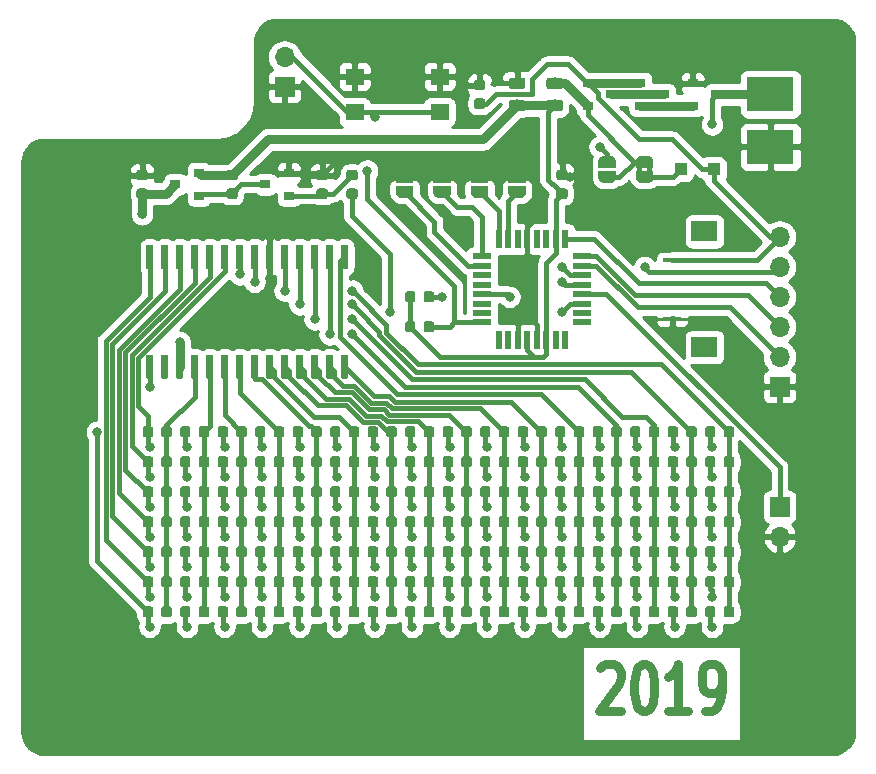
<source format=gbr>
G04 #@! TF.GenerationSoftware,KiCad,Pcbnew,(5.1.4)-1*
G04 #@! TF.CreationDate,2019-12-04T00:10:16+01:00*
G04 #@! TF.ProjectId,plan_b,706c616e-5f62-42e6-9b69-6361645f7063,rev?*
G04 #@! TF.SameCoordinates,PX7274898PY791ddc0*
G04 #@! TF.FileFunction,Copper,L1,Top*
G04 #@! TF.FilePolarity,Positive*
%FSLAX46Y46*%
G04 Gerber Fmt 4.6, Leading zero omitted, Abs format (unit mm)*
G04 Created by KiCad (PCBNEW (5.1.4)-1) date 2019-12-04 00:10:16*
%MOMM*%
%LPD*%
G04 APERTURE LIST*
%ADD10C,0.750000*%
%ADD11C,0.100000*%
%ADD12C,0.875000*%
%ADD13R,0.550000X1.600000*%
%ADD14R,1.600000X0.550000*%
%ADD15R,4.000000X3.000000*%
%ADD16C,0.500000*%
%ADD17R,0.900000X0.800000*%
%ADD18R,1.700000X1.700000*%
%ADD19O,1.700000X1.700000*%
%ADD20R,1.600000X1.400000*%
%ADD21C,0.600000*%
%ADD22C,0.975000*%
%ADD23R,1.100000X1.100000*%
%ADD24R,1.650000X0.300000*%
%ADD25R,2.200000X1.800000*%
%ADD26C,0.800000*%
%ADD27C,0.400000*%
%ADD28C,0.800000*%
%ADD29C,0.254000*%
G04 APERTURE END LIST*
D10*
X49594142Y7905524D02*
X49737000Y8096000D01*
X50022714Y8286477D01*
X50737000Y8286477D01*
X51022714Y8096000D01*
X51165571Y7905524D01*
X51308428Y7524572D01*
X51308428Y7143620D01*
X51165571Y6572191D01*
X49451285Y4286477D01*
X51308428Y4286477D01*
X53165571Y8286477D02*
X53451285Y8286477D01*
X53737000Y8096000D01*
X53879857Y7905524D01*
X54022714Y7524572D01*
X54165571Y6762667D01*
X54165571Y5810286D01*
X54022714Y5048381D01*
X53879857Y4667429D01*
X53737000Y4476953D01*
X53451285Y4286477D01*
X53165571Y4286477D01*
X52879857Y4476953D01*
X52737000Y4667429D01*
X52594142Y5048381D01*
X52451285Y5810286D01*
X52451285Y6762667D01*
X52594142Y7524572D01*
X52737000Y7905524D01*
X52879857Y8096000D01*
X53165571Y8286477D01*
X57022714Y4286477D02*
X55308428Y4286477D01*
X56165571Y4286477D02*
X56165571Y8286477D01*
X55879857Y7715048D01*
X55594142Y7334096D01*
X55308428Y7143620D01*
X58451285Y4286477D02*
X59022714Y4286477D01*
X59308428Y4476953D01*
X59451285Y4667429D01*
X59737000Y5238858D01*
X59879857Y6000762D01*
X59879857Y7524572D01*
X59737000Y7905524D01*
X59594142Y8096000D01*
X59308428Y8286477D01*
X58737000Y8286477D01*
X58451285Y8096000D01*
X58308428Y7905524D01*
X58165571Y7524572D01*
X58165571Y6572191D01*
X58308428Y6191239D01*
X58451285Y6000762D01*
X58737000Y5810286D01*
X59308428Y5810286D01*
X59594142Y6000762D01*
X59737000Y6191239D01*
X59879857Y6572191D01*
D11*
G36*
X53140000Y50415000D02*
G01*
X53140000Y49915000D01*
X52740000Y49915000D01*
X52740000Y50415000D01*
X53140000Y50415000D01*
G37*
G36*
X53940000Y50415000D02*
G01*
X53940000Y49915000D01*
X53540000Y49915000D01*
X53540000Y50415000D01*
X53940000Y50415000D01*
G37*
G36*
X11072691Y48543947D02*
G01*
X11093926Y48540797D01*
X11114750Y48535581D01*
X11134962Y48528349D01*
X11154368Y48519170D01*
X11172781Y48508134D01*
X11190024Y48495346D01*
X11205930Y48480930D01*
X11220346Y48465024D01*
X11233134Y48447781D01*
X11244170Y48429368D01*
X11253349Y48409962D01*
X11260581Y48389750D01*
X11265797Y48368926D01*
X11268947Y48347691D01*
X11270000Y48326250D01*
X11270000Y47888750D01*
X11268947Y47867309D01*
X11265797Y47846074D01*
X11260581Y47825250D01*
X11253349Y47805038D01*
X11244170Y47785632D01*
X11233134Y47767219D01*
X11220346Y47749976D01*
X11205930Y47734070D01*
X11190024Y47719654D01*
X11172781Y47706866D01*
X11154368Y47695830D01*
X11134962Y47686651D01*
X11114750Y47679419D01*
X11093926Y47674203D01*
X11072691Y47671053D01*
X11051250Y47670000D01*
X10538750Y47670000D01*
X10517309Y47671053D01*
X10496074Y47674203D01*
X10475250Y47679419D01*
X10455038Y47686651D01*
X10435632Y47695830D01*
X10417219Y47706866D01*
X10399976Y47719654D01*
X10384070Y47734070D01*
X10369654Y47749976D01*
X10356866Y47767219D01*
X10345830Y47785632D01*
X10336651Y47805038D01*
X10329419Y47825250D01*
X10324203Y47846074D01*
X10321053Y47867309D01*
X10320000Y47888750D01*
X10320000Y48326250D01*
X10321053Y48347691D01*
X10324203Y48368926D01*
X10329419Y48389750D01*
X10336651Y48409962D01*
X10345830Y48429368D01*
X10356866Y48447781D01*
X10369654Y48465024D01*
X10384070Y48480930D01*
X10399976Y48495346D01*
X10417219Y48508134D01*
X10435632Y48519170D01*
X10455038Y48528349D01*
X10475250Y48535581D01*
X10496074Y48540797D01*
X10517309Y48543947D01*
X10538750Y48545000D01*
X11051250Y48545000D01*
X11072691Y48543947D01*
X11072691Y48543947D01*
G37*
D12*
X10795000Y48107500D03*
D11*
G36*
X11072691Y50118947D02*
G01*
X11093926Y50115797D01*
X11114750Y50110581D01*
X11134962Y50103349D01*
X11154368Y50094170D01*
X11172781Y50083134D01*
X11190024Y50070346D01*
X11205930Y50055930D01*
X11220346Y50040024D01*
X11233134Y50022781D01*
X11244170Y50004368D01*
X11253349Y49984962D01*
X11260581Y49964750D01*
X11265797Y49943926D01*
X11268947Y49922691D01*
X11270000Y49901250D01*
X11270000Y49463750D01*
X11268947Y49442309D01*
X11265797Y49421074D01*
X11260581Y49400250D01*
X11253349Y49380038D01*
X11244170Y49360632D01*
X11233134Y49342219D01*
X11220346Y49324976D01*
X11205930Y49309070D01*
X11190024Y49294654D01*
X11172781Y49281866D01*
X11154368Y49270830D01*
X11134962Y49261651D01*
X11114750Y49254419D01*
X11093926Y49249203D01*
X11072691Y49246053D01*
X11051250Y49245000D01*
X10538750Y49245000D01*
X10517309Y49246053D01*
X10496074Y49249203D01*
X10475250Y49254419D01*
X10455038Y49261651D01*
X10435632Y49270830D01*
X10417219Y49281866D01*
X10399976Y49294654D01*
X10384070Y49309070D01*
X10369654Y49324976D01*
X10356866Y49342219D01*
X10345830Y49360632D01*
X10336651Y49380038D01*
X10329419Y49400250D01*
X10324203Y49421074D01*
X10321053Y49442309D01*
X10320000Y49463750D01*
X10320000Y49901250D01*
X10321053Y49922691D01*
X10324203Y49943926D01*
X10329419Y49964750D01*
X10336651Y49984962D01*
X10345830Y50004368D01*
X10356866Y50022781D01*
X10369654Y50040024D01*
X10384070Y50055930D01*
X10399976Y50070346D01*
X10417219Y50083134D01*
X10435632Y50094170D01*
X10455038Y50103349D01*
X10475250Y50110581D01*
X10496074Y50115797D01*
X10517309Y50118947D01*
X10538750Y50120000D01*
X11051250Y50120000D01*
X11072691Y50118947D01*
X11072691Y50118947D01*
G37*
D12*
X10795000Y49682500D03*
D13*
X41015000Y35755000D03*
X41815000Y35755000D03*
X42615000Y35755000D03*
X43415000Y35755000D03*
X44215000Y35755000D03*
X45015000Y35755000D03*
X45815000Y35755000D03*
X46615000Y35755000D03*
D14*
X48065000Y37205000D03*
X48065000Y38005000D03*
X48065000Y38805000D03*
X48065000Y39605000D03*
X48065000Y40405000D03*
X48065000Y41205000D03*
X48065000Y42005000D03*
X48065000Y42805000D03*
D13*
X46615000Y44255000D03*
X45815000Y44255000D03*
X45015000Y44255000D03*
X44215000Y44255000D03*
X43415000Y44255000D03*
X42615000Y44255000D03*
X41815000Y44255000D03*
X41015000Y44255000D03*
D14*
X39565000Y42805000D03*
X39565000Y42005000D03*
X39565000Y41205000D03*
X39565000Y40405000D03*
X39565000Y39605000D03*
X39565000Y38805000D03*
X39565000Y38005000D03*
X39565000Y37205000D03*
D11*
G36*
X46632691Y48543947D02*
G01*
X46653926Y48540797D01*
X46674750Y48535581D01*
X46694962Y48528349D01*
X46714368Y48519170D01*
X46732781Y48508134D01*
X46750024Y48495346D01*
X46765930Y48480930D01*
X46780346Y48465024D01*
X46793134Y48447781D01*
X46804170Y48429368D01*
X46813349Y48409962D01*
X46820581Y48389750D01*
X46825797Y48368926D01*
X46828947Y48347691D01*
X46830000Y48326250D01*
X46830000Y47888750D01*
X46828947Y47867309D01*
X46825797Y47846074D01*
X46820581Y47825250D01*
X46813349Y47805038D01*
X46804170Y47785632D01*
X46793134Y47767219D01*
X46780346Y47749976D01*
X46765930Y47734070D01*
X46750024Y47719654D01*
X46732781Y47706866D01*
X46714368Y47695830D01*
X46694962Y47686651D01*
X46674750Y47679419D01*
X46653926Y47674203D01*
X46632691Y47671053D01*
X46611250Y47670000D01*
X46098750Y47670000D01*
X46077309Y47671053D01*
X46056074Y47674203D01*
X46035250Y47679419D01*
X46015038Y47686651D01*
X45995632Y47695830D01*
X45977219Y47706866D01*
X45959976Y47719654D01*
X45944070Y47734070D01*
X45929654Y47749976D01*
X45916866Y47767219D01*
X45905830Y47785632D01*
X45896651Y47805038D01*
X45889419Y47825250D01*
X45884203Y47846074D01*
X45881053Y47867309D01*
X45880000Y47888750D01*
X45880000Y48326250D01*
X45881053Y48347691D01*
X45884203Y48368926D01*
X45889419Y48389750D01*
X45896651Y48409962D01*
X45905830Y48429368D01*
X45916866Y48447781D01*
X45929654Y48465024D01*
X45944070Y48480930D01*
X45959976Y48495346D01*
X45977219Y48508134D01*
X45995632Y48519170D01*
X46015038Y48528349D01*
X46035250Y48535581D01*
X46056074Y48540797D01*
X46077309Y48543947D01*
X46098750Y48545000D01*
X46611250Y48545000D01*
X46632691Y48543947D01*
X46632691Y48543947D01*
G37*
D12*
X46355000Y48107500D03*
D11*
G36*
X46632691Y50118947D02*
G01*
X46653926Y50115797D01*
X46674750Y50110581D01*
X46694962Y50103349D01*
X46714368Y50094170D01*
X46732781Y50083134D01*
X46750024Y50070346D01*
X46765930Y50055930D01*
X46780346Y50040024D01*
X46793134Y50022781D01*
X46804170Y50004368D01*
X46813349Y49984962D01*
X46820581Y49964750D01*
X46825797Y49943926D01*
X46828947Y49922691D01*
X46830000Y49901250D01*
X46830000Y49463750D01*
X46828947Y49442309D01*
X46825797Y49421074D01*
X46820581Y49400250D01*
X46813349Y49380038D01*
X46804170Y49360632D01*
X46793134Y49342219D01*
X46780346Y49324976D01*
X46765930Y49309070D01*
X46750024Y49294654D01*
X46732781Y49281866D01*
X46714368Y49270830D01*
X46694962Y49261651D01*
X46674750Y49254419D01*
X46653926Y49249203D01*
X46632691Y49246053D01*
X46611250Y49245000D01*
X46098750Y49245000D01*
X46077309Y49246053D01*
X46056074Y49249203D01*
X46035250Y49254419D01*
X46015038Y49261651D01*
X45995632Y49270830D01*
X45977219Y49281866D01*
X45959976Y49294654D01*
X45944070Y49309070D01*
X45929654Y49324976D01*
X45916866Y49342219D01*
X45905830Y49360632D01*
X45896651Y49380038D01*
X45889419Y49400250D01*
X45884203Y49421074D01*
X45881053Y49442309D01*
X45880000Y49463750D01*
X45880000Y49901250D01*
X45881053Y49922691D01*
X45884203Y49943926D01*
X45889419Y49964750D01*
X45896651Y49984962D01*
X45905830Y50004368D01*
X45916866Y50022781D01*
X45929654Y50040024D01*
X45944070Y50055930D01*
X45959976Y50070346D01*
X45977219Y50083134D01*
X45995632Y50094170D01*
X46015038Y50103349D01*
X46035250Y50110581D01*
X46056074Y50115797D01*
X46077309Y50118947D01*
X46098750Y50120000D01*
X46611250Y50120000D01*
X46632691Y50118947D01*
X46632691Y50118947D01*
G37*
D12*
X46355000Y49682500D03*
D11*
G36*
X11517691Y28413947D02*
G01*
X11538926Y28410797D01*
X11559750Y28405581D01*
X11579962Y28398349D01*
X11599368Y28389170D01*
X11617781Y28378134D01*
X11635024Y28365346D01*
X11650930Y28350930D01*
X11665346Y28335024D01*
X11678134Y28317781D01*
X11689170Y28299368D01*
X11698349Y28279962D01*
X11705581Y28259750D01*
X11710797Y28238926D01*
X11713947Y28217691D01*
X11715000Y28196250D01*
X11715000Y27683750D01*
X11713947Y27662309D01*
X11710797Y27641074D01*
X11705581Y27620250D01*
X11698349Y27600038D01*
X11689170Y27580632D01*
X11678134Y27562219D01*
X11665346Y27544976D01*
X11650930Y27529070D01*
X11635024Y27514654D01*
X11617781Y27501866D01*
X11599368Y27490830D01*
X11579962Y27481651D01*
X11559750Y27474419D01*
X11538926Y27469203D01*
X11517691Y27466053D01*
X11496250Y27465000D01*
X11058750Y27465000D01*
X11037309Y27466053D01*
X11016074Y27469203D01*
X10995250Y27474419D01*
X10975038Y27481651D01*
X10955632Y27490830D01*
X10937219Y27501866D01*
X10919976Y27514654D01*
X10904070Y27529070D01*
X10889654Y27544976D01*
X10876866Y27562219D01*
X10865830Y27580632D01*
X10856651Y27600038D01*
X10849419Y27620250D01*
X10844203Y27641074D01*
X10841053Y27662309D01*
X10840000Y27683750D01*
X10840000Y28196250D01*
X10841053Y28217691D01*
X10844203Y28238926D01*
X10849419Y28259750D01*
X10856651Y28279962D01*
X10865830Y28299368D01*
X10876866Y28317781D01*
X10889654Y28335024D01*
X10904070Y28350930D01*
X10919976Y28365346D01*
X10937219Y28378134D01*
X10955632Y28389170D01*
X10975038Y28398349D01*
X10995250Y28405581D01*
X11016074Y28410797D01*
X11037309Y28413947D01*
X11058750Y28415000D01*
X11496250Y28415000D01*
X11517691Y28413947D01*
X11517691Y28413947D01*
G37*
D12*
X11277500Y27940000D03*
D11*
G36*
X13092691Y28413947D02*
G01*
X13113926Y28410797D01*
X13134750Y28405581D01*
X13154962Y28398349D01*
X13174368Y28389170D01*
X13192781Y28378134D01*
X13210024Y28365346D01*
X13225930Y28350930D01*
X13240346Y28335024D01*
X13253134Y28317781D01*
X13264170Y28299368D01*
X13273349Y28279962D01*
X13280581Y28259750D01*
X13285797Y28238926D01*
X13288947Y28217691D01*
X13290000Y28196250D01*
X13290000Y27683750D01*
X13288947Y27662309D01*
X13285797Y27641074D01*
X13280581Y27620250D01*
X13273349Y27600038D01*
X13264170Y27580632D01*
X13253134Y27562219D01*
X13240346Y27544976D01*
X13225930Y27529070D01*
X13210024Y27514654D01*
X13192781Y27501866D01*
X13174368Y27490830D01*
X13154962Y27481651D01*
X13134750Y27474419D01*
X13113926Y27469203D01*
X13092691Y27466053D01*
X13071250Y27465000D01*
X12633750Y27465000D01*
X12612309Y27466053D01*
X12591074Y27469203D01*
X12570250Y27474419D01*
X12550038Y27481651D01*
X12530632Y27490830D01*
X12512219Y27501866D01*
X12494976Y27514654D01*
X12479070Y27529070D01*
X12464654Y27544976D01*
X12451866Y27562219D01*
X12440830Y27580632D01*
X12431651Y27600038D01*
X12424419Y27620250D01*
X12419203Y27641074D01*
X12416053Y27662309D01*
X12415000Y27683750D01*
X12415000Y28196250D01*
X12416053Y28217691D01*
X12419203Y28238926D01*
X12424419Y28259750D01*
X12431651Y28279962D01*
X12440830Y28299368D01*
X12451866Y28317781D01*
X12464654Y28335024D01*
X12479070Y28350930D01*
X12494976Y28365346D01*
X12512219Y28378134D01*
X12530632Y28389170D01*
X12550038Y28398349D01*
X12570250Y28405581D01*
X12591074Y28410797D01*
X12612309Y28413947D01*
X12633750Y28415000D01*
X13071250Y28415000D01*
X13092691Y28413947D01*
X13092691Y28413947D01*
G37*
D12*
X12852500Y27940000D03*
D11*
G36*
X11517691Y25873947D02*
G01*
X11538926Y25870797D01*
X11559750Y25865581D01*
X11579962Y25858349D01*
X11599368Y25849170D01*
X11617781Y25838134D01*
X11635024Y25825346D01*
X11650930Y25810930D01*
X11665346Y25795024D01*
X11678134Y25777781D01*
X11689170Y25759368D01*
X11698349Y25739962D01*
X11705581Y25719750D01*
X11710797Y25698926D01*
X11713947Y25677691D01*
X11715000Y25656250D01*
X11715000Y25143750D01*
X11713947Y25122309D01*
X11710797Y25101074D01*
X11705581Y25080250D01*
X11698349Y25060038D01*
X11689170Y25040632D01*
X11678134Y25022219D01*
X11665346Y25004976D01*
X11650930Y24989070D01*
X11635024Y24974654D01*
X11617781Y24961866D01*
X11599368Y24950830D01*
X11579962Y24941651D01*
X11559750Y24934419D01*
X11538926Y24929203D01*
X11517691Y24926053D01*
X11496250Y24925000D01*
X11058750Y24925000D01*
X11037309Y24926053D01*
X11016074Y24929203D01*
X10995250Y24934419D01*
X10975038Y24941651D01*
X10955632Y24950830D01*
X10937219Y24961866D01*
X10919976Y24974654D01*
X10904070Y24989070D01*
X10889654Y25004976D01*
X10876866Y25022219D01*
X10865830Y25040632D01*
X10856651Y25060038D01*
X10849419Y25080250D01*
X10844203Y25101074D01*
X10841053Y25122309D01*
X10840000Y25143750D01*
X10840000Y25656250D01*
X10841053Y25677691D01*
X10844203Y25698926D01*
X10849419Y25719750D01*
X10856651Y25739962D01*
X10865830Y25759368D01*
X10876866Y25777781D01*
X10889654Y25795024D01*
X10904070Y25810930D01*
X10919976Y25825346D01*
X10937219Y25838134D01*
X10955632Y25849170D01*
X10975038Y25858349D01*
X10995250Y25865581D01*
X11016074Y25870797D01*
X11037309Y25873947D01*
X11058750Y25875000D01*
X11496250Y25875000D01*
X11517691Y25873947D01*
X11517691Y25873947D01*
G37*
D12*
X11277500Y25400000D03*
D11*
G36*
X13092691Y25873947D02*
G01*
X13113926Y25870797D01*
X13134750Y25865581D01*
X13154962Y25858349D01*
X13174368Y25849170D01*
X13192781Y25838134D01*
X13210024Y25825346D01*
X13225930Y25810930D01*
X13240346Y25795024D01*
X13253134Y25777781D01*
X13264170Y25759368D01*
X13273349Y25739962D01*
X13280581Y25719750D01*
X13285797Y25698926D01*
X13288947Y25677691D01*
X13290000Y25656250D01*
X13290000Y25143750D01*
X13288947Y25122309D01*
X13285797Y25101074D01*
X13280581Y25080250D01*
X13273349Y25060038D01*
X13264170Y25040632D01*
X13253134Y25022219D01*
X13240346Y25004976D01*
X13225930Y24989070D01*
X13210024Y24974654D01*
X13192781Y24961866D01*
X13174368Y24950830D01*
X13154962Y24941651D01*
X13134750Y24934419D01*
X13113926Y24929203D01*
X13092691Y24926053D01*
X13071250Y24925000D01*
X12633750Y24925000D01*
X12612309Y24926053D01*
X12591074Y24929203D01*
X12570250Y24934419D01*
X12550038Y24941651D01*
X12530632Y24950830D01*
X12512219Y24961866D01*
X12494976Y24974654D01*
X12479070Y24989070D01*
X12464654Y25004976D01*
X12451866Y25022219D01*
X12440830Y25040632D01*
X12431651Y25060038D01*
X12424419Y25080250D01*
X12419203Y25101074D01*
X12416053Y25122309D01*
X12415000Y25143750D01*
X12415000Y25656250D01*
X12416053Y25677691D01*
X12419203Y25698926D01*
X12424419Y25719750D01*
X12431651Y25739962D01*
X12440830Y25759368D01*
X12451866Y25777781D01*
X12464654Y25795024D01*
X12479070Y25810930D01*
X12494976Y25825346D01*
X12512219Y25838134D01*
X12530632Y25849170D01*
X12550038Y25858349D01*
X12570250Y25865581D01*
X12591074Y25870797D01*
X12612309Y25873947D01*
X12633750Y25875000D01*
X13071250Y25875000D01*
X13092691Y25873947D01*
X13092691Y25873947D01*
G37*
D12*
X12852500Y25400000D03*
D11*
G36*
X13092691Y23333947D02*
G01*
X13113926Y23330797D01*
X13134750Y23325581D01*
X13154962Y23318349D01*
X13174368Y23309170D01*
X13192781Y23298134D01*
X13210024Y23285346D01*
X13225930Y23270930D01*
X13240346Y23255024D01*
X13253134Y23237781D01*
X13264170Y23219368D01*
X13273349Y23199962D01*
X13280581Y23179750D01*
X13285797Y23158926D01*
X13288947Y23137691D01*
X13290000Y23116250D01*
X13290000Y22603750D01*
X13288947Y22582309D01*
X13285797Y22561074D01*
X13280581Y22540250D01*
X13273349Y22520038D01*
X13264170Y22500632D01*
X13253134Y22482219D01*
X13240346Y22464976D01*
X13225930Y22449070D01*
X13210024Y22434654D01*
X13192781Y22421866D01*
X13174368Y22410830D01*
X13154962Y22401651D01*
X13134750Y22394419D01*
X13113926Y22389203D01*
X13092691Y22386053D01*
X13071250Y22385000D01*
X12633750Y22385000D01*
X12612309Y22386053D01*
X12591074Y22389203D01*
X12570250Y22394419D01*
X12550038Y22401651D01*
X12530632Y22410830D01*
X12512219Y22421866D01*
X12494976Y22434654D01*
X12479070Y22449070D01*
X12464654Y22464976D01*
X12451866Y22482219D01*
X12440830Y22500632D01*
X12431651Y22520038D01*
X12424419Y22540250D01*
X12419203Y22561074D01*
X12416053Y22582309D01*
X12415000Y22603750D01*
X12415000Y23116250D01*
X12416053Y23137691D01*
X12419203Y23158926D01*
X12424419Y23179750D01*
X12431651Y23199962D01*
X12440830Y23219368D01*
X12451866Y23237781D01*
X12464654Y23255024D01*
X12479070Y23270930D01*
X12494976Y23285346D01*
X12512219Y23298134D01*
X12530632Y23309170D01*
X12550038Y23318349D01*
X12570250Y23325581D01*
X12591074Y23330797D01*
X12612309Y23333947D01*
X12633750Y23335000D01*
X13071250Y23335000D01*
X13092691Y23333947D01*
X13092691Y23333947D01*
G37*
D12*
X12852500Y22860000D03*
D11*
G36*
X11517691Y23333947D02*
G01*
X11538926Y23330797D01*
X11559750Y23325581D01*
X11579962Y23318349D01*
X11599368Y23309170D01*
X11617781Y23298134D01*
X11635024Y23285346D01*
X11650930Y23270930D01*
X11665346Y23255024D01*
X11678134Y23237781D01*
X11689170Y23219368D01*
X11698349Y23199962D01*
X11705581Y23179750D01*
X11710797Y23158926D01*
X11713947Y23137691D01*
X11715000Y23116250D01*
X11715000Y22603750D01*
X11713947Y22582309D01*
X11710797Y22561074D01*
X11705581Y22540250D01*
X11698349Y22520038D01*
X11689170Y22500632D01*
X11678134Y22482219D01*
X11665346Y22464976D01*
X11650930Y22449070D01*
X11635024Y22434654D01*
X11617781Y22421866D01*
X11599368Y22410830D01*
X11579962Y22401651D01*
X11559750Y22394419D01*
X11538926Y22389203D01*
X11517691Y22386053D01*
X11496250Y22385000D01*
X11058750Y22385000D01*
X11037309Y22386053D01*
X11016074Y22389203D01*
X10995250Y22394419D01*
X10975038Y22401651D01*
X10955632Y22410830D01*
X10937219Y22421866D01*
X10919976Y22434654D01*
X10904070Y22449070D01*
X10889654Y22464976D01*
X10876866Y22482219D01*
X10865830Y22500632D01*
X10856651Y22520038D01*
X10849419Y22540250D01*
X10844203Y22561074D01*
X10841053Y22582309D01*
X10840000Y22603750D01*
X10840000Y23116250D01*
X10841053Y23137691D01*
X10844203Y23158926D01*
X10849419Y23179750D01*
X10856651Y23199962D01*
X10865830Y23219368D01*
X10876866Y23237781D01*
X10889654Y23255024D01*
X10904070Y23270930D01*
X10919976Y23285346D01*
X10937219Y23298134D01*
X10955632Y23309170D01*
X10975038Y23318349D01*
X10995250Y23325581D01*
X11016074Y23330797D01*
X11037309Y23333947D01*
X11058750Y23335000D01*
X11496250Y23335000D01*
X11517691Y23333947D01*
X11517691Y23333947D01*
G37*
D12*
X11277500Y22860000D03*
D11*
G36*
X11517691Y20793947D02*
G01*
X11538926Y20790797D01*
X11559750Y20785581D01*
X11579962Y20778349D01*
X11599368Y20769170D01*
X11617781Y20758134D01*
X11635024Y20745346D01*
X11650930Y20730930D01*
X11665346Y20715024D01*
X11678134Y20697781D01*
X11689170Y20679368D01*
X11698349Y20659962D01*
X11705581Y20639750D01*
X11710797Y20618926D01*
X11713947Y20597691D01*
X11715000Y20576250D01*
X11715000Y20063750D01*
X11713947Y20042309D01*
X11710797Y20021074D01*
X11705581Y20000250D01*
X11698349Y19980038D01*
X11689170Y19960632D01*
X11678134Y19942219D01*
X11665346Y19924976D01*
X11650930Y19909070D01*
X11635024Y19894654D01*
X11617781Y19881866D01*
X11599368Y19870830D01*
X11579962Y19861651D01*
X11559750Y19854419D01*
X11538926Y19849203D01*
X11517691Y19846053D01*
X11496250Y19845000D01*
X11058750Y19845000D01*
X11037309Y19846053D01*
X11016074Y19849203D01*
X10995250Y19854419D01*
X10975038Y19861651D01*
X10955632Y19870830D01*
X10937219Y19881866D01*
X10919976Y19894654D01*
X10904070Y19909070D01*
X10889654Y19924976D01*
X10876866Y19942219D01*
X10865830Y19960632D01*
X10856651Y19980038D01*
X10849419Y20000250D01*
X10844203Y20021074D01*
X10841053Y20042309D01*
X10840000Y20063750D01*
X10840000Y20576250D01*
X10841053Y20597691D01*
X10844203Y20618926D01*
X10849419Y20639750D01*
X10856651Y20659962D01*
X10865830Y20679368D01*
X10876866Y20697781D01*
X10889654Y20715024D01*
X10904070Y20730930D01*
X10919976Y20745346D01*
X10937219Y20758134D01*
X10955632Y20769170D01*
X10975038Y20778349D01*
X10995250Y20785581D01*
X11016074Y20790797D01*
X11037309Y20793947D01*
X11058750Y20795000D01*
X11496250Y20795000D01*
X11517691Y20793947D01*
X11517691Y20793947D01*
G37*
D12*
X11277500Y20320000D03*
D11*
G36*
X13092691Y20793947D02*
G01*
X13113926Y20790797D01*
X13134750Y20785581D01*
X13154962Y20778349D01*
X13174368Y20769170D01*
X13192781Y20758134D01*
X13210024Y20745346D01*
X13225930Y20730930D01*
X13240346Y20715024D01*
X13253134Y20697781D01*
X13264170Y20679368D01*
X13273349Y20659962D01*
X13280581Y20639750D01*
X13285797Y20618926D01*
X13288947Y20597691D01*
X13290000Y20576250D01*
X13290000Y20063750D01*
X13288947Y20042309D01*
X13285797Y20021074D01*
X13280581Y20000250D01*
X13273349Y19980038D01*
X13264170Y19960632D01*
X13253134Y19942219D01*
X13240346Y19924976D01*
X13225930Y19909070D01*
X13210024Y19894654D01*
X13192781Y19881866D01*
X13174368Y19870830D01*
X13154962Y19861651D01*
X13134750Y19854419D01*
X13113926Y19849203D01*
X13092691Y19846053D01*
X13071250Y19845000D01*
X12633750Y19845000D01*
X12612309Y19846053D01*
X12591074Y19849203D01*
X12570250Y19854419D01*
X12550038Y19861651D01*
X12530632Y19870830D01*
X12512219Y19881866D01*
X12494976Y19894654D01*
X12479070Y19909070D01*
X12464654Y19924976D01*
X12451866Y19942219D01*
X12440830Y19960632D01*
X12431651Y19980038D01*
X12424419Y20000250D01*
X12419203Y20021074D01*
X12416053Y20042309D01*
X12415000Y20063750D01*
X12415000Y20576250D01*
X12416053Y20597691D01*
X12419203Y20618926D01*
X12424419Y20639750D01*
X12431651Y20659962D01*
X12440830Y20679368D01*
X12451866Y20697781D01*
X12464654Y20715024D01*
X12479070Y20730930D01*
X12494976Y20745346D01*
X12512219Y20758134D01*
X12530632Y20769170D01*
X12550038Y20778349D01*
X12570250Y20785581D01*
X12591074Y20790797D01*
X12612309Y20793947D01*
X12633750Y20795000D01*
X13071250Y20795000D01*
X13092691Y20793947D01*
X13092691Y20793947D01*
G37*
D12*
X12852500Y20320000D03*
D11*
G36*
X13092691Y18253947D02*
G01*
X13113926Y18250797D01*
X13134750Y18245581D01*
X13154962Y18238349D01*
X13174368Y18229170D01*
X13192781Y18218134D01*
X13210024Y18205346D01*
X13225930Y18190930D01*
X13240346Y18175024D01*
X13253134Y18157781D01*
X13264170Y18139368D01*
X13273349Y18119962D01*
X13280581Y18099750D01*
X13285797Y18078926D01*
X13288947Y18057691D01*
X13290000Y18036250D01*
X13290000Y17523750D01*
X13288947Y17502309D01*
X13285797Y17481074D01*
X13280581Y17460250D01*
X13273349Y17440038D01*
X13264170Y17420632D01*
X13253134Y17402219D01*
X13240346Y17384976D01*
X13225930Y17369070D01*
X13210024Y17354654D01*
X13192781Y17341866D01*
X13174368Y17330830D01*
X13154962Y17321651D01*
X13134750Y17314419D01*
X13113926Y17309203D01*
X13092691Y17306053D01*
X13071250Y17305000D01*
X12633750Y17305000D01*
X12612309Y17306053D01*
X12591074Y17309203D01*
X12570250Y17314419D01*
X12550038Y17321651D01*
X12530632Y17330830D01*
X12512219Y17341866D01*
X12494976Y17354654D01*
X12479070Y17369070D01*
X12464654Y17384976D01*
X12451866Y17402219D01*
X12440830Y17420632D01*
X12431651Y17440038D01*
X12424419Y17460250D01*
X12419203Y17481074D01*
X12416053Y17502309D01*
X12415000Y17523750D01*
X12415000Y18036250D01*
X12416053Y18057691D01*
X12419203Y18078926D01*
X12424419Y18099750D01*
X12431651Y18119962D01*
X12440830Y18139368D01*
X12451866Y18157781D01*
X12464654Y18175024D01*
X12479070Y18190930D01*
X12494976Y18205346D01*
X12512219Y18218134D01*
X12530632Y18229170D01*
X12550038Y18238349D01*
X12570250Y18245581D01*
X12591074Y18250797D01*
X12612309Y18253947D01*
X12633750Y18255000D01*
X13071250Y18255000D01*
X13092691Y18253947D01*
X13092691Y18253947D01*
G37*
D12*
X12852500Y17780000D03*
D11*
G36*
X11517691Y18253947D02*
G01*
X11538926Y18250797D01*
X11559750Y18245581D01*
X11579962Y18238349D01*
X11599368Y18229170D01*
X11617781Y18218134D01*
X11635024Y18205346D01*
X11650930Y18190930D01*
X11665346Y18175024D01*
X11678134Y18157781D01*
X11689170Y18139368D01*
X11698349Y18119962D01*
X11705581Y18099750D01*
X11710797Y18078926D01*
X11713947Y18057691D01*
X11715000Y18036250D01*
X11715000Y17523750D01*
X11713947Y17502309D01*
X11710797Y17481074D01*
X11705581Y17460250D01*
X11698349Y17440038D01*
X11689170Y17420632D01*
X11678134Y17402219D01*
X11665346Y17384976D01*
X11650930Y17369070D01*
X11635024Y17354654D01*
X11617781Y17341866D01*
X11599368Y17330830D01*
X11579962Y17321651D01*
X11559750Y17314419D01*
X11538926Y17309203D01*
X11517691Y17306053D01*
X11496250Y17305000D01*
X11058750Y17305000D01*
X11037309Y17306053D01*
X11016074Y17309203D01*
X10995250Y17314419D01*
X10975038Y17321651D01*
X10955632Y17330830D01*
X10937219Y17341866D01*
X10919976Y17354654D01*
X10904070Y17369070D01*
X10889654Y17384976D01*
X10876866Y17402219D01*
X10865830Y17420632D01*
X10856651Y17440038D01*
X10849419Y17460250D01*
X10844203Y17481074D01*
X10841053Y17502309D01*
X10840000Y17523750D01*
X10840000Y18036250D01*
X10841053Y18057691D01*
X10844203Y18078926D01*
X10849419Y18099750D01*
X10856651Y18119962D01*
X10865830Y18139368D01*
X10876866Y18157781D01*
X10889654Y18175024D01*
X10904070Y18190930D01*
X10919976Y18205346D01*
X10937219Y18218134D01*
X10955632Y18229170D01*
X10975038Y18238349D01*
X10995250Y18245581D01*
X11016074Y18250797D01*
X11037309Y18253947D01*
X11058750Y18255000D01*
X11496250Y18255000D01*
X11517691Y18253947D01*
X11517691Y18253947D01*
G37*
D12*
X11277500Y17780000D03*
D11*
G36*
X11517691Y15713947D02*
G01*
X11538926Y15710797D01*
X11559750Y15705581D01*
X11579962Y15698349D01*
X11599368Y15689170D01*
X11617781Y15678134D01*
X11635024Y15665346D01*
X11650930Y15650930D01*
X11665346Y15635024D01*
X11678134Y15617781D01*
X11689170Y15599368D01*
X11698349Y15579962D01*
X11705581Y15559750D01*
X11710797Y15538926D01*
X11713947Y15517691D01*
X11715000Y15496250D01*
X11715000Y14983750D01*
X11713947Y14962309D01*
X11710797Y14941074D01*
X11705581Y14920250D01*
X11698349Y14900038D01*
X11689170Y14880632D01*
X11678134Y14862219D01*
X11665346Y14844976D01*
X11650930Y14829070D01*
X11635024Y14814654D01*
X11617781Y14801866D01*
X11599368Y14790830D01*
X11579962Y14781651D01*
X11559750Y14774419D01*
X11538926Y14769203D01*
X11517691Y14766053D01*
X11496250Y14765000D01*
X11058750Y14765000D01*
X11037309Y14766053D01*
X11016074Y14769203D01*
X10995250Y14774419D01*
X10975038Y14781651D01*
X10955632Y14790830D01*
X10937219Y14801866D01*
X10919976Y14814654D01*
X10904070Y14829070D01*
X10889654Y14844976D01*
X10876866Y14862219D01*
X10865830Y14880632D01*
X10856651Y14900038D01*
X10849419Y14920250D01*
X10844203Y14941074D01*
X10841053Y14962309D01*
X10840000Y14983750D01*
X10840000Y15496250D01*
X10841053Y15517691D01*
X10844203Y15538926D01*
X10849419Y15559750D01*
X10856651Y15579962D01*
X10865830Y15599368D01*
X10876866Y15617781D01*
X10889654Y15635024D01*
X10904070Y15650930D01*
X10919976Y15665346D01*
X10937219Y15678134D01*
X10955632Y15689170D01*
X10975038Y15698349D01*
X10995250Y15705581D01*
X11016074Y15710797D01*
X11037309Y15713947D01*
X11058750Y15715000D01*
X11496250Y15715000D01*
X11517691Y15713947D01*
X11517691Y15713947D01*
G37*
D12*
X11277500Y15240000D03*
D11*
G36*
X13092691Y15713947D02*
G01*
X13113926Y15710797D01*
X13134750Y15705581D01*
X13154962Y15698349D01*
X13174368Y15689170D01*
X13192781Y15678134D01*
X13210024Y15665346D01*
X13225930Y15650930D01*
X13240346Y15635024D01*
X13253134Y15617781D01*
X13264170Y15599368D01*
X13273349Y15579962D01*
X13280581Y15559750D01*
X13285797Y15538926D01*
X13288947Y15517691D01*
X13290000Y15496250D01*
X13290000Y14983750D01*
X13288947Y14962309D01*
X13285797Y14941074D01*
X13280581Y14920250D01*
X13273349Y14900038D01*
X13264170Y14880632D01*
X13253134Y14862219D01*
X13240346Y14844976D01*
X13225930Y14829070D01*
X13210024Y14814654D01*
X13192781Y14801866D01*
X13174368Y14790830D01*
X13154962Y14781651D01*
X13134750Y14774419D01*
X13113926Y14769203D01*
X13092691Y14766053D01*
X13071250Y14765000D01*
X12633750Y14765000D01*
X12612309Y14766053D01*
X12591074Y14769203D01*
X12570250Y14774419D01*
X12550038Y14781651D01*
X12530632Y14790830D01*
X12512219Y14801866D01*
X12494976Y14814654D01*
X12479070Y14829070D01*
X12464654Y14844976D01*
X12451866Y14862219D01*
X12440830Y14880632D01*
X12431651Y14900038D01*
X12424419Y14920250D01*
X12419203Y14941074D01*
X12416053Y14962309D01*
X12415000Y14983750D01*
X12415000Y15496250D01*
X12416053Y15517691D01*
X12419203Y15538926D01*
X12424419Y15559750D01*
X12431651Y15579962D01*
X12440830Y15599368D01*
X12451866Y15617781D01*
X12464654Y15635024D01*
X12479070Y15650930D01*
X12494976Y15665346D01*
X12512219Y15678134D01*
X12530632Y15689170D01*
X12550038Y15698349D01*
X12570250Y15705581D01*
X12591074Y15710797D01*
X12612309Y15713947D01*
X12633750Y15715000D01*
X13071250Y15715000D01*
X13092691Y15713947D01*
X13092691Y15713947D01*
G37*
D12*
X12852500Y15240000D03*
D11*
G36*
X13092691Y13173947D02*
G01*
X13113926Y13170797D01*
X13134750Y13165581D01*
X13154962Y13158349D01*
X13174368Y13149170D01*
X13192781Y13138134D01*
X13210024Y13125346D01*
X13225930Y13110930D01*
X13240346Y13095024D01*
X13253134Y13077781D01*
X13264170Y13059368D01*
X13273349Y13039962D01*
X13280581Y13019750D01*
X13285797Y12998926D01*
X13288947Y12977691D01*
X13290000Y12956250D01*
X13290000Y12443750D01*
X13288947Y12422309D01*
X13285797Y12401074D01*
X13280581Y12380250D01*
X13273349Y12360038D01*
X13264170Y12340632D01*
X13253134Y12322219D01*
X13240346Y12304976D01*
X13225930Y12289070D01*
X13210024Y12274654D01*
X13192781Y12261866D01*
X13174368Y12250830D01*
X13154962Y12241651D01*
X13134750Y12234419D01*
X13113926Y12229203D01*
X13092691Y12226053D01*
X13071250Y12225000D01*
X12633750Y12225000D01*
X12612309Y12226053D01*
X12591074Y12229203D01*
X12570250Y12234419D01*
X12550038Y12241651D01*
X12530632Y12250830D01*
X12512219Y12261866D01*
X12494976Y12274654D01*
X12479070Y12289070D01*
X12464654Y12304976D01*
X12451866Y12322219D01*
X12440830Y12340632D01*
X12431651Y12360038D01*
X12424419Y12380250D01*
X12419203Y12401074D01*
X12416053Y12422309D01*
X12415000Y12443750D01*
X12415000Y12956250D01*
X12416053Y12977691D01*
X12419203Y12998926D01*
X12424419Y13019750D01*
X12431651Y13039962D01*
X12440830Y13059368D01*
X12451866Y13077781D01*
X12464654Y13095024D01*
X12479070Y13110930D01*
X12494976Y13125346D01*
X12512219Y13138134D01*
X12530632Y13149170D01*
X12550038Y13158349D01*
X12570250Y13165581D01*
X12591074Y13170797D01*
X12612309Y13173947D01*
X12633750Y13175000D01*
X13071250Y13175000D01*
X13092691Y13173947D01*
X13092691Y13173947D01*
G37*
D12*
X12852500Y12700000D03*
D11*
G36*
X11517691Y13173947D02*
G01*
X11538926Y13170797D01*
X11559750Y13165581D01*
X11579962Y13158349D01*
X11599368Y13149170D01*
X11617781Y13138134D01*
X11635024Y13125346D01*
X11650930Y13110930D01*
X11665346Y13095024D01*
X11678134Y13077781D01*
X11689170Y13059368D01*
X11698349Y13039962D01*
X11705581Y13019750D01*
X11710797Y12998926D01*
X11713947Y12977691D01*
X11715000Y12956250D01*
X11715000Y12443750D01*
X11713947Y12422309D01*
X11710797Y12401074D01*
X11705581Y12380250D01*
X11698349Y12360038D01*
X11689170Y12340632D01*
X11678134Y12322219D01*
X11665346Y12304976D01*
X11650930Y12289070D01*
X11635024Y12274654D01*
X11617781Y12261866D01*
X11599368Y12250830D01*
X11579962Y12241651D01*
X11559750Y12234419D01*
X11538926Y12229203D01*
X11517691Y12226053D01*
X11496250Y12225000D01*
X11058750Y12225000D01*
X11037309Y12226053D01*
X11016074Y12229203D01*
X10995250Y12234419D01*
X10975038Y12241651D01*
X10955632Y12250830D01*
X10937219Y12261866D01*
X10919976Y12274654D01*
X10904070Y12289070D01*
X10889654Y12304976D01*
X10876866Y12322219D01*
X10865830Y12340632D01*
X10856651Y12360038D01*
X10849419Y12380250D01*
X10844203Y12401074D01*
X10841053Y12422309D01*
X10840000Y12443750D01*
X10840000Y12956250D01*
X10841053Y12977691D01*
X10844203Y12998926D01*
X10849419Y13019750D01*
X10856651Y13039962D01*
X10865830Y13059368D01*
X10876866Y13077781D01*
X10889654Y13095024D01*
X10904070Y13110930D01*
X10919976Y13125346D01*
X10937219Y13138134D01*
X10955632Y13149170D01*
X10975038Y13158349D01*
X10995250Y13165581D01*
X11016074Y13170797D01*
X11037309Y13173947D01*
X11058750Y13175000D01*
X11496250Y13175000D01*
X11517691Y13173947D01*
X11517691Y13173947D01*
G37*
D12*
X11277500Y12700000D03*
D11*
G36*
X14692691Y28413947D02*
G01*
X14713926Y28410797D01*
X14734750Y28405581D01*
X14754962Y28398349D01*
X14774368Y28389170D01*
X14792781Y28378134D01*
X14810024Y28365346D01*
X14825930Y28350930D01*
X14840346Y28335024D01*
X14853134Y28317781D01*
X14864170Y28299368D01*
X14873349Y28279962D01*
X14880581Y28259750D01*
X14885797Y28238926D01*
X14888947Y28217691D01*
X14890000Y28196250D01*
X14890000Y27683750D01*
X14888947Y27662309D01*
X14885797Y27641074D01*
X14880581Y27620250D01*
X14873349Y27600038D01*
X14864170Y27580632D01*
X14853134Y27562219D01*
X14840346Y27544976D01*
X14825930Y27529070D01*
X14810024Y27514654D01*
X14792781Y27501866D01*
X14774368Y27490830D01*
X14754962Y27481651D01*
X14734750Y27474419D01*
X14713926Y27469203D01*
X14692691Y27466053D01*
X14671250Y27465000D01*
X14233750Y27465000D01*
X14212309Y27466053D01*
X14191074Y27469203D01*
X14170250Y27474419D01*
X14150038Y27481651D01*
X14130632Y27490830D01*
X14112219Y27501866D01*
X14094976Y27514654D01*
X14079070Y27529070D01*
X14064654Y27544976D01*
X14051866Y27562219D01*
X14040830Y27580632D01*
X14031651Y27600038D01*
X14024419Y27620250D01*
X14019203Y27641074D01*
X14016053Y27662309D01*
X14015000Y27683750D01*
X14015000Y28196250D01*
X14016053Y28217691D01*
X14019203Y28238926D01*
X14024419Y28259750D01*
X14031651Y28279962D01*
X14040830Y28299368D01*
X14051866Y28317781D01*
X14064654Y28335024D01*
X14079070Y28350930D01*
X14094976Y28365346D01*
X14112219Y28378134D01*
X14130632Y28389170D01*
X14150038Y28398349D01*
X14170250Y28405581D01*
X14191074Y28410797D01*
X14212309Y28413947D01*
X14233750Y28415000D01*
X14671250Y28415000D01*
X14692691Y28413947D01*
X14692691Y28413947D01*
G37*
D12*
X14452500Y27940000D03*
D11*
G36*
X16267691Y28413947D02*
G01*
X16288926Y28410797D01*
X16309750Y28405581D01*
X16329962Y28398349D01*
X16349368Y28389170D01*
X16367781Y28378134D01*
X16385024Y28365346D01*
X16400930Y28350930D01*
X16415346Y28335024D01*
X16428134Y28317781D01*
X16439170Y28299368D01*
X16448349Y28279962D01*
X16455581Y28259750D01*
X16460797Y28238926D01*
X16463947Y28217691D01*
X16465000Y28196250D01*
X16465000Y27683750D01*
X16463947Y27662309D01*
X16460797Y27641074D01*
X16455581Y27620250D01*
X16448349Y27600038D01*
X16439170Y27580632D01*
X16428134Y27562219D01*
X16415346Y27544976D01*
X16400930Y27529070D01*
X16385024Y27514654D01*
X16367781Y27501866D01*
X16349368Y27490830D01*
X16329962Y27481651D01*
X16309750Y27474419D01*
X16288926Y27469203D01*
X16267691Y27466053D01*
X16246250Y27465000D01*
X15808750Y27465000D01*
X15787309Y27466053D01*
X15766074Y27469203D01*
X15745250Y27474419D01*
X15725038Y27481651D01*
X15705632Y27490830D01*
X15687219Y27501866D01*
X15669976Y27514654D01*
X15654070Y27529070D01*
X15639654Y27544976D01*
X15626866Y27562219D01*
X15615830Y27580632D01*
X15606651Y27600038D01*
X15599419Y27620250D01*
X15594203Y27641074D01*
X15591053Y27662309D01*
X15590000Y27683750D01*
X15590000Y28196250D01*
X15591053Y28217691D01*
X15594203Y28238926D01*
X15599419Y28259750D01*
X15606651Y28279962D01*
X15615830Y28299368D01*
X15626866Y28317781D01*
X15639654Y28335024D01*
X15654070Y28350930D01*
X15669976Y28365346D01*
X15687219Y28378134D01*
X15705632Y28389170D01*
X15725038Y28398349D01*
X15745250Y28405581D01*
X15766074Y28410797D01*
X15787309Y28413947D01*
X15808750Y28415000D01*
X16246250Y28415000D01*
X16267691Y28413947D01*
X16267691Y28413947D01*
G37*
D12*
X16027500Y27940000D03*
D11*
G36*
X16267691Y25873947D02*
G01*
X16288926Y25870797D01*
X16309750Y25865581D01*
X16329962Y25858349D01*
X16349368Y25849170D01*
X16367781Y25838134D01*
X16385024Y25825346D01*
X16400930Y25810930D01*
X16415346Y25795024D01*
X16428134Y25777781D01*
X16439170Y25759368D01*
X16448349Y25739962D01*
X16455581Y25719750D01*
X16460797Y25698926D01*
X16463947Y25677691D01*
X16465000Y25656250D01*
X16465000Y25143750D01*
X16463947Y25122309D01*
X16460797Y25101074D01*
X16455581Y25080250D01*
X16448349Y25060038D01*
X16439170Y25040632D01*
X16428134Y25022219D01*
X16415346Y25004976D01*
X16400930Y24989070D01*
X16385024Y24974654D01*
X16367781Y24961866D01*
X16349368Y24950830D01*
X16329962Y24941651D01*
X16309750Y24934419D01*
X16288926Y24929203D01*
X16267691Y24926053D01*
X16246250Y24925000D01*
X15808750Y24925000D01*
X15787309Y24926053D01*
X15766074Y24929203D01*
X15745250Y24934419D01*
X15725038Y24941651D01*
X15705632Y24950830D01*
X15687219Y24961866D01*
X15669976Y24974654D01*
X15654070Y24989070D01*
X15639654Y25004976D01*
X15626866Y25022219D01*
X15615830Y25040632D01*
X15606651Y25060038D01*
X15599419Y25080250D01*
X15594203Y25101074D01*
X15591053Y25122309D01*
X15590000Y25143750D01*
X15590000Y25656250D01*
X15591053Y25677691D01*
X15594203Y25698926D01*
X15599419Y25719750D01*
X15606651Y25739962D01*
X15615830Y25759368D01*
X15626866Y25777781D01*
X15639654Y25795024D01*
X15654070Y25810930D01*
X15669976Y25825346D01*
X15687219Y25838134D01*
X15705632Y25849170D01*
X15725038Y25858349D01*
X15745250Y25865581D01*
X15766074Y25870797D01*
X15787309Y25873947D01*
X15808750Y25875000D01*
X16246250Y25875000D01*
X16267691Y25873947D01*
X16267691Y25873947D01*
G37*
D12*
X16027500Y25400000D03*
D11*
G36*
X14692691Y25873947D02*
G01*
X14713926Y25870797D01*
X14734750Y25865581D01*
X14754962Y25858349D01*
X14774368Y25849170D01*
X14792781Y25838134D01*
X14810024Y25825346D01*
X14825930Y25810930D01*
X14840346Y25795024D01*
X14853134Y25777781D01*
X14864170Y25759368D01*
X14873349Y25739962D01*
X14880581Y25719750D01*
X14885797Y25698926D01*
X14888947Y25677691D01*
X14890000Y25656250D01*
X14890000Y25143750D01*
X14888947Y25122309D01*
X14885797Y25101074D01*
X14880581Y25080250D01*
X14873349Y25060038D01*
X14864170Y25040632D01*
X14853134Y25022219D01*
X14840346Y25004976D01*
X14825930Y24989070D01*
X14810024Y24974654D01*
X14792781Y24961866D01*
X14774368Y24950830D01*
X14754962Y24941651D01*
X14734750Y24934419D01*
X14713926Y24929203D01*
X14692691Y24926053D01*
X14671250Y24925000D01*
X14233750Y24925000D01*
X14212309Y24926053D01*
X14191074Y24929203D01*
X14170250Y24934419D01*
X14150038Y24941651D01*
X14130632Y24950830D01*
X14112219Y24961866D01*
X14094976Y24974654D01*
X14079070Y24989070D01*
X14064654Y25004976D01*
X14051866Y25022219D01*
X14040830Y25040632D01*
X14031651Y25060038D01*
X14024419Y25080250D01*
X14019203Y25101074D01*
X14016053Y25122309D01*
X14015000Y25143750D01*
X14015000Y25656250D01*
X14016053Y25677691D01*
X14019203Y25698926D01*
X14024419Y25719750D01*
X14031651Y25739962D01*
X14040830Y25759368D01*
X14051866Y25777781D01*
X14064654Y25795024D01*
X14079070Y25810930D01*
X14094976Y25825346D01*
X14112219Y25838134D01*
X14130632Y25849170D01*
X14150038Y25858349D01*
X14170250Y25865581D01*
X14191074Y25870797D01*
X14212309Y25873947D01*
X14233750Y25875000D01*
X14671250Y25875000D01*
X14692691Y25873947D01*
X14692691Y25873947D01*
G37*
D12*
X14452500Y25400000D03*
D11*
G36*
X14692691Y23333947D02*
G01*
X14713926Y23330797D01*
X14734750Y23325581D01*
X14754962Y23318349D01*
X14774368Y23309170D01*
X14792781Y23298134D01*
X14810024Y23285346D01*
X14825930Y23270930D01*
X14840346Y23255024D01*
X14853134Y23237781D01*
X14864170Y23219368D01*
X14873349Y23199962D01*
X14880581Y23179750D01*
X14885797Y23158926D01*
X14888947Y23137691D01*
X14890000Y23116250D01*
X14890000Y22603750D01*
X14888947Y22582309D01*
X14885797Y22561074D01*
X14880581Y22540250D01*
X14873349Y22520038D01*
X14864170Y22500632D01*
X14853134Y22482219D01*
X14840346Y22464976D01*
X14825930Y22449070D01*
X14810024Y22434654D01*
X14792781Y22421866D01*
X14774368Y22410830D01*
X14754962Y22401651D01*
X14734750Y22394419D01*
X14713926Y22389203D01*
X14692691Y22386053D01*
X14671250Y22385000D01*
X14233750Y22385000D01*
X14212309Y22386053D01*
X14191074Y22389203D01*
X14170250Y22394419D01*
X14150038Y22401651D01*
X14130632Y22410830D01*
X14112219Y22421866D01*
X14094976Y22434654D01*
X14079070Y22449070D01*
X14064654Y22464976D01*
X14051866Y22482219D01*
X14040830Y22500632D01*
X14031651Y22520038D01*
X14024419Y22540250D01*
X14019203Y22561074D01*
X14016053Y22582309D01*
X14015000Y22603750D01*
X14015000Y23116250D01*
X14016053Y23137691D01*
X14019203Y23158926D01*
X14024419Y23179750D01*
X14031651Y23199962D01*
X14040830Y23219368D01*
X14051866Y23237781D01*
X14064654Y23255024D01*
X14079070Y23270930D01*
X14094976Y23285346D01*
X14112219Y23298134D01*
X14130632Y23309170D01*
X14150038Y23318349D01*
X14170250Y23325581D01*
X14191074Y23330797D01*
X14212309Y23333947D01*
X14233750Y23335000D01*
X14671250Y23335000D01*
X14692691Y23333947D01*
X14692691Y23333947D01*
G37*
D12*
X14452500Y22860000D03*
D11*
G36*
X16267691Y23333947D02*
G01*
X16288926Y23330797D01*
X16309750Y23325581D01*
X16329962Y23318349D01*
X16349368Y23309170D01*
X16367781Y23298134D01*
X16385024Y23285346D01*
X16400930Y23270930D01*
X16415346Y23255024D01*
X16428134Y23237781D01*
X16439170Y23219368D01*
X16448349Y23199962D01*
X16455581Y23179750D01*
X16460797Y23158926D01*
X16463947Y23137691D01*
X16465000Y23116250D01*
X16465000Y22603750D01*
X16463947Y22582309D01*
X16460797Y22561074D01*
X16455581Y22540250D01*
X16448349Y22520038D01*
X16439170Y22500632D01*
X16428134Y22482219D01*
X16415346Y22464976D01*
X16400930Y22449070D01*
X16385024Y22434654D01*
X16367781Y22421866D01*
X16349368Y22410830D01*
X16329962Y22401651D01*
X16309750Y22394419D01*
X16288926Y22389203D01*
X16267691Y22386053D01*
X16246250Y22385000D01*
X15808750Y22385000D01*
X15787309Y22386053D01*
X15766074Y22389203D01*
X15745250Y22394419D01*
X15725038Y22401651D01*
X15705632Y22410830D01*
X15687219Y22421866D01*
X15669976Y22434654D01*
X15654070Y22449070D01*
X15639654Y22464976D01*
X15626866Y22482219D01*
X15615830Y22500632D01*
X15606651Y22520038D01*
X15599419Y22540250D01*
X15594203Y22561074D01*
X15591053Y22582309D01*
X15590000Y22603750D01*
X15590000Y23116250D01*
X15591053Y23137691D01*
X15594203Y23158926D01*
X15599419Y23179750D01*
X15606651Y23199962D01*
X15615830Y23219368D01*
X15626866Y23237781D01*
X15639654Y23255024D01*
X15654070Y23270930D01*
X15669976Y23285346D01*
X15687219Y23298134D01*
X15705632Y23309170D01*
X15725038Y23318349D01*
X15745250Y23325581D01*
X15766074Y23330797D01*
X15787309Y23333947D01*
X15808750Y23335000D01*
X16246250Y23335000D01*
X16267691Y23333947D01*
X16267691Y23333947D01*
G37*
D12*
X16027500Y22860000D03*
D11*
G36*
X16267691Y20793947D02*
G01*
X16288926Y20790797D01*
X16309750Y20785581D01*
X16329962Y20778349D01*
X16349368Y20769170D01*
X16367781Y20758134D01*
X16385024Y20745346D01*
X16400930Y20730930D01*
X16415346Y20715024D01*
X16428134Y20697781D01*
X16439170Y20679368D01*
X16448349Y20659962D01*
X16455581Y20639750D01*
X16460797Y20618926D01*
X16463947Y20597691D01*
X16465000Y20576250D01*
X16465000Y20063750D01*
X16463947Y20042309D01*
X16460797Y20021074D01*
X16455581Y20000250D01*
X16448349Y19980038D01*
X16439170Y19960632D01*
X16428134Y19942219D01*
X16415346Y19924976D01*
X16400930Y19909070D01*
X16385024Y19894654D01*
X16367781Y19881866D01*
X16349368Y19870830D01*
X16329962Y19861651D01*
X16309750Y19854419D01*
X16288926Y19849203D01*
X16267691Y19846053D01*
X16246250Y19845000D01*
X15808750Y19845000D01*
X15787309Y19846053D01*
X15766074Y19849203D01*
X15745250Y19854419D01*
X15725038Y19861651D01*
X15705632Y19870830D01*
X15687219Y19881866D01*
X15669976Y19894654D01*
X15654070Y19909070D01*
X15639654Y19924976D01*
X15626866Y19942219D01*
X15615830Y19960632D01*
X15606651Y19980038D01*
X15599419Y20000250D01*
X15594203Y20021074D01*
X15591053Y20042309D01*
X15590000Y20063750D01*
X15590000Y20576250D01*
X15591053Y20597691D01*
X15594203Y20618926D01*
X15599419Y20639750D01*
X15606651Y20659962D01*
X15615830Y20679368D01*
X15626866Y20697781D01*
X15639654Y20715024D01*
X15654070Y20730930D01*
X15669976Y20745346D01*
X15687219Y20758134D01*
X15705632Y20769170D01*
X15725038Y20778349D01*
X15745250Y20785581D01*
X15766074Y20790797D01*
X15787309Y20793947D01*
X15808750Y20795000D01*
X16246250Y20795000D01*
X16267691Y20793947D01*
X16267691Y20793947D01*
G37*
D12*
X16027500Y20320000D03*
D11*
G36*
X14692691Y20793947D02*
G01*
X14713926Y20790797D01*
X14734750Y20785581D01*
X14754962Y20778349D01*
X14774368Y20769170D01*
X14792781Y20758134D01*
X14810024Y20745346D01*
X14825930Y20730930D01*
X14840346Y20715024D01*
X14853134Y20697781D01*
X14864170Y20679368D01*
X14873349Y20659962D01*
X14880581Y20639750D01*
X14885797Y20618926D01*
X14888947Y20597691D01*
X14890000Y20576250D01*
X14890000Y20063750D01*
X14888947Y20042309D01*
X14885797Y20021074D01*
X14880581Y20000250D01*
X14873349Y19980038D01*
X14864170Y19960632D01*
X14853134Y19942219D01*
X14840346Y19924976D01*
X14825930Y19909070D01*
X14810024Y19894654D01*
X14792781Y19881866D01*
X14774368Y19870830D01*
X14754962Y19861651D01*
X14734750Y19854419D01*
X14713926Y19849203D01*
X14692691Y19846053D01*
X14671250Y19845000D01*
X14233750Y19845000D01*
X14212309Y19846053D01*
X14191074Y19849203D01*
X14170250Y19854419D01*
X14150038Y19861651D01*
X14130632Y19870830D01*
X14112219Y19881866D01*
X14094976Y19894654D01*
X14079070Y19909070D01*
X14064654Y19924976D01*
X14051866Y19942219D01*
X14040830Y19960632D01*
X14031651Y19980038D01*
X14024419Y20000250D01*
X14019203Y20021074D01*
X14016053Y20042309D01*
X14015000Y20063750D01*
X14015000Y20576250D01*
X14016053Y20597691D01*
X14019203Y20618926D01*
X14024419Y20639750D01*
X14031651Y20659962D01*
X14040830Y20679368D01*
X14051866Y20697781D01*
X14064654Y20715024D01*
X14079070Y20730930D01*
X14094976Y20745346D01*
X14112219Y20758134D01*
X14130632Y20769170D01*
X14150038Y20778349D01*
X14170250Y20785581D01*
X14191074Y20790797D01*
X14212309Y20793947D01*
X14233750Y20795000D01*
X14671250Y20795000D01*
X14692691Y20793947D01*
X14692691Y20793947D01*
G37*
D12*
X14452500Y20320000D03*
D11*
G36*
X14692691Y18253947D02*
G01*
X14713926Y18250797D01*
X14734750Y18245581D01*
X14754962Y18238349D01*
X14774368Y18229170D01*
X14792781Y18218134D01*
X14810024Y18205346D01*
X14825930Y18190930D01*
X14840346Y18175024D01*
X14853134Y18157781D01*
X14864170Y18139368D01*
X14873349Y18119962D01*
X14880581Y18099750D01*
X14885797Y18078926D01*
X14888947Y18057691D01*
X14890000Y18036250D01*
X14890000Y17523750D01*
X14888947Y17502309D01*
X14885797Y17481074D01*
X14880581Y17460250D01*
X14873349Y17440038D01*
X14864170Y17420632D01*
X14853134Y17402219D01*
X14840346Y17384976D01*
X14825930Y17369070D01*
X14810024Y17354654D01*
X14792781Y17341866D01*
X14774368Y17330830D01*
X14754962Y17321651D01*
X14734750Y17314419D01*
X14713926Y17309203D01*
X14692691Y17306053D01*
X14671250Y17305000D01*
X14233750Y17305000D01*
X14212309Y17306053D01*
X14191074Y17309203D01*
X14170250Y17314419D01*
X14150038Y17321651D01*
X14130632Y17330830D01*
X14112219Y17341866D01*
X14094976Y17354654D01*
X14079070Y17369070D01*
X14064654Y17384976D01*
X14051866Y17402219D01*
X14040830Y17420632D01*
X14031651Y17440038D01*
X14024419Y17460250D01*
X14019203Y17481074D01*
X14016053Y17502309D01*
X14015000Y17523750D01*
X14015000Y18036250D01*
X14016053Y18057691D01*
X14019203Y18078926D01*
X14024419Y18099750D01*
X14031651Y18119962D01*
X14040830Y18139368D01*
X14051866Y18157781D01*
X14064654Y18175024D01*
X14079070Y18190930D01*
X14094976Y18205346D01*
X14112219Y18218134D01*
X14130632Y18229170D01*
X14150038Y18238349D01*
X14170250Y18245581D01*
X14191074Y18250797D01*
X14212309Y18253947D01*
X14233750Y18255000D01*
X14671250Y18255000D01*
X14692691Y18253947D01*
X14692691Y18253947D01*
G37*
D12*
X14452500Y17780000D03*
D11*
G36*
X16267691Y18253947D02*
G01*
X16288926Y18250797D01*
X16309750Y18245581D01*
X16329962Y18238349D01*
X16349368Y18229170D01*
X16367781Y18218134D01*
X16385024Y18205346D01*
X16400930Y18190930D01*
X16415346Y18175024D01*
X16428134Y18157781D01*
X16439170Y18139368D01*
X16448349Y18119962D01*
X16455581Y18099750D01*
X16460797Y18078926D01*
X16463947Y18057691D01*
X16465000Y18036250D01*
X16465000Y17523750D01*
X16463947Y17502309D01*
X16460797Y17481074D01*
X16455581Y17460250D01*
X16448349Y17440038D01*
X16439170Y17420632D01*
X16428134Y17402219D01*
X16415346Y17384976D01*
X16400930Y17369070D01*
X16385024Y17354654D01*
X16367781Y17341866D01*
X16349368Y17330830D01*
X16329962Y17321651D01*
X16309750Y17314419D01*
X16288926Y17309203D01*
X16267691Y17306053D01*
X16246250Y17305000D01*
X15808750Y17305000D01*
X15787309Y17306053D01*
X15766074Y17309203D01*
X15745250Y17314419D01*
X15725038Y17321651D01*
X15705632Y17330830D01*
X15687219Y17341866D01*
X15669976Y17354654D01*
X15654070Y17369070D01*
X15639654Y17384976D01*
X15626866Y17402219D01*
X15615830Y17420632D01*
X15606651Y17440038D01*
X15599419Y17460250D01*
X15594203Y17481074D01*
X15591053Y17502309D01*
X15590000Y17523750D01*
X15590000Y18036250D01*
X15591053Y18057691D01*
X15594203Y18078926D01*
X15599419Y18099750D01*
X15606651Y18119962D01*
X15615830Y18139368D01*
X15626866Y18157781D01*
X15639654Y18175024D01*
X15654070Y18190930D01*
X15669976Y18205346D01*
X15687219Y18218134D01*
X15705632Y18229170D01*
X15725038Y18238349D01*
X15745250Y18245581D01*
X15766074Y18250797D01*
X15787309Y18253947D01*
X15808750Y18255000D01*
X16246250Y18255000D01*
X16267691Y18253947D01*
X16267691Y18253947D01*
G37*
D12*
X16027500Y17780000D03*
D11*
G36*
X16267691Y15713947D02*
G01*
X16288926Y15710797D01*
X16309750Y15705581D01*
X16329962Y15698349D01*
X16349368Y15689170D01*
X16367781Y15678134D01*
X16385024Y15665346D01*
X16400930Y15650930D01*
X16415346Y15635024D01*
X16428134Y15617781D01*
X16439170Y15599368D01*
X16448349Y15579962D01*
X16455581Y15559750D01*
X16460797Y15538926D01*
X16463947Y15517691D01*
X16465000Y15496250D01*
X16465000Y14983750D01*
X16463947Y14962309D01*
X16460797Y14941074D01*
X16455581Y14920250D01*
X16448349Y14900038D01*
X16439170Y14880632D01*
X16428134Y14862219D01*
X16415346Y14844976D01*
X16400930Y14829070D01*
X16385024Y14814654D01*
X16367781Y14801866D01*
X16349368Y14790830D01*
X16329962Y14781651D01*
X16309750Y14774419D01*
X16288926Y14769203D01*
X16267691Y14766053D01*
X16246250Y14765000D01*
X15808750Y14765000D01*
X15787309Y14766053D01*
X15766074Y14769203D01*
X15745250Y14774419D01*
X15725038Y14781651D01*
X15705632Y14790830D01*
X15687219Y14801866D01*
X15669976Y14814654D01*
X15654070Y14829070D01*
X15639654Y14844976D01*
X15626866Y14862219D01*
X15615830Y14880632D01*
X15606651Y14900038D01*
X15599419Y14920250D01*
X15594203Y14941074D01*
X15591053Y14962309D01*
X15590000Y14983750D01*
X15590000Y15496250D01*
X15591053Y15517691D01*
X15594203Y15538926D01*
X15599419Y15559750D01*
X15606651Y15579962D01*
X15615830Y15599368D01*
X15626866Y15617781D01*
X15639654Y15635024D01*
X15654070Y15650930D01*
X15669976Y15665346D01*
X15687219Y15678134D01*
X15705632Y15689170D01*
X15725038Y15698349D01*
X15745250Y15705581D01*
X15766074Y15710797D01*
X15787309Y15713947D01*
X15808750Y15715000D01*
X16246250Y15715000D01*
X16267691Y15713947D01*
X16267691Y15713947D01*
G37*
D12*
X16027500Y15240000D03*
D11*
G36*
X14692691Y15713947D02*
G01*
X14713926Y15710797D01*
X14734750Y15705581D01*
X14754962Y15698349D01*
X14774368Y15689170D01*
X14792781Y15678134D01*
X14810024Y15665346D01*
X14825930Y15650930D01*
X14840346Y15635024D01*
X14853134Y15617781D01*
X14864170Y15599368D01*
X14873349Y15579962D01*
X14880581Y15559750D01*
X14885797Y15538926D01*
X14888947Y15517691D01*
X14890000Y15496250D01*
X14890000Y14983750D01*
X14888947Y14962309D01*
X14885797Y14941074D01*
X14880581Y14920250D01*
X14873349Y14900038D01*
X14864170Y14880632D01*
X14853134Y14862219D01*
X14840346Y14844976D01*
X14825930Y14829070D01*
X14810024Y14814654D01*
X14792781Y14801866D01*
X14774368Y14790830D01*
X14754962Y14781651D01*
X14734750Y14774419D01*
X14713926Y14769203D01*
X14692691Y14766053D01*
X14671250Y14765000D01*
X14233750Y14765000D01*
X14212309Y14766053D01*
X14191074Y14769203D01*
X14170250Y14774419D01*
X14150038Y14781651D01*
X14130632Y14790830D01*
X14112219Y14801866D01*
X14094976Y14814654D01*
X14079070Y14829070D01*
X14064654Y14844976D01*
X14051866Y14862219D01*
X14040830Y14880632D01*
X14031651Y14900038D01*
X14024419Y14920250D01*
X14019203Y14941074D01*
X14016053Y14962309D01*
X14015000Y14983750D01*
X14015000Y15496250D01*
X14016053Y15517691D01*
X14019203Y15538926D01*
X14024419Y15559750D01*
X14031651Y15579962D01*
X14040830Y15599368D01*
X14051866Y15617781D01*
X14064654Y15635024D01*
X14079070Y15650930D01*
X14094976Y15665346D01*
X14112219Y15678134D01*
X14130632Y15689170D01*
X14150038Y15698349D01*
X14170250Y15705581D01*
X14191074Y15710797D01*
X14212309Y15713947D01*
X14233750Y15715000D01*
X14671250Y15715000D01*
X14692691Y15713947D01*
X14692691Y15713947D01*
G37*
D12*
X14452500Y15240000D03*
D11*
G36*
X14692691Y13173947D02*
G01*
X14713926Y13170797D01*
X14734750Y13165581D01*
X14754962Y13158349D01*
X14774368Y13149170D01*
X14792781Y13138134D01*
X14810024Y13125346D01*
X14825930Y13110930D01*
X14840346Y13095024D01*
X14853134Y13077781D01*
X14864170Y13059368D01*
X14873349Y13039962D01*
X14880581Y13019750D01*
X14885797Y12998926D01*
X14888947Y12977691D01*
X14890000Y12956250D01*
X14890000Y12443750D01*
X14888947Y12422309D01*
X14885797Y12401074D01*
X14880581Y12380250D01*
X14873349Y12360038D01*
X14864170Y12340632D01*
X14853134Y12322219D01*
X14840346Y12304976D01*
X14825930Y12289070D01*
X14810024Y12274654D01*
X14792781Y12261866D01*
X14774368Y12250830D01*
X14754962Y12241651D01*
X14734750Y12234419D01*
X14713926Y12229203D01*
X14692691Y12226053D01*
X14671250Y12225000D01*
X14233750Y12225000D01*
X14212309Y12226053D01*
X14191074Y12229203D01*
X14170250Y12234419D01*
X14150038Y12241651D01*
X14130632Y12250830D01*
X14112219Y12261866D01*
X14094976Y12274654D01*
X14079070Y12289070D01*
X14064654Y12304976D01*
X14051866Y12322219D01*
X14040830Y12340632D01*
X14031651Y12360038D01*
X14024419Y12380250D01*
X14019203Y12401074D01*
X14016053Y12422309D01*
X14015000Y12443750D01*
X14015000Y12956250D01*
X14016053Y12977691D01*
X14019203Y12998926D01*
X14024419Y13019750D01*
X14031651Y13039962D01*
X14040830Y13059368D01*
X14051866Y13077781D01*
X14064654Y13095024D01*
X14079070Y13110930D01*
X14094976Y13125346D01*
X14112219Y13138134D01*
X14130632Y13149170D01*
X14150038Y13158349D01*
X14170250Y13165581D01*
X14191074Y13170797D01*
X14212309Y13173947D01*
X14233750Y13175000D01*
X14671250Y13175000D01*
X14692691Y13173947D01*
X14692691Y13173947D01*
G37*
D12*
X14452500Y12700000D03*
D11*
G36*
X16267691Y13173947D02*
G01*
X16288926Y13170797D01*
X16309750Y13165581D01*
X16329962Y13158349D01*
X16349368Y13149170D01*
X16367781Y13138134D01*
X16385024Y13125346D01*
X16400930Y13110930D01*
X16415346Y13095024D01*
X16428134Y13077781D01*
X16439170Y13059368D01*
X16448349Y13039962D01*
X16455581Y13019750D01*
X16460797Y12998926D01*
X16463947Y12977691D01*
X16465000Y12956250D01*
X16465000Y12443750D01*
X16463947Y12422309D01*
X16460797Y12401074D01*
X16455581Y12380250D01*
X16448349Y12360038D01*
X16439170Y12340632D01*
X16428134Y12322219D01*
X16415346Y12304976D01*
X16400930Y12289070D01*
X16385024Y12274654D01*
X16367781Y12261866D01*
X16349368Y12250830D01*
X16329962Y12241651D01*
X16309750Y12234419D01*
X16288926Y12229203D01*
X16267691Y12226053D01*
X16246250Y12225000D01*
X15808750Y12225000D01*
X15787309Y12226053D01*
X15766074Y12229203D01*
X15745250Y12234419D01*
X15725038Y12241651D01*
X15705632Y12250830D01*
X15687219Y12261866D01*
X15669976Y12274654D01*
X15654070Y12289070D01*
X15639654Y12304976D01*
X15626866Y12322219D01*
X15615830Y12340632D01*
X15606651Y12360038D01*
X15599419Y12380250D01*
X15594203Y12401074D01*
X15591053Y12422309D01*
X15590000Y12443750D01*
X15590000Y12956250D01*
X15591053Y12977691D01*
X15594203Y12998926D01*
X15599419Y13019750D01*
X15606651Y13039962D01*
X15615830Y13059368D01*
X15626866Y13077781D01*
X15639654Y13095024D01*
X15654070Y13110930D01*
X15669976Y13125346D01*
X15687219Y13138134D01*
X15705632Y13149170D01*
X15725038Y13158349D01*
X15745250Y13165581D01*
X15766074Y13170797D01*
X15787309Y13173947D01*
X15808750Y13175000D01*
X16246250Y13175000D01*
X16267691Y13173947D01*
X16267691Y13173947D01*
G37*
D12*
X16027500Y12700000D03*
D11*
G36*
X19442691Y28413947D02*
G01*
X19463926Y28410797D01*
X19484750Y28405581D01*
X19504962Y28398349D01*
X19524368Y28389170D01*
X19542781Y28378134D01*
X19560024Y28365346D01*
X19575930Y28350930D01*
X19590346Y28335024D01*
X19603134Y28317781D01*
X19614170Y28299368D01*
X19623349Y28279962D01*
X19630581Y28259750D01*
X19635797Y28238926D01*
X19638947Y28217691D01*
X19640000Y28196250D01*
X19640000Y27683750D01*
X19638947Y27662309D01*
X19635797Y27641074D01*
X19630581Y27620250D01*
X19623349Y27600038D01*
X19614170Y27580632D01*
X19603134Y27562219D01*
X19590346Y27544976D01*
X19575930Y27529070D01*
X19560024Y27514654D01*
X19542781Y27501866D01*
X19524368Y27490830D01*
X19504962Y27481651D01*
X19484750Y27474419D01*
X19463926Y27469203D01*
X19442691Y27466053D01*
X19421250Y27465000D01*
X18983750Y27465000D01*
X18962309Y27466053D01*
X18941074Y27469203D01*
X18920250Y27474419D01*
X18900038Y27481651D01*
X18880632Y27490830D01*
X18862219Y27501866D01*
X18844976Y27514654D01*
X18829070Y27529070D01*
X18814654Y27544976D01*
X18801866Y27562219D01*
X18790830Y27580632D01*
X18781651Y27600038D01*
X18774419Y27620250D01*
X18769203Y27641074D01*
X18766053Y27662309D01*
X18765000Y27683750D01*
X18765000Y28196250D01*
X18766053Y28217691D01*
X18769203Y28238926D01*
X18774419Y28259750D01*
X18781651Y28279962D01*
X18790830Y28299368D01*
X18801866Y28317781D01*
X18814654Y28335024D01*
X18829070Y28350930D01*
X18844976Y28365346D01*
X18862219Y28378134D01*
X18880632Y28389170D01*
X18900038Y28398349D01*
X18920250Y28405581D01*
X18941074Y28410797D01*
X18962309Y28413947D01*
X18983750Y28415000D01*
X19421250Y28415000D01*
X19442691Y28413947D01*
X19442691Y28413947D01*
G37*
D12*
X19202500Y27940000D03*
D11*
G36*
X17867691Y28413947D02*
G01*
X17888926Y28410797D01*
X17909750Y28405581D01*
X17929962Y28398349D01*
X17949368Y28389170D01*
X17967781Y28378134D01*
X17985024Y28365346D01*
X18000930Y28350930D01*
X18015346Y28335024D01*
X18028134Y28317781D01*
X18039170Y28299368D01*
X18048349Y28279962D01*
X18055581Y28259750D01*
X18060797Y28238926D01*
X18063947Y28217691D01*
X18065000Y28196250D01*
X18065000Y27683750D01*
X18063947Y27662309D01*
X18060797Y27641074D01*
X18055581Y27620250D01*
X18048349Y27600038D01*
X18039170Y27580632D01*
X18028134Y27562219D01*
X18015346Y27544976D01*
X18000930Y27529070D01*
X17985024Y27514654D01*
X17967781Y27501866D01*
X17949368Y27490830D01*
X17929962Y27481651D01*
X17909750Y27474419D01*
X17888926Y27469203D01*
X17867691Y27466053D01*
X17846250Y27465000D01*
X17408750Y27465000D01*
X17387309Y27466053D01*
X17366074Y27469203D01*
X17345250Y27474419D01*
X17325038Y27481651D01*
X17305632Y27490830D01*
X17287219Y27501866D01*
X17269976Y27514654D01*
X17254070Y27529070D01*
X17239654Y27544976D01*
X17226866Y27562219D01*
X17215830Y27580632D01*
X17206651Y27600038D01*
X17199419Y27620250D01*
X17194203Y27641074D01*
X17191053Y27662309D01*
X17190000Y27683750D01*
X17190000Y28196250D01*
X17191053Y28217691D01*
X17194203Y28238926D01*
X17199419Y28259750D01*
X17206651Y28279962D01*
X17215830Y28299368D01*
X17226866Y28317781D01*
X17239654Y28335024D01*
X17254070Y28350930D01*
X17269976Y28365346D01*
X17287219Y28378134D01*
X17305632Y28389170D01*
X17325038Y28398349D01*
X17345250Y28405581D01*
X17366074Y28410797D01*
X17387309Y28413947D01*
X17408750Y28415000D01*
X17846250Y28415000D01*
X17867691Y28413947D01*
X17867691Y28413947D01*
G37*
D12*
X17627500Y27940000D03*
D11*
G36*
X17867691Y25873947D02*
G01*
X17888926Y25870797D01*
X17909750Y25865581D01*
X17929962Y25858349D01*
X17949368Y25849170D01*
X17967781Y25838134D01*
X17985024Y25825346D01*
X18000930Y25810930D01*
X18015346Y25795024D01*
X18028134Y25777781D01*
X18039170Y25759368D01*
X18048349Y25739962D01*
X18055581Y25719750D01*
X18060797Y25698926D01*
X18063947Y25677691D01*
X18065000Y25656250D01*
X18065000Y25143750D01*
X18063947Y25122309D01*
X18060797Y25101074D01*
X18055581Y25080250D01*
X18048349Y25060038D01*
X18039170Y25040632D01*
X18028134Y25022219D01*
X18015346Y25004976D01*
X18000930Y24989070D01*
X17985024Y24974654D01*
X17967781Y24961866D01*
X17949368Y24950830D01*
X17929962Y24941651D01*
X17909750Y24934419D01*
X17888926Y24929203D01*
X17867691Y24926053D01*
X17846250Y24925000D01*
X17408750Y24925000D01*
X17387309Y24926053D01*
X17366074Y24929203D01*
X17345250Y24934419D01*
X17325038Y24941651D01*
X17305632Y24950830D01*
X17287219Y24961866D01*
X17269976Y24974654D01*
X17254070Y24989070D01*
X17239654Y25004976D01*
X17226866Y25022219D01*
X17215830Y25040632D01*
X17206651Y25060038D01*
X17199419Y25080250D01*
X17194203Y25101074D01*
X17191053Y25122309D01*
X17190000Y25143750D01*
X17190000Y25656250D01*
X17191053Y25677691D01*
X17194203Y25698926D01*
X17199419Y25719750D01*
X17206651Y25739962D01*
X17215830Y25759368D01*
X17226866Y25777781D01*
X17239654Y25795024D01*
X17254070Y25810930D01*
X17269976Y25825346D01*
X17287219Y25838134D01*
X17305632Y25849170D01*
X17325038Y25858349D01*
X17345250Y25865581D01*
X17366074Y25870797D01*
X17387309Y25873947D01*
X17408750Y25875000D01*
X17846250Y25875000D01*
X17867691Y25873947D01*
X17867691Y25873947D01*
G37*
D12*
X17627500Y25400000D03*
D11*
G36*
X19442691Y25873947D02*
G01*
X19463926Y25870797D01*
X19484750Y25865581D01*
X19504962Y25858349D01*
X19524368Y25849170D01*
X19542781Y25838134D01*
X19560024Y25825346D01*
X19575930Y25810930D01*
X19590346Y25795024D01*
X19603134Y25777781D01*
X19614170Y25759368D01*
X19623349Y25739962D01*
X19630581Y25719750D01*
X19635797Y25698926D01*
X19638947Y25677691D01*
X19640000Y25656250D01*
X19640000Y25143750D01*
X19638947Y25122309D01*
X19635797Y25101074D01*
X19630581Y25080250D01*
X19623349Y25060038D01*
X19614170Y25040632D01*
X19603134Y25022219D01*
X19590346Y25004976D01*
X19575930Y24989070D01*
X19560024Y24974654D01*
X19542781Y24961866D01*
X19524368Y24950830D01*
X19504962Y24941651D01*
X19484750Y24934419D01*
X19463926Y24929203D01*
X19442691Y24926053D01*
X19421250Y24925000D01*
X18983750Y24925000D01*
X18962309Y24926053D01*
X18941074Y24929203D01*
X18920250Y24934419D01*
X18900038Y24941651D01*
X18880632Y24950830D01*
X18862219Y24961866D01*
X18844976Y24974654D01*
X18829070Y24989070D01*
X18814654Y25004976D01*
X18801866Y25022219D01*
X18790830Y25040632D01*
X18781651Y25060038D01*
X18774419Y25080250D01*
X18769203Y25101074D01*
X18766053Y25122309D01*
X18765000Y25143750D01*
X18765000Y25656250D01*
X18766053Y25677691D01*
X18769203Y25698926D01*
X18774419Y25719750D01*
X18781651Y25739962D01*
X18790830Y25759368D01*
X18801866Y25777781D01*
X18814654Y25795024D01*
X18829070Y25810930D01*
X18844976Y25825346D01*
X18862219Y25838134D01*
X18880632Y25849170D01*
X18900038Y25858349D01*
X18920250Y25865581D01*
X18941074Y25870797D01*
X18962309Y25873947D01*
X18983750Y25875000D01*
X19421250Y25875000D01*
X19442691Y25873947D01*
X19442691Y25873947D01*
G37*
D12*
X19202500Y25400000D03*
D11*
G36*
X19442691Y23333947D02*
G01*
X19463926Y23330797D01*
X19484750Y23325581D01*
X19504962Y23318349D01*
X19524368Y23309170D01*
X19542781Y23298134D01*
X19560024Y23285346D01*
X19575930Y23270930D01*
X19590346Y23255024D01*
X19603134Y23237781D01*
X19614170Y23219368D01*
X19623349Y23199962D01*
X19630581Y23179750D01*
X19635797Y23158926D01*
X19638947Y23137691D01*
X19640000Y23116250D01*
X19640000Y22603750D01*
X19638947Y22582309D01*
X19635797Y22561074D01*
X19630581Y22540250D01*
X19623349Y22520038D01*
X19614170Y22500632D01*
X19603134Y22482219D01*
X19590346Y22464976D01*
X19575930Y22449070D01*
X19560024Y22434654D01*
X19542781Y22421866D01*
X19524368Y22410830D01*
X19504962Y22401651D01*
X19484750Y22394419D01*
X19463926Y22389203D01*
X19442691Y22386053D01*
X19421250Y22385000D01*
X18983750Y22385000D01*
X18962309Y22386053D01*
X18941074Y22389203D01*
X18920250Y22394419D01*
X18900038Y22401651D01*
X18880632Y22410830D01*
X18862219Y22421866D01*
X18844976Y22434654D01*
X18829070Y22449070D01*
X18814654Y22464976D01*
X18801866Y22482219D01*
X18790830Y22500632D01*
X18781651Y22520038D01*
X18774419Y22540250D01*
X18769203Y22561074D01*
X18766053Y22582309D01*
X18765000Y22603750D01*
X18765000Y23116250D01*
X18766053Y23137691D01*
X18769203Y23158926D01*
X18774419Y23179750D01*
X18781651Y23199962D01*
X18790830Y23219368D01*
X18801866Y23237781D01*
X18814654Y23255024D01*
X18829070Y23270930D01*
X18844976Y23285346D01*
X18862219Y23298134D01*
X18880632Y23309170D01*
X18900038Y23318349D01*
X18920250Y23325581D01*
X18941074Y23330797D01*
X18962309Y23333947D01*
X18983750Y23335000D01*
X19421250Y23335000D01*
X19442691Y23333947D01*
X19442691Y23333947D01*
G37*
D12*
X19202500Y22860000D03*
D11*
G36*
X17867691Y23333947D02*
G01*
X17888926Y23330797D01*
X17909750Y23325581D01*
X17929962Y23318349D01*
X17949368Y23309170D01*
X17967781Y23298134D01*
X17985024Y23285346D01*
X18000930Y23270930D01*
X18015346Y23255024D01*
X18028134Y23237781D01*
X18039170Y23219368D01*
X18048349Y23199962D01*
X18055581Y23179750D01*
X18060797Y23158926D01*
X18063947Y23137691D01*
X18065000Y23116250D01*
X18065000Y22603750D01*
X18063947Y22582309D01*
X18060797Y22561074D01*
X18055581Y22540250D01*
X18048349Y22520038D01*
X18039170Y22500632D01*
X18028134Y22482219D01*
X18015346Y22464976D01*
X18000930Y22449070D01*
X17985024Y22434654D01*
X17967781Y22421866D01*
X17949368Y22410830D01*
X17929962Y22401651D01*
X17909750Y22394419D01*
X17888926Y22389203D01*
X17867691Y22386053D01*
X17846250Y22385000D01*
X17408750Y22385000D01*
X17387309Y22386053D01*
X17366074Y22389203D01*
X17345250Y22394419D01*
X17325038Y22401651D01*
X17305632Y22410830D01*
X17287219Y22421866D01*
X17269976Y22434654D01*
X17254070Y22449070D01*
X17239654Y22464976D01*
X17226866Y22482219D01*
X17215830Y22500632D01*
X17206651Y22520038D01*
X17199419Y22540250D01*
X17194203Y22561074D01*
X17191053Y22582309D01*
X17190000Y22603750D01*
X17190000Y23116250D01*
X17191053Y23137691D01*
X17194203Y23158926D01*
X17199419Y23179750D01*
X17206651Y23199962D01*
X17215830Y23219368D01*
X17226866Y23237781D01*
X17239654Y23255024D01*
X17254070Y23270930D01*
X17269976Y23285346D01*
X17287219Y23298134D01*
X17305632Y23309170D01*
X17325038Y23318349D01*
X17345250Y23325581D01*
X17366074Y23330797D01*
X17387309Y23333947D01*
X17408750Y23335000D01*
X17846250Y23335000D01*
X17867691Y23333947D01*
X17867691Y23333947D01*
G37*
D12*
X17627500Y22860000D03*
D11*
G36*
X17867691Y20793947D02*
G01*
X17888926Y20790797D01*
X17909750Y20785581D01*
X17929962Y20778349D01*
X17949368Y20769170D01*
X17967781Y20758134D01*
X17985024Y20745346D01*
X18000930Y20730930D01*
X18015346Y20715024D01*
X18028134Y20697781D01*
X18039170Y20679368D01*
X18048349Y20659962D01*
X18055581Y20639750D01*
X18060797Y20618926D01*
X18063947Y20597691D01*
X18065000Y20576250D01*
X18065000Y20063750D01*
X18063947Y20042309D01*
X18060797Y20021074D01*
X18055581Y20000250D01*
X18048349Y19980038D01*
X18039170Y19960632D01*
X18028134Y19942219D01*
X18015346Y19924976D01*
X18000930Y19909070D01*
X17985024Y19894654D01*
X17967781Y19881866D01*
X17949368Y19870830D01*
X17929962Y19861651D01*
X17909750Y19854419D01*
X17888926Y19849203D01*
X17867691Y19846053D01*
X17846250Y19845000D01*
X17408750Y19845000D01*
X17387309Y19846053D01*
X17366074Y19849203D01*
X17345250Y19854419D01*
X17325038Y19861651D01*
X17305632Y19870830D01*
X17287219Y19881866D01*
X17269976Y19894654D01*
X17254070Y19909070D01*
X17239654Y19924976D01*
X17226866Y19942219D01*
X17215830Y19960632D01*
X17206651Y19980038D01*
X17199419Y20000250D01*
X17194203Y20021074D01*
X17191053Y20042309D01*
X17190000Y20063750D01*
X17190000Y20576250D01*
X17191053Y20597691D01*
X17194203Y20618926D01*
X17199419Y20639750D01*
X17206651Y20659962D01*
X17215830Y20679368D01*
X17226866Y20697781D01*
X17239654Y20715024D01*
X17254070Y20730930D01*
X17269976Y20745346D01*
X17287219Y20758134D01*
X17305632Y20769170D01*
X17325038Y20778349D01*
X17345250Y20785581D01*
X17366074Y20790797D01*
X17387309Y20793947D01*
X17408750Y20795000D01*
X17846250Y20795000D01*
X17867691Y20793947D01*
X17867691Y20793947D01*
G37*
D12*
X17627500Y20320000D03*
D11*
G36*
X19442691Y20793947D02*
G01*
X19463926Y20790797D01*
X19484750Y20785581D01*
X19504962Y20778349D01*
X19524368Y20769170D01*
X19542781Y20758134D01*
X19560024Y20745346D01*
X19575930Y20730930D01*
X19590346Y20715024D01*
X19603134Y20697781D01*
X19614170Y20679368D01*
X19623349Y20659962D01*
X19630581Y20639750D01*
X19635797Y20618926D01*
X19638947Y20597691D01*
X19640000Y20576250D01*
X19640000Y20063750D01*
X19638947Y20042309D01*
X19635797Y20021074D01*
X19630581Y20000250D01*
X19623349Y19980038D01*
X19614170Y19960632D01*
X19603134Y19942219D01*
X19590346Y19924976D01*
X19575930Y19909070D01*
X19560024Y19894654D01*
X19542781Y19881866D01*
X19524368Y19870830D01*
X19504962Y19861651D01*
X19484750Y19854419D01*
X19463926Y19849203D01*
X19442691Y19846053D01*
X19421250Y19845000D01*
X18983750Y19845000D01*
X18962309Y19846053D01*
X18941074Y19849203D01*
X18920250Y19854419D01*
X18900038Y19861651D01*
X18880632Y19870830D01*
X18862219Y19881866D01*
X18844976Y19894654D01*
X18829070Y19909070D01*
X18814654Y19924976D01*
X18801866Y19942219D01*
X18790830Y19960632D01*
X18781651Y19980038D01*
X18774419Y20000250D01*
X18769203Y20021074D01*
X18766053Y20042309D01*
X18765000Y20063750D01*
X18765000Y20576250D01*
X18766053Y20597691D01*
X18769203Y20618926D01*
X18774419Y20639750D01*
X18781651Y20659962D01*
X18790830Y20679368D01*
X18801866Y20697781D01*
X18814654Y20715024D01*
X18829070Y20730930D01*
X18844976Y20745346D01*
X18862219Y20758134D01*
X18880632Y20769170D01*
X18900038Y20778349D01*
X18920250Y20785581D01*
X18941074Y20790797D01*
X18962309Y20793947D01*
X18983750Y20795000D01*
X19421250Y20795000D01*
X19442691Y20793947D01*
X19442691Y20793947D01*
G37*
D12*
X19202500Y20320000D03*
D11*
G36*
X19442691Y18253947D02*
G01*
X19463926Y18250797D01*
X19484750Y18245581D01*
X19504962Y18238349D01*
X19524368Y18229170D01*
X19542781Y18218134D01*
X19560024Y18205346D01*
X19575930Y18190930D01*
X19590346Y18175024D01*
X19603134Y18157781D01*
X19614170Y18139368D01*
X19623349Y18119962D01*
X19630581Y18099750D01*
X19635797Y18078926D01*
X19638947Y18057691D01*
X19640000Y18036250D01*
X19640000Y17523750D01*
X19638947Y17502309D01*
X19635797Y17481074D01*
X19630581Y17460250D01*
X19623349Y17440038D01*
X19614170Y17420632D01*
X19603134Y17402219D01*
X19590346Y17384976D01*
X19575930Y17369070D01*
X19560024Y17354654D01*
X19542781Y17341866D01*
X19524368Y17330830D01*
X19504962Y17321651D01*
X19484750Y17314419D01*
X19463926Y17309203D01*
X19442691Y17306053D01*
X19421250Y17305000D01*
X18983750Y17305000D01*
X18962309Y17306053D01*
X18941074Y17309203D01*
X18920250Y17314419D01*
X18900038Y17321651D01*
X18880632Y17330830D01*
X18862219Y17341866D01*
X18844976Y17354654D01*
X18829070Y17369070D01*
X18814654Y17384976D01*
X18801866Y17402219D01*
X18790830Y17420632D01*
X18781651Y17440038D01*
X18774419Y17460250D01*
X18769203Y17481074D01*
X18766053Y17502309D01*
X18765000Y17523750D01*
X18765000Y18036250D01*
X18766053Y18057691D01*
X18769203Y18078926D01*
X18774419Y18099750D01*
X18781651Y18119962D01*
X18790830Y18139368D01*
X18801866Y18157781D01*
X18814654Y18175024D01*
X18829070Y18190930D01*
X18844976Y18205346D01*
X18862219Y18218134D01*
X18880632Y18229170D01*
X18900038Y18238349D01*
X18920250Y18245581D01*
X18941074Y18250797D01*
X18962309Y18253947D01*
X18983750Y18255000D01*
X19421250Y18255000D01*
X19442691Y18253947D01*
X19442691Y18253947D01*
G37*
D12*
X19202500Y17780000D03*
D11*
G36*
X17867691Y18253947D02*
G01*
X17888926Y18250797D01*
X17909750Y18245581D01*
X17929962Y18238349D01*
X17949368Y18229170D01*
X17967781Y18218134D01*
X17985024Y18205346D01*
X18000930Y18190930D01*
X18015346Y18175024D01*
X18028134Y18157781D01*
X18039170Y18139368D01*
X18048349Y18119962D01*
X18055581Y18099750D01*
X18060797Y18078926D01*
X18063947Y18057691D01*
X18065000Y18036250D01*
X18065000Y17523750D01*
X18063947Y17502309D01*
X18060797Y17481074D01*
X18055581Y17460250D01*
X18048349Y17440038D01*
X18039170Y17420632D01*
X18028134Y17402219D01*
X18015346Y17384976D01*
X18000930Y17369070D01*
X17985024Y17354654D01*
X17967781Y17341866D01*
X17949368Y17330830D01*
X17929962Y17321651D01*
X17909750Y17314419D01*
X17888926Y17309203D01*
X17867691Y17306053D01*
X17846250Y17305000D01*
X17408750Y17305000D01*
X17387309Y17306053D01*
X17366074Y17309203D01*
X17345250Y17314419D01*
X17325038Y17321651D01*
X17305632Y17330830D01*
X17287219Y17341866D01*
X17269976Y17354654D01*
X17254070Y17369070D01*
X17239654Y17384976D01*
X17226866Y17402219D01*
X17215830Y17420632D01*
X17206651Y17440038D01*
X17199419Y17460250D01*
X17194203Y17481074D01*
X17191053Y17502309D01*
X17190000Y17523750D01*
X17190000Y18036250D01*
X17191053Y18057691D01*
X17194203Y18078926D01*
X17199419Y18099750D01*
X17206651Y18119962D01*
X17215830Y18139368D01*
X17226866Y18157781D01*
X17239654Y18175024D01*
X17254070Y18190930D01*
X17269976Y18205346D01*
X17287219Y18218134D01*
X17305632Y18229170D01*
X17325038Y18238349D01*
X17345250Y18245581D01*
X17366074Y18250797D01*
X17387309Y18253947D01*
X17408750Y18255000D01*
X17846250Y18255000D01*
X17867691Y18253947D01*
X17867691Y18253947D01*
G37*
D12*
X17627500Y17780000D03*
D11*
G36*
X17867691Y15713947D02*
G01*
X17888926Y15710797D01*
X17909750Y15705581D01*
X17929962Y15698349D01*
X17949368Y15689170D01*
X17967781Y15678134D01*
X17985024Y15665346D01*
X18000930Y15650930D01*
X18015346Y15635024D01*
X18028134Y15617781D01*
X18039170Y15599368D01*
X18048349Y15579962D01*
X18055581Y15559750D01*
X18060797Y15538926D01*
X18063947Y15517691D01*
X18065000Y15496250D01*
X18065000Y14983750D01*
X18063947Y14962309D01*
X18060797Y14941074D01*
X18055581Y14920250D01*
X18048349Y14900038D01*
X18039170Y14880632D01*
X18028134Y14862219D01*
X18015346Y14844976D01*
X18000930Y14829070D01*
X17985024Y14814654D01*
X17967781Y14801866D01*
X17949368Y14790830D01*
X17929962Y14781651D01*
X17909750Y14774419D01*
X17888926Y14769203D01*
X17867691Y14766053D01*
X17846250Y14765000D01*
X17408750Y14765000D01*
X17387309Y14766053D01*
X17366074Y14769203D01*
X17345250Y14774419D01*
X17325038Y14781651D01*
X17305632Y14790830D01*
X17287219Y14801866D01*
X17269976Y14814654D01*
X17254070Y14829070D01*
X17239654Y14844976D01*
X17226866Y14862219D01*
X17215830Y14880632D01*
X17206651Y14900038D01*
X17199419Y14920250D01*
X17194203Y14941074D01*
X17191053Y14962309D01*
X17190000Y14983750D01*
X17190000Y15496250D01*
X17191053Y15517691D01*
X17194203Y15538926D01*
X17199419Y15559750D01*
X17206651Y15579962D01*
X17215830Y15599368D01*
X17226866Y15617781D01*
X17239654Y15635024D01*
X17254070Y15650930D01*
X17269976Y15665346D01*
X17287219Y15678134D01*
X17305632Y15689170D01*
X17325038Y15698349D01*
X17345250Y15705581D01*
X17366074Y15710797D01*
X17387309Y15713947D01*
X17408750Y15715000D01*
X17846250Y15715000D01*
X17867691Y15713947D01*
X17867691Y15713947D01*
G37*
D12*
X17627500Y15240000D03*
D11*
G36*
X19442691Y15713947D02*
G01*
X19463926Y15710797D01*
X19484750Y15705581D01*
X19504962Y15698349D01*
X19524368Y15689170D01*
X19542781Y15678134D01*
X19560024Y15665346D01*
X19575930Y15650930D01*
X19590346Y15635024D01*
X19603134Y15617781D01*
X19614170Y15599368D01*
X19623349Y15579962D01*
X19630581Y15559750D01*
X19635797Y15538926D01*
X19638947Y15517691D01*
X19640000Y15496250D01*
X19640000Y14983750D01*
X19638947Y14962309D01*
X19635797Y14941074D01*
X19630581Y14920250D01*
X19623349Y14900038D01*
X19614170Y14880632D01*
X19603134Y14862219D01*
X19590346Y14844976D01*
X19575930Y14829070D01*
X19560024Y14814654D01*
X19542781Y14801866D01*
X19524368Y14790830D01*
X19504962Y14781651D01*
X19484750Y14774419D01*
X19463926Y14769203D01*
X19442691Y14766053D01*
X19421250Y14765000D01*
X18983750Y14765000D01*
X18962309Y14766053D01*
X18941074Y14769203D01*
X18920250Y14774419D01*
X18900038Y14781651D01*
X18880632Y14790830D01*
X18862219Y14801866D01*
X18844976Y14814654D01*
X18829070Y14829070D01*
X18814654Y14844976D01*
X18801866Y14862219D01*
X18790830Y14880632D01*
X18781651Y14900038D01*
X18774419Y14920250D01*
X18769203Y14941074D01*
X18766053Y14962309D01*
X18765000Y14983750D01*
X18765000Y15496250D01*
X18766053Y15517691D01*
X18769203Y15538926D01*
X18774419Y15559750D01*
X18781651Y15579962D01*
X18790830Y15599368D01*
X18801866Y15617781D01*
X18814654Y15635024D01*
X18829070Y15650930D01*
X18844976Y15665346D01*
X18862219Y15678134D01*
X18880632Y15689170D01*
X18900038Y15698349D01*
X18920250Y15705581D01*
X18941074Y15710797D01*
X18962309Y15713947D01*
X18983750Y15715000D01*
X19421250Y15715000D01*
X19442691Y15713947D01*
X19442691Y15713947D01*
G37*
D12*
X19202500Y15240000D03*
D11*
G36*
X19442691Y13173947D02*
G01*
X19463926Y13170797D01*
X19484750Y13165581D01*
X19504962Y13158349D01*
X19524368Y13149170D01*
X19542781Y13138134D01*
X19560024Y13125346D01*
X19575930Y13110930D01*
X19590346Y13095024D01*
X19603134Y13077781D01*
X19614170Y13059368D01*
X19623349Y13039962D01*
X19630581Y13019750D01*
X19635797Y12998926D01*
X19638947Y12977691D01*
X19640000Y12956250D01*
X19640000Y12443750D01*
X19638947Y12422309D01*
X19635797Y12401074D01*
X19630581Y12380250D01*
X19623349Y12360038D01*
X19614170Y12340632D01*
X19603134Y12322219D01*
X19590346Y12304976D01*
X19575930Y12289070D01*
X19560024Y12274654D01*
X19542781Y12261866D01*
X19524368Y12250830D01*
X19504962Y12241651D01*
X19484750Y12234419D01*
X19463926Y12229203D01*
X19442691Y12226053D01*
X19421250Y12225000D01*
X18983750Y12225000D01*
X18962309Y12226053D01*
X18941074Y12229203D01*
X18920250Y12234419D01*
X18900038Y12241651D01*
X18880632Y12250830D01*
X18862219Y12261866D01*
X18844976Y12274654D01*
X18829070Y12289070D01*
X18814654Y12304976D01*
X18801866Y12322219D01*
X18790830Y12340632D01*
X18781651Y12360038D01*
X18774419Y12380250D01*
X18769203Y12401074D01*
X18766053Y12422309D01*
X18765000Y12443750D01*
X18765000Y12956250D01*
X18766053Y12977691D01*
X18769203Y12998926D01*
X18774419Y13019750D01*
X18781651Y13039962D01*
X18790830Y13059368D01*
X18801866Y13077781D01*
X18814654Y13095024D01*
X18829070Y13110930D01*
X18844976Y13125346D01*
X18862219Y13138134D01*
X18880632Y13149170D01*
X18900038Y13158349D01*
X18920250Y13165581D01*
X18941074Y13170797D01*
X18962309Y13173947D01*
X18983750Y13175000D01*
X19421250Y13175000D01*
X19442691Y13173947D01*
X19442691Y13173947D01*
G37*
D12*
X19202500Y12700000D03*
D11*
G36*
X17867691Y13173947D02*
G01*
X17888926Y13170797D01*
X17909750Y13165581D01*
X17929962Y13158349D01*
X17949368Y13149170D01*
X17967781Y13138134D01*
X17985024Y13125346D01*
X18000930Y13110930D01*
X18015346Y13095024D01*
X18028134Y13077781D01*
X18039170Y13059368D01*
X18048349Y13039962D01*
X18055581Y13019750D01*
X18060797Y12998926D01*
X18063947Y12977691D01*
X18065000Y12956250D01*
X18065000Y12443750D01*
X18063947Y12422309D01*
X18060797Y12401074D01*
X18055581Y12380250D01*
X18048349Y12360038D01*
X18039170Y12340632D01*
X18028134Y12322219D01*
X18015346Y12304976D01*
X18000930Y12289070D01*
X17985024Y12274654D01*
X17967781Y12261866D01*
X17949368Y12250830D01*
X17929962Y12241651D01*
X17909750Y12234419D01*
X17888926Y12229203D01*
X17867691Y12226053D01*
X17846250Y12225000D01*
X17408750Y12225000D01*
X17387309Y12226053D01*
X17366074Y12229203D01*
X17345250Y12234419D01*
X17325038Y12241651D01*
X17305632Y12250830D01*
X17287219Y12261866D01*
X17269976Y12274654D01*
X17254070Y12289070D01*
X17239654Y12304976D01*
X17226866Y12322219D01*
X17215830Y12340632D01*
X17206651Y12360038D01*
X17199419Y12380250D01*
X17194203Y12401074D01*
X17191053Y12422309D01*
X17190000Y12443750D01*
X17190000Y12956250D01*
X17191053Y12977691D01*
X17194203Y12998926D01*
X17199419Y13019750D01*
X17206651Y13039962D01*
X17215830Y13059368D01*
X17226866Y13077781D01*
X17239654Y13095024D01*
X17254070Y13110930D01*
X17269976Y13125346D01*
X17287219Y13138134D01*
X17305632Y13149170D01*
X17325038Y13158349D01*
X17345250Y13165581D01*
X17366074Y13170797D01*
X17387309Y13173947D01*
X17408750Y13175000D01*
X17846250Y13175000D01*
X17867691Y13173947D01*
X17867691Y13173947D01*
G37*
D12*
X17627500Y12700000D03*
D11*
G36*
X21042691Y28413947D02*
G01*
X21063926Y28410797D01*
X21084750Y28405581D01*
X21104962Y28398349D01*
X21124368Y28389170D01*
X21142781Y28378134D01*
X21160024Y28365346D01*
X21175930Y28350930D01*
X21190346Y28335024D01*
X21203134Y28317781D01*
X21214170Y28299368D01*
X21223349Y28279962D01*
X21230581Y28259750D01*
X21235797Y28238926D01*
X21238947Y28217691D01*
X21240000Y28196250D01*
X21240000Y27683750D01*
X21238947Y27662309D01*
X21235797Y27641074D01*
X21230581Y27620250D01*
X21223349Y27600038D01*
X21214170Y27580632D01*
X21203134Y27562219D01*
X21190346Y27544976D01*
X21175930Y27529070D01*
X21160024Y27514654D01*
X21142781Y27501866D01*
X21124368Y27490830D01*
X21104962Y27481651D01*
X21084750Y27474419D01*
X21063926Y27469203D01*
X21042691Y27466053D01*
X21021250Y27465000D01*
X20583750Y27465000D01*
X20562309Y27466053D01*
X20541074Y27469203D01*
X20520250Y27474419D01*
X20500038Y27481651D01*
X20480632Y27490830D01*
X20462219Y27501866D01*
X20444976Y27514654D01*
X20429070Y27529070D01*
X20414654Y27544976D01*
X20401866Y27562219D01*
X20390830Y27580632D01*
X20381651Y27600038D01*
X20374419Y27620250D01*
X20369203Y27641074D01*
X20366053Y27662309D01*
X20365000Y27683750D01*
X20365000Y28196250D01*
X20366053Y28217691D01*
X20369203Y28238926D01*
X20374419Y28259750D01*
X20381651Y28279962D01*
X20390830Y28299368D01*
X20401866Y28317781D01*
X20414654Y28335024D01*
X20429070Y28350930D01*
X20444976Y28365346D01*
X20462219Y28378134D01*
X20480632Y28389170D01*
X20500038Y28398349D01*
X20520250Y28405581D01*
X20541074Y28410797D01*
X20562309Y28413947D01*
X20583750Y28415000D01*
X21021250Y28415000D01*
X21042691Y28413947D01*
X21042691Y28413947D01*
G37*
D12*
X20802500Y27940000D03*
D11*
G36*
X22617691Y28413947D02*
G01*
X22638926Y28410797D01*
X22659750Y28405581D01*
X22679962Y28398349D01*
X22699368Y28389170D01*
X22717781Y28378134D01*
X22735024Y28365346D01*
X22750930Y28350930D01*
X22765346Y28335024D01*
X22778134Y28317781D01*
X22789170Y28299368D01*
X22798349Y28279962D01*
X22805581Y28259750D01*
X22810797Y28238926D01*
X22813947Y28217691D01*
X22815000Y28196250D01*
X22815000Y27683750D01*
X22813947Y27662309D01*
X22810797Y27641074D01*
X22805581Y27620250D01*
X22798349Y27600038D01*
X22789170Y27580632D01*
X22778134Y27562219D01*
X22765346Y27544976D01*
X22750930Y27529070D01*
X22735024Y27514654D01*
X22717781Y27501866D01*
X22699368Y27490830D01*
X22679962Y27481651D01*
X22659750Y27474419D01*
X22638926Y27469203D01*
X22617691Y27466053D01*
X22596250Y27465000D01*
X22158750Y27465000D01*
X22137309Y27466053D01*
X22116074Y27469203D01*
X22095250Y27474419D01*
X22075038Y27481651D01*
X22055632Y27490830D01*
X22037219Y27501866D01*
X22019976Y27514654D01*
X22004070Y27529070D01*
X21989654Y27544976D01*
X21976866Y27562219D01*
X21965830Y27580632D01*
X21956651Y27600038D01*
X21949419Y27620250D01*
X21944203Y27641074D01*
X21941053Y27662309D01*
X21940000Y27683750D01*
X21940000Y28196250D01*
X21941053Y28217691D01*
X21944203Y28238926D01*
X21949419Y28259750D01*
X21956651Y28279962D01*
X21965830Y28299368D01*
X21976866Y28317781D01*
X21989654Y28335024D01*
X22004070Y28350930D01*
X22019976Y28365346D01*
X22037219Y28378134D01*
X22055632Y28389170D01*
X22075038Y28398349D01*
X22095250Y28405581D01*
X22116074Y28410797D01*
X22137309Y28413947D01*
X22158750Y28415000D01*
X22596250Y28415000D01*
X22617691Y28413947D01*
X22617691Y28413947D01*
G37*
D12*
X22377500Y27940000D03*
D11*
G36*
X22617691Y25873947D02*
G01*
X22638926Y25870797D01*
X22659750Y25865581D01*
X22679962Y25858349D01*
X22699368Y25849170D01*
X22717781Y25838134D01*
X22735024Y25825346D01*
X22750930Y25810930D01*
X22765346Y25795024D01*
X22778134Y25777781D01*
X22789170Y25759368D01*
X22798349Y25739962D01*
X22805581Y25719750D01*
X22810797Y25698926D01*
X22813947Y25677691D01*
X22815000Y25656250D01*
X22815000Y25143750D01*
X22813947Y25122309D01*
X22810797Y25101074D01*
X22805581Y25080250D01*
X22798349Y25060038D01*
X22789170Y25040632D01*
X22778134Y25022219D01*
X22765346Y25004976D01*
X22750930Y24989070D01*
X22735024Y24974654D01*
X22717781Y24961866D01*
X22699368Y24950830D01*
X22679962Y24941651D01*
X22659750Y24934419D01*
X22638926Y24929203D01*
X22617691Y24926053D01*
X22596250Y24925000D01*
X22158750Y24925000D01*
X22137309Y24926053D01*
X22116074Y24929203D01*
X22095250Y24934419D01*
X22075038Y24941651D01*
X22055632Y24950830D01*
X22037219Y24961866D01*
X22019976Y24974654D01*
X22004070Y24989070D01*
X21989654Y25004976D01*
X21976866Y25022219D01*
X21965830Y25040632D01*
X21956651Y25060038D01*
X21949419Y25080250D01*
X21944203Y25101074D01*
X21941053Y25122309D01*
X21940000Y25143750D01*
X21940000Y25656250D01*
X21941053Y25677691D01*
X21944203Y25698926D01*
X21949419Y25719750D01*
X21956651Y25739962D01*
X21965830Y25759368D01*
X21976866Y25777781D01*
X21989654Y25795024D01*
X22004070Y25810930D01*
X22019976Y25825346D01*
X22037219Y25838134D01*
X22055632Y25849170D01*
X22075038Y25858349D01*
X22095250Y25865581D01*
X22116074Y25870797D01*
X22137309Y25873947D01*
X22158750Y25875000D01*
X22596250Y25875000D01*
X22617691Y25873947D01*
X22617691Y25873947D01*
G37*
D12*
X22377500Y25400000D03*
D11*
G36*
X21042691Y25873947D02*
G01*
X21063926Y25870797D01*
X21084750Y25865581D01*
X21104962Y25858349D01*
X21124368Y25849170D01*
X21142781Y25838134D01*
X21160024Y25825346D01*
X21175930Y25810930D01*
X21190346Y25795024D01*
X21203134Y25777781D01*
X21214170Y25759368D01*
X21223349Y25739962D01*
X21230581Y25719750D01*
X21235797Y25698926D01*
X21238947Y25677691D01*
X21240000Y25656250D01*
X21240000Y25143750D01*
X21238947Y25122309D01*
X21235797Y25101074D01*
X21230581Y25080250D01*
X21223349Y25060038D01*
X21214170Y25040632D01*
X21203134Y25022219D01*
X21190346Y25004976D01*
X21175930Y24989070D01*
X21160024Y24974654D01*
X21142781Y24961866D01*
X21124368Y24950830D01*
X21104962Y24941651D01*
X21084750Y24934419D01*
X21063926Y24929203D01*
X21042691Y24926053D01*
X21021250Y24925000D01*
X20583750Y24925000D01*
X20562309Y24926053D01*
X20541074Y24929203D01*
X20520250Y24934419D01*
X20500038Y24941651D01*
X20480632Y24950830D01*
X20462219Y24961866D01*
X20444976Y24974654D01*
X20429070Y24989070D01*
X20414654Y25004976D01*
X20401866Y25022219D01*
X20390830Y25040632D01*
X20381651Y25060038D01*
X20374419Y25080250D01*
X20369203Y25101074D01*
X20366053Y25122309D01*
X20365000Y25143750D01*
X20365000Y25656250D01*
X20366053Y25677691D01*
X20369203Y25698926D01*
X20374419Y25719750D01*
X20381651Y25739962D01*
X20390830Y25759368D01*
X20401866Y25777781D01*
X20414654Y25795024D01*
X20429070Y25810930D01*
X20444976Y25825346D01*
X20462219Y25838134D01*
X20480632Y25849170D01*
X20500038Y25858349D01*
X20520250Y25865581D01*
X20541074Y25870797D01*
X20562309Y25873947D01*
X20583750Y25875000D01*
X21021250Y25875000D01*
X21042691Y25873947D01*
X21042691Y25873947D01*
G37*
D12*
X20802500Y25400000D03*
D11*
G36*
X21042691Y23333947D02*
G01*
X21063926Y23330797D01*
X21084750Y23325581D01*
X21104962Y23318349D01*
X21124368Y23309170D01*
X21142781Y23298134D01*
X21160024Y23285346D01*
X21175930Y23270930D01*
X21190346Y23255024D01*
X21203134Y23237781D01*
X21214170Y23219368D01*
X21223349Y23199962D01*
X21230581Y23179750D01*
X21235797Y23158926D01*
X21238947Y23137691D01*
X21240000Y23116250D01*
X21240000Y22603750D01*
X21238947Y22582309D01*
X21235797Y22561074D01*
X21230581Y22540250D01*
X21223349Y22520038D01*
X21214170Y22500632D01*
X21203134Y22482219D01*
X21190346Y22464976D01*
X21175930Y22449070D01*
X21160024Y22434654D01*
X21142781Y22421866D01*
X21124368Y22410830D01*
X21104962Y22401651D01*
X21084750Y22394419D01*
X21063926Y22389203D01*
X21042691Y22386053D01*
X21021250Y22385000D01*
X20583750Y22385000D01*
X20562309Y22386053D01*
X20541074Y22389203D01*
X20520250Y22394419D01*
X20500038Y22401651D01*
X20480632Y22410830D01*
X20462219Y22421866D01*
X20444976Y22434654D01*
X20429070Y22449070D01*
X20414654Y22464976D01*
X20401866Y22482219D01*
X20390830Y22500632D01*
X20381651Y22520038D01*
X20374419Y22540250D01*
X20369203Y22561074D01*
X20366053Y22582309D01*
X20365000Y22603750D01*
X20365000Y23116250D01*
X20366053Y23137691D01*
X20369203Y23158926D01*
X20374419Y23179750D01*
X20381651Y23199962D01*
X20390830Y23219368D01*
X20401866Y23237781D01*
X20414654Y23255024D01*
X20429070Y23270930D01*
X20444976Y23285346D01*
X20462219Y23298134D01*
X20480632Y23309170D01*
X20500038Y23318349D01*
X20520250Y23325581D01*
X20541074Y23330797D01*
X20562309Y23333947D01*
X20583750Y23335000D01*
X21021250Y23335000D01*
X21042691Y23333947D01*
X21042691Y23333947D01*
G37*
D12*
X20802500Y22860000D03*
D11*
G36*
X22617691Y23333947D02*
G01*
X22638926Y23330797D01*
X22659750Y23325581D01*
X22679962Y23318349D01*
X22699368Y23309170D01*
X22717781Y23298134D01*
X22735024Y23285346D01*
X22750930Y23270930D01*
X22765346Y23255024D01*
X22778134Y23237781D01*
X22789170Y23219368D01*
X22798349Y23199962D01*
X22805581Y23179750D01*
X22810797Y23158926D01*
X22813947Y23137691D01*
X22815000Y23116250D01*
X22815000Y22603750D01*
X22813947Y22582309D01*
X22810797Y22561074D01*
X22805581Y22540250D01*
X22798349Y22520038D01*
X22789170Y22500632D01*
X22778134Y22482219D01*
X22765346Y22464976D01*
X22750930Y22449070D01*
X22735024Y22434654D01*
X22717781Y22421866D01*
X22699368Y22410830D01*
X22679962Y22401651D01*
X22659750Y22394419D01*
X22638926Y22389203D01*
X22617691Y22386053D01*
X22596250Y22385000D01*
X22158750Y22385000D01*
X22137309Y22386053D01*
X22116074Y22389203D01*
X22095250Y22394419D01*
X22075038Y22401651D01*
X22055632Y22410830D01*
X22037219Y22421866D01*
X22019976Y22434654D01*
X22004070Y22449070D01*
X21989654Y22464976D01*
X21976866Y22482219D01*
X21965830Y22500632D01*
X21956651Y22520038D01*
X21949419Y22540250D01*
X21944203Y22561074D01*
X21941053Y22582309D01*
X21940000Y22603750D01*
X21940000Y23116250D01*
X21941053Y23137691D01*
X21944203Y23158926D01*
X21949419Y23179750D01*
X21956651Y23199962D01*
X21965830Y23219368D01*
X21976866Y23237781D01*
X21989654Y23255024D01*
X22004070Y23270930D01*
X22019976Y23285346D01*
X22037219Y23298134D01*
X22055632Y23309170D01*
X22075038Y23318349D01*
X22095250Y23325581D01*
X22116074Y23330797D01*
X22137309Y23333947D01*
X22158750Y23335000D01*
X22596250Y23335000D01*
X22617691Y23333947D01*
X22617691Y23333947D01*
G37*
D12*
X22377500Y22860000D03*
D11*
G36*
X22617691Y20793947D02*
G01*
X22638926Y20790797D01*
X22659750Y20785581D01*
X22679962Y20778349D01*
X22699368Y20769170D01*
X22717781Y20758134D01*
X22735024Y20745346D01*
X22750930Y20730930D01*
X22765346Y20715024D01*
X22778134Y20697781D01*
X22789170Y20679368D01*
X22798349Y20659962D01*
X22805581Y20639750D01*
X22810797Y20618926D01*
X22813947Y20597691D01*
X22815000Y20576250D01*
X22815000Y20063750D01*
X22813947Y20042309D01*
X22810797Y20021074D01*
X22805581Y20000250D01*
X22798349Y19980038D01*
X22789170Y19960632D01*
X22778134Y19942219D01*
X22765346Y19924976D01*
X22750930Y19909070D01*
X22735024Y19894654D01*
X22717781Y19881866D01*
X22699368Y19870830D01*
X22679962Y19861651D01*
X22659750Y19854419D01*
X22638926Y19849203D01*
X22617691Y19846053D01*
X22596250Y19845000D01*
X22158750Y19845000D01*
X22137309Y19846053D01*
X22116074Y19849203D01*
X22095250Y19854419D01*
X22075038Y19861651D01*
X22055632Y19870830D01*
X22037219Y19881866D01*
X22019976Y19894654D01*
X22004070Y19909070D01*
X21989654Y19924976D01*
X21976866Y19942219D01*
X21965830Y19960632D01*
X21956651Y19980038D01*
X21949419Y20000250D01*
X21944203Y20021074D01*
X21941053Y20042309D01*
X21940000Y20063750D01*
X21940000Y20576250D01*
X21941053Y20597691D01*
X21944203Y20618926D01*
X21949419Y20639750D01*
X21956651Y20659962D01*
X21965830Y20679368D01*
X21976866Y20697781D01*
X21989654Y20715024D01*
X22004070Y20730930D01*
X22019976Y20745346D01*
X22037219Y20758134D01*
X22055632Y20769170D01*
X22075038Y20778349D01*
X22095250Y20785581D01*
X22116074Y20790797D01*
X22137309Y20793947D01*
X22158750Y20795000D01*
X22596250Y20795000D01*
X22617691Y20793947D01*
X22617691Y20793947D01*
G37*
D12*
X22377500Y20320000D03*
D11*
G36*
X21042691Y20793947D02*
G01*
X21063926Y20790797D01*
X21084750Y20785581D01*
X21104962Y20778349D01*
X21124368Y20769170D01*
X21142781Y20758134D01*
X21160024Y20745346D01*
X21175930Y20730930D01*
X21190346Y20715024D01*
X21203134Y20697781D01*
X21214170Y20679368D01*
X21223349Y20659962D01*
X21230581Y20639750D01*
X21235797Y20618926D01*
X21238947Y20597691D01*
X21240000Y20576250D01*
X21240000Y20063750D01*
X21238947Y20042309D01*
X21235797Y20021074D01*
X21230581Y20000250D01*
X21223349Y19980038D01*
X21214170Y19960632D01*
X21203134Y19942219D01*
X21190346Y19924976D01*
X21175930Y19909070D01*
X21160024Y19894654D01*
X21142781Y19881866D01*
X21124368Y19870830D01*
X21104962Y19861651D01*
X21084750Y19854419D01*
X21063926Y19849203D01*
X21042691Y19846053D01*
X21021250Y19845000D01*
X20583750Y19845000D01*
X20562309Y19846053D01*
X20541074Y19849203D01*
X20520250Y19854419D01*
X20500038Y19861651D01*
X20480632Y19870830D01*
X20462219Y19881866D01*
X20444976Y19894654D01*
X20429070Y19909070D01*
X20414654Y19924976D01*
X20401866Y19942219D01*
X20390830Y19960632D01*
X20381651Y19980038D01*
X20374419Y20000250D01*
X20369203Y20021074D01*
X20366053Y20042309D01*
X20365000Y20063750D01*
X20365000Y20576250D01*
X20366053Y20597691D01*
X20369203Y20618926D01*
X20374419Y20639750D01*
X20381651Y20659962D01*
X20390830Y20679368D01*
X20401866Y20697781D01*
X20414654Y20715024D01*
X20429070Y20730930D01*
X20444976Y20745346D01*
X20462219Y20758134D01*
X20480632Y20769170D01*
X20500038Y20778349D01*
X20520250Y20785581D01*
X20541074Y20790797D01*
X20562309Y20793947D01*
X20583750Y20795000D01*
X21021250Y20795000D01*
X21042691Y20793947D01*
X21042691Y20793947D01*
G37*
D12*
X20802500Y20320000D03*
D11*
G36*
X21042691Y18253947D02*
G01*
X21063926Y18250797D01*
X21084750Y18245581D01*
X21104962Y18238349D01*
X21124368Y18229170D01*
X21142781Y18218134D01*
X21160024Y18205346D01*
X21175930Y18190930D01*
X21190346Y18175024D01*
X21203134Y18157781D01*
X21214170Y18139368D01*
X21223349Y18119962D01*
X21230581Y18099750D01*
X21235797Y18078926D01*
X21238947Y18057691D01*
X21240000Y18036250D01*
X21240000Y17523750D01*
X21238947Y17502309D01*
X21235797Y17481074D01*
X21230581Y17460250D01*
X21223349Y17440038D01*
X21214170Y17420632D01*
X21203134Y17402219D01*
X21190346Y17384976D01*
X21175930Y17369070D01*
X21160024Y17354654D01*
X21142781Y17341866D01*
X21124368Y17330830D01*
X21104962Y17321651D01*
X21084750Y17314419D01*
X21063926Y17309203D01*
X21042691Y17306053D01*
X21021250Y17305000D01*
X20583750Y17305000D01*
X20562309Y17306053D01*
X20541074Y17309203D01*
X20520250Y17314419D01*
X20500038Y17321651D01*
X20480632Y17330830D01*
X20462219Y17341866D01*
X20444976Y17354654D01*
X20429070Y17369070D01*
X20414654Y17384976D01*
X20401866Y17402219D01*
X20390830Y17420632D01*
X20381651Y17440038D01*
X20374419Y17460250D01*
X20369203Y17481074D01*
X20366053Y17502309D01*
X20365000Y17523750D01*
X20365000Y18036250D01*
X20366053Y18057691D01*
X20369203Y18078926D01*
X20374419Y18099750D01*
X20381651Y18119962D01*
X20390830Y18139368D01*
X20401866Y18157781D01*
X20414654Y18175024D01*
X20429070Y18190930D01*
X20444976Y18205346D01*
X20462219Y18218134D01*
X20480632Y18229170D01*
X20500038Y18238349D01*
X20520250Y18245581D01*
X20541074Y18250797D01*
X20562309Y18253947D01*
X20583750Y18255000D01*
X21021250Y18255000D01*
X21042691Y18253947D01*
X21042691Y18253947D01*
G37*
D12*
X20802500Y17780000D03*
D11*
G36*
X22617691Y18253947D02*
G01*
X22638926Y18250797D01*
X22659750Y18245581D01*
X22679962Y18238349D01*
X22699368Y18229170D01*
X22717781Y18218134D01*
X22735024Y18205346D01*
X22750930Y18190930D01*
X22765346Y18175024D01*
X22778134Y18157781D01*
X22789170Y18139368D01*
X22798349Y18119962D01*
X22805581Y18099750D01*
X22810797Y18078926D01*
X22813947Y18057691D01*
X22815000Y18036250D01*
X22815000Y17523750D01*
X22813947Y17502309D01*
X22810797Y17481074D01*
X22805581Y17460250D01*
X22798349Y17440038D01*
X22789170Y17420632D01*
X22778134Y17402219D01*
X22765346Y17384976D01*
X22750930Y17369070D01*
X22735024Y17354654D01*
X22717781Y17341866D01*
X22699368Y17330830D01*
X22679962Y17321651D01*
X22659750Y17314419D01*
X22638926Y17309203D01*
X22617691Y17306053D01*
X22596250Y17305000D01*
X22158750Y17305000D01*
X22137309Y17306053D01*
X22116074Y17309203D01*
X22095250Y17314419D01*
X22075038Y17321651D01*
X22055632Y17330830D01*
X22037219Y17341866D01*
X22019976Y17354654D01*
X22004070Y17369070D01*
X21989654Y17384976D01*
X21976866Y17402219D01*
X21965830Y17420632D01*
X21956651Y17440038D01*
X21949419Y17460250D01*
X21944203Y17481074D01*
X21941053Y17502309D01*
X21940000Y17523750D01*
X21940000Y18036250D01*
X21941053Y18057691D01*
X21944203Y18078926D01*
X21949419Y18099750D01*
X21956651Y18119962D01*
X21965830Y18139368D01*
X21976866Y18157781D01*
X21989654Y18175024D01*
X22004070Y18190930D01*
X22019976Y18205346D01*
X22037219Y18218134D01*
X22055632Y18229170D01*
X22075038Y18238349D01*
X22095250Y18245581D01*
X22116074Y18250797D01*
X22137309Y18253947D01*
X22158750Y18255000D01*
X22596250Y18255000D01*
X22617691Y18253947D01*
X22617691Y18253947D01*
G37*
D12*
X22377500Y17780000D03*
D11*
G36*
X22617691Y15713947D02*
G01*
X22638926Y15710797D01*
X22659750Y15705581D01*
X22679962Y15698349D01*
X22699368Y15689170D01*
X22717781Y15678134D01*
X22735024Y15665346D01*
X22750930Y15650930D01*
X22765346Y15635024D01*
X22778134Y15617781D01*
X22789170Y15599368D01*
X22798349Y15579962D01*
X22805581Y15559750D01*
X22810797Y15538926D01*
X22813947Y15517691D01*
X22815000Y15496250D01*
X22815000Y14983750D01*
X22813947Y14962309D01*
X22810797Y14941074D01*
X22805581Y14920250D01*
X22798349Y14900038D01*
X22789170Y14880632D01*
X22778134Y14862219D01*
X22765346Y14844976D01*
X22750930Y14829070D01*
X22735024Y14814654D01*
X22717781Y14801866D01*
X22699368Y14790830D01*
X22679962Y14781651D01*
X22659750Y14774419D01*
X22638926Y14769203D01*
X22617691Y14766053D01*
X22596250Y14765000D01*
X22158750Y14765000D01*
X22137309Y14766053D01*
X22116074Y14769203D01*
X22095250Y14774419D01*
X22075038Y14781651D01*
X22055632Y14790830D01*
X22037219Y14801866D01*
X22019976Y14814654D01*
X22004070Y14829070D01*
X21989654Y14844976D01*
X21976866Y14862219D01*
X21965830Y14880632D01*
X21956651Y14900038D01*
X21949419Y14920250D01*
X21944203Y14941074D01*
X21941053Y14962309D01*
X21940000Y14983750D01*
X21940000Y15496250D01*
X21941053Y15517691D01*
X21944203Y15538926D01*
X21949419Y15559750D01*
X21956651Y15579962D01*
X21965830Y15599368D01*
X21976866Y15617781D01*
X21989654Y15635024D01*
X22004070Y15650930D01*
X22019976Y15665346D01*
X22037219Y15678134D01*
X22055632Y15689170D01*
X22075038Y15698349D01*
X22095250Y15705581D01*
X22116074Y15710797D01*
X22137309Y15713947D01*
X22158750Y15715000D01*
X22596250Y15715000D01*
X22617691Y15713947D01*
X22617691Y15713947D01*
G37*
D12*
X22377500Y15240000D03*
D11*
G36*
X21042691Y15713947D02*
G01*
X21063926Y15710797D01*
X21084750Y15705581D01*
X21104962Y15698349D01*
X21124368Y15689170D01*
X21142781Y15678134D01*
X21160024Y15665346D01*
X21175930Y15650930D01*
X21190346Y15635024D01*
X21203134Y15617781D01*
X21214170Y15599368D01*
X21223349Y15579962D01*
X21230581Y15559750D01*
X21235797Y15538926D01*
X21238947Y15517691D01*
X21240000Y15496250D01*
X21240000Y14983750D01*
X21238947Y14962309D01*
X21235797Y14941074D01*
X21230581Y14920250D01*
X21223349Y14900038D01*
X21214170Y14880632D01*
X21203134Y14862219D01*
X21190346Y14844976D01*
X21175930Y14829070D01*
X21160024Y14814654D01*
X21142781Y14801866D01*
X21124368Y14790830D01*
X21104962Y14781651D01*
X21084750Y14774419D01*
X21063926Y14769203D01*
X21042691Y14766053D01*
X21021250Y14765000D01*
X20583750Y14765000D01*
X20562309Y14766053D01*
X20541074Y14769203D01*
X20520250Y14774419D01*
X20500038Y14781651D01*
X20480632Y14790830D01*
X20462219Y14801866D01*
X20444976Y14814654D01*
X20429070Y14829070D01*
X20414654Y14844976D01*
X20401866Y14862219D01*
X20390830Y14880632D01*
X20381651Y14900038D01*
X20374419Y14920250D01*
X20369203Y14941074D01*
X20366053Y14962309D01*
X20365000Y14983750D01*
X20365000Y15496250D01*
X20366053Y15517691D01*
X20369203Y15538926D01*
X20374419Y15559750D01*
X20381651Y15579962D01*
X20390830Y15599368D01*
X20401866Y15617781D01*
X20414654Y15635024D01*
X20429070Y15650930D01*
X20444976Y15665346D01*
X20462219Y15678134D01*
X20480632Y15689170D01*
X20500038Y15698349D01*
X20520250Y15705581D01*
X20541074Y15710797D01*
X20562309Y15713947D01*
X20583750Y15715000D01*
X21021250Y15715000D01*
X21042691Y15713947D01*
X21042691Y15713947D01*
G37*
D12*
X20802500Y15240000D03*
D11*
G36*
X21042691Y13173947D02*
G01*
X21063926Y13170797D01*
X21084750Y13165581D01*
X21104962Y13158349D01*
X21124368Y13149170D01*
X21142781Y13138134D01*
X21160024Y13125346D01*
X21175930Y13110930D01*
X21190346Y13095024D01*
X21203134Y13077781D01*
X21214170Y13059368D01*
X21223349Y13039962D01*
X21230581Y13019750D01*
X21235797Y12998926D01*
X21238947Y12977691D01*
X21240000Y12956250D01*
X21240000Y12443750D01*
X21238947Y12422309D01*
X21235797Y12401074D01*
X21230581Y12380250D01*
X21223349Y12360038D01*
X21214170Y12340632D01*
X21203134Y12322219D01*
X21190346Y12304976D01*
X21175930Y12289070D01*
X21160024Y12274654D01*
X21142781Y12261866D01*
X21124368Y12250830D01*
X21104962Y12241651D01*
X21084750Y12234419D01*
X21063926Y12229203D01*
X21042691Y12226053D01*
X21021250Y12225000D01*
X20583750Y12225000D01*
X20562309Y12226053D01*
X20541074Y12229203D01*
X20520250Y12234419D01*
X20500038Y12241651D01*
X20480632Y12250830D01*
X20462219Y12261866D01*
X20444976Y12274654D01*
X20429070Y12289070D01*
X20414654Y12304976D01*
X20401866Y12322219D01*
X20390830Y12340632D01*
X20381651Y12360038D01*
X20374419Y12380250D01*
X20369203Y12401074D01*
X20366053Y12422309D01*
X20365000Y12443750D01*
X20365000Y12956250D01*
X20366053Y12977691D01*
X20369203Y12998926D01*
X20374419Y13019750D01*
X20381651Y13039962D01*
X20390830Y13059368D01*
X20401866Y13077781D01*
X20414654Y13095024D01*
X20429070Y13110930D01*
X20444976Y13125346D01*
X20462219Y13138134D01*
X20480632Y13149170D01*
X20500038Y13158349D01*
X20520250Y13165581D01*
X20541074Y13170797D01*
X20562309Y13173947D01*
X20583750Y13175000D01*
X21021250Y13175000D01*
X21042691Y13173947D01*
X21042691Y13173947D01*
G37*
D12*
X20802500Y12700000D03*
D11*
G36*
X22617691Y13173947D02*
G01*
X22638926Y13170797D01*
X22659750Y13165581D01*
X22679962Y13158349D01*
X22699368Y13149170D01*
X22717781Y13138134D01*
X22735024Y13125346D01*
X22750930Y13110930D01*
X22765346Y13095024D01*
X22778134Y13077781D01*
X22789170Y13059368D01*
X22798349Y13039962D01*
X22805581Y13019750D01*
X22810797Y12998926D01*
X22813947Y12977691D01*
X22815000Y12956250D01*
X22815000Y12443750D01*
X22813947Y12422309D01*
X22810797Y12401074D01*
X22805581Y12380250D01*
X22798349Y12360038D01*
X22789170Y12340632D01*
X22778134Y12322219D01*
X22765346Y12304976D01*
X22750930Y12289070D01*
X22735024Y12274654D01*
X22717781Y12261866D01*
X22699368Y12250830D01*
X22679962Y12241651D01*
X22659750Y12234419D01*
X22638926Y12229203D01*
X22617691Y12226053D01*
X22596250Y12225000D01*
X22158750Y12225000D01*
X22137309Y12226053D01*
X22116074Y12229203D01*
X22095250Y12234419D01*
X22075038Y12241651D01*
X22055632Y12250830D01*
X22037219Y12261866D01*
X22019976Y12274654D01*
X22004070Y12289070D01*
X21989654Y12304976D01*
X21976866Y12322219D01*
X21965830Y12340632D01*
X21956651Y12360038D01*
X21949419Y12380250D01*
X21944203Y12401074D01*
X21941053Y12422309D01*
X21940000Y12443750D01*
X21940000Y12956250D01*
X21941053Y12977691D01*
X21944203Y12998926D01*
X21949419Y13019750D01*
X21956651Y13039962D01*
X21965830Y13059368D01*
X21976866Y13077781D01*
X21989654Y13095024D01*
X22004070Y13110930D01*
X22019976Y13125346D01*
X22037219Y13138134D01*
X22055632Y13149170D01*
X22075038Y13158349D01*
X22095250Y13165581D01*
X22116074Y13170797D01*
X22137309Y13173947D01*
X22158750Y13175000D01*
X22596250Y13175000D01*
X22617691Y13173947D01*
X22617691Y13173947D01*
G37*
D12*
X22377500Y12700000D03*
D11*
G36*
X25792691Y28413947D02*
G01*
X25813926Y28410797D01*
X25834750Y28405581D01*
X25854962Y28398349D01*
X25874368Y28389170D01*
X25892781Y28378134D01*
X25910024Y28365346D01*
X25925930Y28350930D01*
X25940346Y28335024D01*
X25953134Y28317781D01*
X25964170Y28299368D01*
X25973349Y28279962D01*
X25980581Y28259750D01*
X25985797Y28238926D01*
X25988947Y28217691D01*
X25990000Y28196250D01*
X25990000Y27683750D01*
X25988947Y27662309D01*
X25985797Y27641074D01*
X25980581Y27620250D01*
X25973349Y27600038D01*
X25964170Y27580632D01*
X25953134Y27562219D01*
X25940346Y27544976D01*
X25925930Y27529070D01*
X25910024Y27514654D01*
X25892781Y27501866D01*
X25874368Y27490830D01*
X25854962Y27481651D01*
X25834750Y27474419D01*
X25813926Y27469203D01*
X25792691Y27466053D01*
X25771250Y27465000D01*
X25333750Y27465000D01*
X25312309Y27466053D01*
X25291074Y27469203D01*
X25270250Y27474419D01*
X25250038Y27481651D01*
X25230632Y27490830D01*
X25212219Y27501866D01*
X25194976Y27514654D01*
X25179070Y27529070D01*
X25164654Y27544976D01*
X25151866Y27562219D01*
X25140830Y27580632D01*
X25131651Y27600038D01*
X25124419Y27620250D01*
X25119203Y27641074D01*
X25116053Y27662309D01*
X25115000Y27683750D01*
X25115000Y28196250D01*
X25116053Y28217691D01*
X25119203Y28238926D01*
X25124419Y28259750D01*
X25131651Y28279962D01*
X25140830Y28299368D01*
X25151866Y28317781D01*
X25164654Y28335024D01*
X25179070Y28350930D01*
X25194976Y28365346D01*
X25212219Y28378134D01*
X25230632Y28389170D01*
X25250038Y28398349D01*
X25270250Y28405581D01*
X25291074Y28410797D01*
X25312309Y28413947D01*
X25333750Y28415000D01*
X25771250Y28415000D01*
X25792691Y28413947D01*
X25792691Y28413947D01*
G37*
D12*
X25552500Y27940000D03*
D11*
G36*
X24217691Y28413947D02*
G01*
X24238926Y28410797D01*
X24259750Y28405581D01*
X24279962Y28398349D01*
X24299368Y28389170D01*
X24317781Y28378134D01*
X24335024Y28365346D01*
X24350930Y28350930D01*
X24365346Y28335024D01*
X24378134Y28317781D01*
X24389170Y28299368D01*
X24398349Y28279962D01*
X24405581Y28259750D01*
X24410797Y28238926D01*
X24413947Y28217691D01*
X24415000Y28196250D01*
X24415000Y27683750D01*
X24413947Y27662309D01*
X24410797Y27641074D01*
X24405581Y27620250D01*
X24398349Y27600038D01*
X24389170Y27580632D01*
X24378134Y27562219D01*
X24365346Y27544976D01*
X24350930Y27529070D01*
X24335024Y27514654D01*
X24317781Y27501866D01*
X24299368Y27490830D01*
X24279962Y27481651D01*
X24259750Y27474419D01*
X24238926Y27469203D01*
X24217691Y27466053D01*
X24196250Y27465000D01*
X23758750Y27465000D01*
X23737309Y27466053D01*
X23716074Y27469203D01*
X23695250Y27474419D01*
X23675038Y27481651D01*
X23655632Y27490830D01*
X23637219Y27501866D01*
X23619976Y27514654D01*
X23604070Y27529070D01*
X23589654Y27544976D01*
X23576866Y27562219D01*
X23565830Y27580632D01*
X23556651Y27600038D01*
X23549419Y27620250D01*
X23544203Y27641074D01*
X23541053Y27662309D01*
X23540000Y27683750D01*
X23540000Y28196250D01*
X23541053Y28217691D01*
X23544203Y28238926D01*
X23549419Y28259750D01*
X23556651Y28279962D01*
X23565830Y28299368D01*
X23576866Y28317781D01*
X23589654Y28335024D01*
X23604070Y28350930D01*
X23619976Y28365346D01*
X23637219Y28378134D01*
X23655632Y28389170D01*
X23675038Y28398349D01*
X23695250Y28405581D01*
X23716074Y28410797D01*
X23737309Y28413947D01*
X23758750Y28415000D01*
X24196250Y28415000D01*
X24217691Y28413947D01*
X24217691Y28413947D01*
G37*
D12*
X23977500Y27940000D03*
D11*
G36*
X24217691Y25873947D02*
G01*
X24238926Y25870797D01*
X24259750Y25865581D01*
X24279962Y25858349D01*
X24299368Y25849170D01*
X24317781Y25838134D01*
X24335024Y25825346D01*
X24350930Y25810930D01*
X24365346Y25795024D01*
X24378134Y25777781D01*
X24389170Y25759368D01*
X24398349Y25739962D01*
X24405581Y25719750D01*
X24410797Y25698926D01*
X24413947Y25677691D01*
X24415000Y25656250D01*
X24415000Y25143750D01*
X24413947Y25122309D01*
X24410797Y25101074D01*
X24405581Y25080250D01*
X24398349Y25060038D01*
X24389170Y25040632D01*
X24378134Y25022219D01*
X24365346Y25004976D01*
X24350930Y24989070D01*
X24335024Y24974654D01*
X24317781Y24961866D01*
X24299368Y24950830D01*
X24279962Y24941651D01*
X24259750Y24934419D01*
X24238926Y24929203D01*
X24217691Y24926053D01*
X24196250Y24925000D01*
X23758750Y24925000D01*
X23737309Y24926053D01*
X23716074Y24929203D01*
X23695250Y24934419D01*
X23675038Y24941651D01*
X23655632Y24950830D01*
X23637219Y24961866D01*
X23619976Y24974654D01*
X23604070Y24989070D01*
X23589654Y25004976D01*
X23576866Y25022219D01*
X23565830Y25040632D01*
X23556651Y25060038D01*
X23549419Y25080250D01*
X23544203Y25101074D01*
X23541053Y25122309D01*
X23540000Y25143750D01*
X23540000Y25656250D01*
X23541053Y25677691D01*
X23544203Y25698926D01*
X23549419Y25719750D01*
X23556651Y25739962D01*
X23565830Y25759368D01*
X23576866Y25777781D01*
X23589654Y25795024D01*
X23604070Y25810930D01*
X23619976Y25825346D01*
X23637219Y25838134D01*
X23655632Y25849170D01*
X23675038Y25858349D01*
X23695250Y25865581D01*
X23716074Y25870797D01*
X23737309Y25873947D01*
X23758750Y25875000D01*
X24196250Y25875000D01*
X24217691Y25873947D01*
X24217691Y25873947D01*
G37*
D12*
X23977500Y25400000D03*
D11*
G36*
X25792691Y25873947D02*
G01*
X25813926Y25870797D01*
X25834750Y25865581D01*
X25854962Y25858349D01*
X25874368Y25849170D01*
X25892781Y25838134D01*
X25910024Y25825346D01*
X25925930Y25810930D01*
X25940346Y25795024D01*
X25953134Y25777781D01*
X25964170Y25759368D01*
X25973349Y25739962D01*
X25980581Y25719750D01*
X25985797Y25698926D01*
X25988947Y25677691D01*
X25990000Y25656250D01*
X25990000Y25143750D01*
X25988947Y25122309D01*
X25985797Y25101074D01*
X25980581Y25080250D01*
X25973349Y25060038D01*
X25964170Y25040632D01*
X25953134Y25022219D01*
X25940346Y25004976D01*
X25925930Y24989070D01*
X25910024Y24974654D01*
X25892781Y24961866D01*
X25874368Y24950830D01*
X25854962Y24941651D01*
X25834750Y24934419D01*
X25813926Y24929203D01*
X25792691Y24926053D01*
X25771250Y24925000D01*
X25333750Y24925000D01*
X25312309Y24926053D01*
X25291074Y24929203D01*
X25270250Y24934419D01*
X25250038Y24941651D01*
X25230632Y24950830D01*
X25212219Y24961866D01*
X25194976Y24974654D01*
X25179070Y24989070D01*
X25164654Y25004976D01*
X25151866Y25022219D01*
X25140830Y25040632D01*
X25131651Y25060038D01*
X25124419Y25080250D01*
X25119203Y25101074D01*
X25116053Y25122309D01*
X25115000Y25143750D01*
X25115000Y25656250D01*
X25116053Y25677691D01*
X25119203Y25698926D01*
X25124419Y25719750D01*
X25131651Y25739962D01*
X25140830Y25759368D01*
X25151866Y25777781D01*
X25164654Y25795024D01*
X25179070Y25810930D01*
X25194976Y25825346D01*
X25212219Y25838134D01*
X25230632Y25849170D01*
X25250038Y25858349D01*
X25270250Y25865581D01*
X25291074Y25870797D01*
X25312309Y25873947D01*
X25333750Y25875000D01*
X25771250Y25875000D01*
X25792691Y25873947D01*
X25792691Y25873947D01*
G37*
D12*
X25552500Y25400000D03*
D11*
G36*
X25792691Y23333947D02*
G01*
X25813926Y23330797D01*
X25834750Y23325581D01*
X25854962Y23318349D01*
X25874368Y23309170D01*
X25892781Y23298134D01*
X25910024Y23285346D01*
X25925930Y23270930D01*
X25940346Y23255024D01*
X25953134Y23237781D01*
X25964170Y23219368D01*
X25973349Y23199962D01*
X25980581Y23179750D01*
X25985797Y23158926D01*
X25988947Y23137691D01*
X25990000Y23116250D01*
X25990000Y22603750D01*
X25988947Y22582309D01*
X25985797Y22561074D01*
X25980581Y22540250D01*
X25973349Y22520038D01*
X25964170Y22500632D01*
X25953134Y22482219D01*
X25940346Y22464976D01*
X25925930Y22449070D01*
X25910024Y22434654D01*
X25892781Y22421866D01*
X25874368Y22410830D01*
X25854962Y22401651D01*
X25834750Y22394419D01*
X25813926Y22389203D01*
X25792691Y22386053D01*
X25771250Y22385000D01*
X25333750Y22385000D01*
X25312309Y22386053D01*
X25291074Y22389203D01*
X25270250Y22394419D01*
X25250038Y22401651D01*
X25230632Y22410830D01*
X25212219Y22421866D01*
X25194976Y22434654D01*
X25179070Y22449070D01*
X25164654Y22464976D01*
X25151866Y22482219D01*
X25140830Y22500632D01*
X25131651Y22520038D01*
X25124419Y22540250D01*
X25119203Y22561074D01*
X25116053Y22582309D01*
X25115000Y22603750D01*
X25115000Y23116250D01*
X25116053Y23137691D01*
X25119203Y23158926D01*
X25124419Y23179750D01*
X25131651Y23199962D01*
X25140830Y23219368D01*
X25151866Y23237781D01*
X25164654Y23255024D01*
X25179070Y23270930D01*
X25194976Y23285346D01*
X25212219Y23298134D01*
X25230632Y23309170D01*
X25250038Y23318349D01*
X25270250Y23325581D01*
X25291074Y23330797D01*
X25312309Y23333947D01*
X25333750Y23335000D01*
X25771250Y23335000D01*
X25792691Y23333947D01*
X25792691Y23333947D01*
G37*
D12*
X25552500Y22860000D03*
D11*
G36*
X24217691Y23333947D02*
G01*
X24238926Y23330797D01*
X24259750Y23325581D01*
X24279962Y23318349D01*
X24299368Y23309170D01*
X24317781Y23298134D01*
X24335024Y23285346D01*
X24350930Y23270930D01*
X24365346Y23255024D01*
X24378134Y23237781D01*
X24389170Y23219368D01*
X24398349Y23199962D01*
X24405581Y23179750D01*
X24410797Y23158926D01*
X24413947Y23137691D01*
X24415000Y23116250D01*
X24415000Y22603750D01*
X24413947Y22582309D01*
X24410797Y22561074D01*
X24405581Y22540250D01*
X24398349Y22520038D01*
X24389170Y22500632D01*
X24378134Y22482219D01*
X24365346Y22464976D01*
X24350930Y22449070D01*
X24335024Y22434654D01*
X24317781Y22421866D01*
X24299368Y22410830D01*
X24279962Y22401651D01*
X24259750Y22394419D01*
X24238926Y22389203D01*
X24217691Y22386053D01*
X24196250Y22385000D01*
X23758750Y22385000D01*
X23737309Y22386053D01*
X23716074Y22389203D01*
X23695250Y22394419D01*
X23675038Y22401651D01*
X23655632Y22410830D01*
X23637219Y22421866D01*
X23619976Y22434654D01*
X23604070Y22449070D01*
X23589654Y22464976D01*
X23576866Y22482219D01*
X23565830Y22500632D01*
X23556651Y22520038D01*
X23549419Y22540250D01*
X23544203Y22561074D01*
X23541053Y22582309D01*
X23540000Y22603750D01*
X23540000Y23116250D01*
X23541053Y23137691D01*
X23544203Y23158926D01*
X23549419Y23179750D01*
X23556651Y23199962D01*
X23565830Y23219368D01*
X23576866Y23237781D01*
X23589654Y23255024D01*
X23604070Y23270930D01*
X23619976Y23285346D01*
X23637219Y23298134D01*
X23655632Y23309170D01*
X23675038Y23318349D01*
X23695250Y23325581D01*
X23716074Y23330797D01*
X23737309Y23333947D01*
X23758750Y23335000D01*
X24196250Y23335000D01*
X24217691Y23333947D01*
X24217691Y23333947D01*
G37*
D12*
X23977500Y22860000D03*
D11*
G36*
X25792691Y20793947D02*
G01*
X25813926Y20790797D01*
X25834750Y20785581D01*
X25854962Y20778349D01*
X25874368Y20769170D01*
X25892781Y20758134D01*
X25910024Y20745346D01*
X25925930Y20730930D01*
X25940346Y20715024D01*
X25953134Y20697781D01*
X25964170Y20679368D01*
X25973349Y20659962D01*
X25980581Y20639750D01*
X25985797Y20618926D01*
X25988947Y20597691D01*
X25990000Y20576250D01*
X25990000Y20063750D01*
X25988947Y20042309D01*
X25985797Y20021074D01*
X25980581Y20000250D01*
X25973349Y19980038D01*
X25964170Y19960632D01*
X25953134Y19942219D01*
X25940346Y19924976D01*
X25925930Y19909070D01*
X25910024Y19894654D01*
X25892781Y19881866D01*
X25874368Y19870830D01*
X25854962Y19861651D01*
X25834750Y19854419D01*
X25813926Y19849203D01*
X25792691Y19846053D01*
X25771250Y19845000D01*
X25333750Y19845000D01*
X25312309Y19846053D01*
X25291074Y19849203D01*
X25270250Y19854419D01*
X25250038Y19861651D01*
X25230632Y19870830D01*
X25212219Y19881866D01*
X25194976Y19894654D01*
X25179070Y19909070D01*
X25164654Y19924976D01*
X25151866Y19942219D01*
X25140830Y19960632D01*
X25131651Y19980038D01*
X25124419Y20000250D01*
X25119203Y20021074D01*
X25116053Y20042309D01*
X25115000Y20063750D01*
X25115000Y20576250D01*
X25116053Y20597691D01*
X25119203Y20618926D01*
X25124419Y20639750D01*
X25131651Y20659962D01*
X25140830Y20679368D01*
X25151866Y20697781D01*
X25164654Y20715024D01*
X25179070Y20730930D01*
X25194976Y20745346D01*
X25212219Y20758134D01*
X25230632Y20769170D01*
X25250038Y20778349D01*
X25270250Y20785581D01*
X25291074Y20790797D01*
X25312309Y20793947D01*
X25333750Y20795000D01*
X25771250Y20795000D01*
X25792691Y20793947D01*
X25792691Y20793947D01*
G37*
D12*
X25552500Y20320000D03*
D11*
G36*
X24217691Y20793947D02*
G01*
X24238926Y20790797D01*
X24259750Y20785581D01*
X24279962Y20778349D01*
X24299368Y20769170D01*
X24317781Y20758134D01*
X24335024Y20745346D01*
X24350930Y20730930D01*
X24365346Y20715024D01*
X24378134Y20697781D01*
X24389170Y20679368D01*
X24398349Y20659962D01*
X24405581Y20639750D01*
X24410797Y20618926D01*
X24413947Y20597691D01*
X24415000Y20576250D01*
X24415000Y20063750D01*
X24413947Y20042309D01*
X24410797Y20021074D01*
X24405581Y20000250D01*
X24398349Y19980038D01*
X24389170Y19960632D01*
X24378134Y19942219D01*
X24365346Y19924976D01*
X24350930Y19909070D01*
X24335024Y19894654D01*
X24317781Y19881866D01*
X24299368Y19870830D01*
X24279962Y19861651D01*
X24259750Y19854419D01*
X24238926Y19849203D01*
X24217691Y19846053D01*
X24196250Y19845000D01*
X23758750Y19845000D01*
X23737309Y19846053D01*
X23716074Y19849203D01*
X23695250Y19854419D01*
X23675038Y19861651D01*
X23655632Y19870830D01*
X23637219Y19881866D01*
X23619976Y19894654D01*
X23604070Y19909070D01*
X23589654Y19924976D01*
X23576866Y19942219D01*
X23565830Y19960632D01*
X23556651Y19980038D01*
X23549419Y20000250D01*
X23544203Y20021074D01*
X23541053Y20042309D01*
X23540000Y20063750D01*
X23540000Y20576250D01*
X23541053Y20597691D01*
X23544203Y20618926D01*
X23549419Y20639750D01*
X23556651Y20659962D01*
X23565830Y20679368D01*
X23576866Y20697781D01*
X23589654Y20715024D01*
X23604070Y20730930D01*
X23619976Y20745346D01*
X23637219Y20758134D01*
X23655632Y20769170D01*
X23675038Y20778349D01*
X23695250Y20785581D01*
X23716074Y20790797D01*
X23737309Y20793947D01*
X23758750Y20795000D01*
X24196250Y20795000D01*
X24217691Y20793947D01*
X24217691Y20793947D01*
G37*
D12*
X23977500Y20320000D03*
D11*
G36*
X24217691Y18253947D02*
G01*
X24238926Y18250797D01*
X24259750Y18245581D01*
X24279962Y18238349D01*
X24299368Y18229170D01*
X24317781Y18218134D01*
X24335024Y18205346D01*
X24350930Y18190930D01*
X24365346Y18175024D01*
X24378134Y18157781D01*
X24389170Y18139368D01*
X24398349Y18119962D01*
X24405581Y18099750D01*
X24410797Y18078926D01*
X24413947Y18057691D01*
X24415000Y18036250D01*
X24415000Y17523750D01*
X24413947Y17502309D01*
X24410797Y17481074D01*
X24405581Y17460250D01*
X24398349Y17440038D01*
X24389170Y17420632D01*
X24378134Y17402219D01*
X24365346Y17384976D01*
X24350930Y17369070D01*
X24335024Y17354654D01*
X24317781Y17341866D01*
X24299368Y17330830D01*
X24279962Y17321651D01*
X24259750Y17314419D01*
X24238926Y17309203D01*
X24217691Y17306053D01*
X24196250Y17305000D01*
X23758750Y17305000D01*
X23737309Y17306053D01*
X23716074Y17309203D01*
X23695250Y17314419D01*
X23675038Y17321651D01*
X23655632Y17330830D01*
X23637219Y17341866D01*
X23619976Y17354654D01*
X23604070Y17369070D01*
X23589654Y17384976D01*
X23576866Y17402219D01*
X23565830Y17420632D01*
X23556651Y17440038D01*
X23549419Y17460250D01*
X23544203Y17481074D01*
X23541053Y17502309D01*
X23540000Y17523750D01*
X23540000Y18036250D01*
X23541053Y18057691D01*
X23544203Y18078926D01*
X23549419Y18099750D01*
X23556651Y18119962D01*
X23565830Y18139368D01*
X23576866Y18157781D01*
X23589654Y18175024D01*
X23604070Y18190930D01*
X23619976Y18205346D01*
X23637219Y18218134D01*
X23655632Y18229170D01*
X23675038Y18238349D01*
X23695250Y18245581D01*
X23716074Y18250797D01*
X23737309Y18253947D01*
X23758750Y18255000D01*
X24196250Y18255000D01*
X24217691Y18253947D01*
X24217691Y18253947D01*
G37*
D12*
X23977500Y17780000D03*
D11*
G36*
X25792691Y18253947D02*
G01*
X25813926Y18250797D01*
X25834750Y18245581D01*
X25854962Y18238349D01*
X25874368Y18229170D01*
X25892781Y18218134D01*
X25910024Y18205346D01*
X25925930Y18190930D01*
X25940346Y18175024D01*
X25953134Y18157781D01*
X25964170Y18139368D01*
X25973349Y18119962D01*
X25980581Y18099750D01*
X25985797Y18078926D01*
X25988947Y18057691D01*
X25990000Y18036250D01*
X25990000Y17523750D01*
X25988947Y17502309D01*
X25985797Y17481074D01*
X25980581Y17460250D01*
X25973349Y17440038D01*
X25964170Y17420632D01*
X25953134Y17402219D01*
X25940346Y17384976D01*
X25925930Y17369070D01*
X25910024Y17354654D01*
X25892781Y17341866D01*
X25874368Y17330830D01*
X25854962Y17321651D01*
X25834750Y17314419D01*
X25813926Y17309203D01*
X25792691Y17306053D01*
X25771250Y17305000D01*
X25333750Y17305000D01*
X25312309Y17306053D01*
X25291074Y17309203D01*
X25270250Y17314419D01*
X25250038Y17321651D01*
X25230632Y17330830D01*
X25212219Y17341866D01*
X25194976Y17354654D01*
X25179070Y17369070D01*
X25164654Y17384976D01*
X25151866Y17402219D01*
X25140830Y17420632D01*
X25131651Y17440038D01*
X25124419Y17460250D01*
X25119203Y17481074D01*
X25116053Y17502309D01*
X25115000Y17523750D01*
X25115000Y18036250D01*
X25116053Y18057691D01*
X25119203Y18078926D01*
X25124419Y18099750D01*
X25131651Y18119962D01*
X25140830Y18139368D01*
X25151866Y18157781D01*
X25164654Y18175024D01*
X25179070Y18190930D01*
X25194976Y18205346D01*
X25212219Y18218134D01*
X25230632Y18229170D01*
X25250038Y18238349D01*
X25270250Y18245581D01*
X25291074Y18250797D01*
X25312309Y18253947D01*
X25333750Y18255000D01*
X25771250Y18255000D01*
X25792691Y18253947D01*
X25792691Y18253947D01*
G37*
D12*
X25552500Y17780000D03*
D11*
G36*
X25792691Y15713947D02*
G01*
X25813926Y15710797D01*
X25834750Y15705581D01*
X25854962Y15698349D01*
X25874368Y15689170D01*
X25892781Y15678134D01*
X25910024Y15665346D01*
X25925930Y15650930D01*
X25940346Y15635024D01*
X25953134Y15617781D01*
X25964170Y15599368D01*
X25973349Y15579962D01*
X25980581Y15559750D01*
X25985797Y15538926D01*
X25988947Y15517691D01*
X25990000Y15496250D01*
X25990000Y14983750D01*
X25988947Y14962309D01*
X25985797Y14941074D01*
X25980581Y14920250D01*
X25973349Y14900038D01*
X25964170Y14880632D01*
X25953134Y14862219D01*
X25940346Y14844976D01*
X25925930Y14829070D01*
X25910024Y14814654D01*
X25892781Y14801866D01*
X25874368Y14790830D01*
X25854962Y14781651D01*
X25834750Y14774419D01*
X25813926Y14769203D01*
X25792691Y14766053D01*
X25771250Y14765000D01*
X25333750Y14765000D01*
X25312309Y14766053D01*
X25291074Y14769203D01*
X25270250Y14774419D01*
X25250038Y14781651D01*
X25230632Y14790830D01*
X25212219Y14801866D01*
X25194976Y14814654D01*
X25179070Y14829070D01*
X25164654Y14844976D01*
X25151866Y14862219D01*
X25140830Y14880632D01*
X25131651Y14900038D01*
X25124419Y14920250D01*
X25119203Y14941074D01*
X25116053Y14962309D01*
X25115000Y14983750D01*
X25115000Y15496250D01*
X25116053Y15517691D01*
X25119203Y15538926D01*
X25124419Y15559750D01*
X25131651Y15579962D01*
X25140830Y15599368D01*
X25151866Y15617781D01*
X25164654Y15635024D01*
X25179070Y15650930D01*
X25194976Y15665346D01*
X25212219Y15678134D01*
X25230632Y15689170D01*
X25250038Y15698349D01*
X25270250Y15705581D01*
X25291074Y15710797D01*
X25312309Y15713947D01*
X25333750Y15715000D01*
X25771250Y15715000D01*
X25792691Y15713947D01*
X25792691Y15713947D01*
G37*
D12*
X25552500Y15240000D03*
D11*
G36*
X24217691Y15713947D02*
G01*
X24238926Y15710797D01*
X24259750Y15705581D01*
X24279962Y15698349D01*
X24299368Y15689170D01*
X24317781Y15678134D01*
X24335024Y15665346D01*
X24350930Y15650930D01*
X24365346Y15635024D01*
X24378134Y15617781D01*
X24389170Y15599368D01*
X24398349Y15579962D01*
X24405581Y15559750D01*
X24410797Y15538926D01*
X24413947Y15517691D01*
X24415000Y15496250D01*
X24415000Y14983750D01*
X24413947Y14962309D01*
X24410797Y14941074D01*
X24405581Y14920250D01*
X24398349Y14900038D01*
X24389170Y14880632D01*
X24378134Y14862219D01*
X24365346Y14844976D01*
X24350930Y14829070D01*
X24335024Y14814654D01*
X24317781Y14801866D01*
X24299368Y14790830D01*
X24279962Y14781651D01*
X24259750Y14774419D01*
X24238926Y14769203D01*
X24217691Y14766053D01*
X24196250Y14765000D01*
X23758750Y14765000D01*
X23737309Y14766053D01*
X23716074Y14769203D01*
X23695250Y14774419D01*
X23675038Y14781651D01*
X23655632Y14790830D01*
X23637219Y14801866D01*
X23619976Y14814654D01*
X23604070Y14829070D01*
X23589654Y14844976D01*
X23576866Y14862219D01*
X23565830Y14880632D01*
X23556651Y14900038D01*
X23549419Y14920250D01*
X23544203Y14941074D01*
X23541053Y14962309D01*
X23540000Y14983750D01*
X23540000Y15496250D01*
X23541053Y15517691D01*
X23544203Y15538926D01*
X23549419Y15559750D01*
X23556651Y15579962D01*
X23565830Y15599368D01*
X23576866Y15617781D01*
X23589654Y15635024D01*
X23604070Y15650930D01*
X23619976Y15665346D01*
X23637219Y15678134D01*
X23655632Y15689170D01*
X23675038Y15698349D01*
X23695250Y15705581D01*
X23716074Y15710797D01*
X23737309Y15713947D01*
X23758750Y15715000D01*
X24196250Y15715000D01*
X24217691Y15713947D01*
X24217691Y15713947D01*
G37*
D12*
X23977500Y15240000D03*
D11*
G36*
X24217691Y13173947D02*
G01*
X24238926Y13170797D01*
X24259750Y13165581D01*
X24279962Y13158349D01*
X24299368Y13149170D01*
X24317781Y13138134D01*
X24335024Y13125346D01*
X24350930Y13110930D01*
X24365346Y13095024D01*
X24378134Y13077781D01*
X24389170Y13059368D01*
X24398349Y13039962D01*
X24405581Y13019750D01*
X24410797Y12998926D01*
X24413947Y12977691D01*
X24415000Y12956250D01*
X24415000Y12443750D01*
X24413947Y12422309D01*
X24410797Y12401074D01*
X24405581Y12380250D01*
X24398349Y12360038D01*
X24389170Y12340632D01*
X24378134Y12322219D01*
X24365346Y12304976D01*
X24350930Y12289070D01*
X24335024Y12274654D01*
X24317781Y12261866D01*
X24299368Y12250830D01*
X24279962Y12241651D01*
X24259750Y12234419D01*
X24238926Y12229203D01*
X24217691Y12226053D01*
X24196250Y12225000D01*
X23758750Y12225000D01*
X23737309Y12226053D01*
X23716074Y12229203D01*
X23695250Y12234419D01*
X23675038Y12241651D01*
X23655632Y12250830D01*
X23637219Y12261866D01*
X23619976Y12274654D01*
X23604070Y12289070D01*
X23589654Y12304976D01*
X23576866Y12322219D01*
X23565830Y12340632D01*
X23556651Y12360038D01*
X23549419Y12380250D01*
X23544203Y12401074D01*
X23541053Y12422309D01*
X23540000Y12443750D01*
X23540000Y12956250D01*
X23541053Y12977691D01*
X23544203Y12998926D01*
X23549419Y13019750D01*
X23556651Y13039962D01*
X23565830Y13059368D01*
X23576866Y13077781D01*
X23589654Y13095024D01*
X23604070Y13110930D01*
X23619976Y13125346D01*
X23637219Y13138134D01*
X23655632Y13149170D01*
X23675038Y13158349D01*
X23695250Y13165581D01*
X23716074Y13170797D01*
X23737309Y13173947D01*
X23758750Y13175000D01*
X24196250Y13175000D01*
X24217691Y13173947D01*
X24217691Y13173947D01*
G37*
D12*
X23977500Y12700000D03*
D11*
G36*
X25792691Y13173947D02*
G01*
X25813926Y13170797D01*
X25834750Y13165581D01*
X25854962Y13158349D01*
X25874368Y13149170D01*
X25892781Y13138134D01*
X25910024Y13125346D01*
X25925930Y13110930D01*
X25940346Y13095024D01*
X25953134Y13077781D01*
X25964170Y13059368D01*
X25973349Y13039962D01*
X25980581Y13019750D01*
X25985797Y12998926D01*
X25988947Y12977691D01*
X25990000Y12956250D01*
X25990000Y12443750D01*
X25988947Y12422309D01*
X25985797Y12401074D01*
X25980581Y12380250D01*
X25973349Y12360038D01*
X25964170Y12340632D01*
X25953134Y12322219D01*
X25940346Y12304976D01*
X25925930Y12289070D01*
X25910024Y12274654D01*
X25892781Y12261866D01*
X25874368Y12250830D01*
X25854962Y12241651D01*
X25834750Y12234419D01*
X25813926Y12229203D01*
X25792691Y12226053D01*
X25771250Y12225000D01*
X25333750Y12225000D01*
X25312309Y12226053D01*
X25291074Y12229203D01*
X25270250Y12234419D01*
X25250038Y12241651D01*
X25230632Y12250830D01*
X25212219Y12261866D01*
X25194976Y12274654D01*
X25179070Y12289070D01*
X25164654Y12304976D01*
X25151866Y12322219D01*
X25140830Y12340632D01*
X25131651Y12360038D01*
X25124419Y12380250D01*
X25119203Y12401074D01*
X25116053Y12422309D01*
X25115000Y12443750D01*
X25115000Y12956250D01*
X25116053Y12977691D01*
X25119203Y12998926D01*
X25124419Y13019750D01*
X25131651Y13039962D01*
X25140830Y13059368D01*
X25151866Y13077781D01*
X25164654Y13095024D01*
X25179070Y13110930D01*
X25194976Y13125346D01*
X25212219Y13138134D01*
X25230632Y13149170D01*
X25250038Y13158349D01*
X25270250Y13165581D01*
X25291074Y13170797D01*
X25312309Y13173947D01*
X25333750Y13175000D01*
X25771250Y13175000D01*
X25792691Y13173947D01*
X25792691Y13173947D01*
G37*
D12*
X25552500Y12700000D03*
D11*
G36*
X28967691Y28413947D02*
G01*
X28988926Y28410797D01*
X29009750Y28405581D01*
X29029962Y28398349D01*
X29049368Y28389170D01*
X29067781Y28378134D01*
X29085024Y28365346D01*
X29100930Y28350930D01*
X29115346Y28335024D01*
X29128134Y28317781D01*
X29139170Y28299368D01*
X29148349Y28279962D01*
X29155581Y28259750D01*
X29160797Y28238926D01*
X29163947Y28217691D01*
X29165000Y28196250D01*
X29165000Y27683750D01*
X29163947Y27662309D01*
X29160797Y27641074D01*
X29155581Y27620250D01*
X29148349Y27600038D01*
X29139170Y27580632D01*
X29128134Y27562219D01*
X29115346Y27544976D01*
X29100930Y27529070D01*
X29085024Y27514654D01*
X29067781Y27501866D01*
X29049368Y27490830D01*
X29029962Y27481651D01*
X29009750Y27474419D01*
X28988926Y27469203D01*
X28967691Y27466053D01*
X28946250Y27465000D01*
X28508750Y27465000D01*
X28487309Y27466053D01*
X28466074Y27469203D01*
X28445250Y27474419D01*
X28425038Y27481651D01*
X28405632Y27490830D01*
X28387219Y27501866D01*
X28369976Y27514654D01*
X28354070Y27529070D01*
X28339654Y27544976D01*
X28326866Y27562219D01*
X28315830Y27580632D01*
X28306651Y27600038D01*
X28299419Y27620250D01*
X28294203Y27641074D01*
X28291053Y27662309D01*
X28290000Y27683750D01*
X28290000Y28196250D01*
X28291053Y28217691D01*
X28294203Y28238926D01*
X28299419Y28259750D01*
X28306651Y28279962D01*
X28315830Y28299368D01*
X28326866Y28317781D01*
X28339654Y28335024D01*
X28354070Y28350930D01*
X28369976Y28365346D01*
X28387219Y28378134D01*
X28405632Y28389170D01*
X28425038Y28398349D01*
X28445250Y28405581D01*
X28466074Y28410797D01*
X28487309Y28413947D01*
X28508750Y28415000D01*
X28946250Y28415000D01*
X28967691Y28413947D01*
X28967691Y28413947D01*
G37*
D12*
X28727500Y27940000D03*
D11*
G36*
X27392691Y28413947D02*
G01*
X27413926Y28410797D01*
X27434750Y28405581D01*
X27454962Y28398349D01*
X27474368Y28389170D01*
X27492781Y28378134D01*
X27510024Y28365346D01*
X27525930Y28350930D01*
X27540346Y28335024D01*
X27553134Y28317781D01*
X27564170Y28299368D01*
X27573349Y28279962D01*
X27580581Y28259750D01*
X27585797Y28238926D01*
X27588947Y28217691D01*
X27590000Y28196250D01*
X27590000Y27683750D01*
X27588947Y27662309D01*
X27585797Y27641074D01*
X27580581Y27620250D01*
X27573349Y27600038D01*
X27564170Y27580632D01*
X27553134Y27562219D01*
X27540346Y27544976D01*
X27525930Y27529070D01*
X27510024Y27514654D01*
X27492781Y27501866D01*
X27474368Y27490830D01*
X27454962Y27481651D01*
X27434750Y27474419D01*
X27413926Y27469203D01*
X27392691Y27466053D01*
X27371250Y27465000D01*
X26933750Y27465000D01*
X26912309Y27466053D01*
X26891074Y27469203D01*
X26870250Y27474419D01*
X26850038Y27481651D01*
X26830632Y27490830D01*
X26812219Y27501866D01*
X26794976Y27514654D01*
X26779070Y27529070D01*
X26764654Y27544976D01*
X26751866Y27562219D01*
X26740830Y27580632D01*
X26731651Y27600038D01*
X26724419Y27620250D01*
X26719203Y27641074D01*
X26716053Y27662309D01*
X26715000Y27683750D01*
X26715000Y28196250D01*
X26716053Y28217691D01*
X26719203Y28238926D01*
X26724419Y28259750D01*
X26731651Y28279962D01*
X26740830Y28299368D01*
X26751866Y28317781D01*
X26764654Y28335024D01*
X26779070Y28350930D01*
X26794976Y28365346D01*
X26812219Y28378134D01*
X26830632Y28389170D01*
X26850038Y28398349D01*
X26870250Y28405581D01*
X26891074Y28410797D01*
X26912309Y28413947D01*
X26933750Y28415000D01*
X27371250Y28415000D01*
X27392691Y28413947D01*
X27392691Y28413947D01*
G37*
D12*
X27152500Y27940000D03*
D11*
G36*
X27392691Y25873947D02*
G01*
X27413926Y25870797D01*
X27434750Y25865581D01*
X27454962Y25858349D01*
X27474368Y25849170D01*
X27492781Y25838134D01*
X27510024Y25825346D01*
X27525930Y25810930D01*
X27540346Y25795024D01*
X27553134Y25777781D01*
X27564170Y25759368D01*
X27573349Y25739962D01*
X27580581Y25719750D01*
X27585797Y25698926D01*
X27588947Y25677691D01*
X27590000Y25656250D01*
X27590000Y25143750D01*
X27588947Y25122309D01*
X27585797Y25101074D01*
X27580581Y25080250D01*
X27573349Y25060038D01*
X27564170Y25040632D01*
X27553134Y25022219D01*
X27540346Y25004976D01*
X27525930Y24989070D01*
X27510024Y24974654D01*
X27492781Y24961866D01*
X27474368Y24950830D01*
X27454962Y24941651D01*
X27434750Y24934419D01*
X27413926Y24929203D01*
X27392691Y24926053D01*
X27371250Y24925000D01*
X26933750Y24925000D01*
X26912309Y24926053D01*
X26891074Y24929203D01*
X26870250Y24934419D01*
X26850038Y24941651D01*
X26830632Y24950830D01*
X26812219Y24961866D01*
X26794976Y24974654D01*
X26779070Y24989070D01*
X26764654Y25004976D01*
X26751866Y25022219D01*
X26740830Y25040632D01*
X26731651Y25060038D01*
X26724419Y25080250D01*
X26719203Y25101074D01*
X26716053Y25122309D01*
X26715000Y25143750D01*
X26715000Y25656250D01*
X26716053Y25677691D01*
X26719203Y25698926D01*
X26724419Y25719750D01*
X26731651Y25739962D01*
X26740830Y25759368D01*
X26751866Y25777781D01*
X26764654Y25795024D01*
X26779070Y25810930D01*
X26794976Y25825346D01*
X26812219Y25838134D01*
X26830632Y25849170D01*
X26850038Y25858349D01*
X26870250Y25865581D01*
X26891074Y25870797D01*
X26912309Y25873947D01*
X26933750Y25875000D01*
X27371250Y25875000D01*
X27392691Y25873947D01*
X27392691Y25873947D01*
G37*
D12*
X27152500Y25400000D03*
D11*
G36*
X28967691Y25873947D02*
G01*
X28988926Y25870797D01*
X29009750Y25865581D01*
X29029962Y25858349D01*
X29049368Y25849170D01*
X29067781Y25838134D01*
X29085024Y25825346D01*
X29100930Y25810930D01*
X29115346Y25795024D01*
X29128134Y25777781D01*
X29139170Y25759368D01*
X29148349Y25739962D01*
X29155581Y25719750D01*
X29160797Y25698926D01*
X29163947Y25677691D01*
X29165000Y25656250D01*
X29165000Y25143750D01*
X29163947Y25122309D01*
X29160797Y25101074D01*
X29155581Y25080250D01*
X29148349Y25060038D01*
X29139170Y25040632D01*
X29128134Y25022219D01*
X29115346Y25004976D01*
X29100930Y24989070D01*
X29085024Y24974654D01*
X29067781Y24961866D01*
X29049368Y24950830D01*
X29029962Y24941651D01*
X29009750Y24934419D01*
X28988926Y24929203D01*
X28967691Y24926053D01*
X28946250Y24925000D01*
X28508750Y24925000D01*
X28487309Y24926053D01*
X28466074Y24929203D01*
X28445250Y24934419D01*
X28425038Y24941651D01*
X28405632Y24950830D01*
X28387219Y24961866D01*
X28369976Y24974654D01*
X28354070Y24989070D01*
X28339654Y25004976D01*
X28326866Y25022219D01*
X28315830Y25040632D01*
X28306651Y25060038D01*
X28299419Y25080250D01*
X28294203Y25101074D01*
X28291053Y25122309D01*
X28290000Y25143750D01*
X28290000Y25656250D01*
X28291053Y25677691D01*
X28294203Y25698926D01*
X28299419Y25719750D01*
X28306651Y25739962D01*
X28315830Y25759368D01*
X28326866Y25777781D01*
X28339654Y25795024D01*
X28354070Y25810930D01*
X28369976Y25825346D01*
X28387219Y25838134D01*
X28405632Y25849170D01*
X28425038Y25858349D01*
X28445250Y25865581D01*
X28466074Y25870797D01*
X28487309Y25873947D01*
X28508750Y25875000D01*
X28946250Y25875000D01*
X28967691Y25873947D01*
X28967691Y25873947D01*
G37*
D12*
X28727500Y25400000D03*
D11*
G36*
X28967691Y23333947D02*
G01*
X28988926Y23330797D01*
X29009750Y23325581D01*
X29029962Y23318349D01*
X29049368Y23309170D01*
X29067781Y23298134D01*
X29085024Y23285346D01*
X29100930Y23270930D01*
X29115346Y23255024D01*
X29128134Y23237781D01*
X29139170Y23219368D01*
X29148349Y23199962D01*
X29155581Y23179750D01*
X29160797Y23158926D01*
X29163947Y23137691D01*
X29165000Y23116250D01*
X29165000Y22603750D01*
X29163947Y22582309D01*
X29160797Y22561074D01*
X29155581Y22540250D01*
X29148349Y22520038D01*
X29139170Y22500632D01*
X29128134Y22482219D01*
X29115346Y22464976D01*
X29100930Y22449070D01*
X29085024Y22434654D01*
X29067781Y22421866D01*
X29049368Y22410830D01*
X29029962Y22401651D01*
X29009750Y22394419D01*
X28988926Y22389203D01*
X28967691Y22386053D01*
X28946250Y22385000D01*
X28508750Y22385000D01*
X28487309Y22386053D01*
X28466074Y22389203D01*
X28445250Y22394419D01*
X28425038Y22401651D01*
X28405632Y22410830D01*
X28387219Y22421866D01*
X28369976Y22434654D01*
X28354070Y22449070D01*
X28339654Y22464976D01*
X28326866Y22482219D01*
X28315830Y22500632D01*
X28306651Y22520038D01*
X28299419Y22540250D01*
X28294203Y22561074D01*
X28291053Y22582309D01*
X28290000Y22603750D01*
X28290000Y23116250D01*
X28291053Y23137691D01*
X28294203Y23158926D01*
X28299419Y23179750D01*
X28306651Y23199962D01*
X28315830Y23219368D01*
X28326866Y23237781D01*
X28339654Y23255024D01*
X28354070Y23270930D01*
X28369976Y23285346D01*
X28387219Y23298134D01*
X28405632Y23309170D01*
X28425038Y23318349D01*
X28445250Y23325581D01*
X28466074Y23330797D01*
X28487309Y23333947D01*
X28508750Y23335000D01*
X28946250Y23335000D01*
X28967691Y23333947D01*
X28967691Y23333947D01*
G37*
D12*
X28727500Y22860000D03*
D11*
G36*
X27392691Y23333947D02*
G01*
X27413926Y23330797D01*
X27434750Y23325581D01*
X27454962Y23318349D01*
X27474368Y23309170D01*
X27492781Y23298134D01*
X27510024Y23285346D01*
X27525930Y23270930D01*
X27540346Y23255024D01*
X27553134Y23237781D01*
X27564170Y23219368D01*
X27573349Y23199962D01*
X27580581Y23179750D01*
X27585797Y23158926D01*
X27588947Y23137691D01*
X27590000Y23116250D01*
X27590000Y22603750D01*
X27588947Y22582309D01*
X27585797Y22561074D01*
X27580581Y22540250D01*
X27573349Y22520038D01*
X27564170Y22500632D01*
X27553134Y22482219D01*
X27540346Y22464976D01*
X27525930Y22449070D01*
X27510024Y22434654D01*
X27492781Y22421866D01*
X27474368Y22410830D01*
X27454962Y22401651D01*
X27434750Y22394419D01*
X27413926Y22389203D01*
X27392691Y22386053D01*
X27371250Y22385000D01*
X26933750Y22385000D01*
X26912309Y22386053D01*
X26891074Y22389203D01*
X26870250Y22394419D01*
X26850038Y22401651D01*
X26830632Y22410830D01*
X26812219Y22421866D01*
X26794976Y22434654D01*
X26779070Y22449070D01*
X26764654Y22464976D01*
X26751866Y22482219D01*
X26740830Y22500632D01*
X26731651Y22520038D01*
X26724419Y22540250D01*
X26719203Y22561074D01*
X26716053Y22582309D01*
X26715000Y22603750D01*
X26715000Y23116250D01*
X26716053Y23137691D01*
X26719203Y23158926D01*
X26724419Y23179750D01*
X26731651Y23199962D01*
X26740830Y23219368D01*
X26751866Y23237781D01*
X26764654Y23255024D01*
X26779070Y23270930D01*
X26794976Y23285346D01*
X26812219Y23298134D01*
X26830632Y23309170D01*
X26850038Y23318349D01*
X26870250Y23325581D01*
X26891074Y23330797D01*
X26912309Y23333947D01*
X26933750Y23335000D01*
X27371250Y23335000D01*
X27392691Y23333947D01*
X27392691Y23333947D01*
G37*
D12*
X27152500Y22860000D03*
D11*
G36*
X27392691Y20793947D02*
G01*
X27413926Y20790797D01*
X27434750Y20785581D01*
X27454962Y20778349D01*
X27474368Y20769170D01*
X27492781Y20758134D01*
X27510024Y20745346D01*
X27525930Y20730930D01*
X27540346Y20715024D01*
X27553134Y20697781D01*
X27564170Y20679368D01*
X27573349Y20659962D01*
X27580581Y20639750D01*
X27585797Y20618926D01*
X27588947Y20597691D01*
X27590000Y20576250D01*
X27590000Y20063750D01*
X27588947Y20042309D01*
X27585797Y20021074D01*
X27580581Y20000250D01*
X27573349Y19980038D01*
X27564170Y19960632D01*
X27553134Y19942219D01*
X27540346Y19924976D01*
X27525930Y19909070D01*
X27510024Y19894654D01*
X27492781Y19881866D01*
X27474368Y19870830D01*
X27454962Y19861651D01*
X27434750Y19854419D01*
X27413926Y19849203D01*
X27392691Y19846053D01*
X27371250Y19845000D01*
X26933750Y19845000D01*
X26912309Y19846053D01*
X26891074Y19849203D01*
X26870250Y19854419D01*
X26850038Y19861651D01*
X26830632Y19870830D01*
X26812219Y19881866D01*
X26794976Y19894654D01*
X26779070Y19909070D01*
X26764654Y19924976D01*
X26751866Y19942219D01*
X26740830Y19960632D01*
X26731651Y19980038D01*
X26724419Y20000250D01*
X26719203Y20021074D01*
X26716053Y20042309D01*
X26715000Y20063750D01*
X26715000Y20576250D01*
X26716053Y20597691D01*
X26719203Y20618926D01*
X26724419Y20639750D01*
X26731651Y20659962D01*
X26740830Y20679368D01*
X26751866Y20697781D01*
X26764654Y20715024D01*
X26779070Y20730930D01*
X26794976Y20745346D01*
X26812219Y20758134D01*
X26830632Y20769170D01*
X26850038Y20778349D01*
X26870250Y20785581D01*
X26891074Y20790797D01*
X26912309Y20793947D01*
X26933750Y20795000D01*
X27371250Y20795000D01*
X27392691Y20793947D01*
X27392691Y20793947D01*
G37*
D12*
X27152500Y20320000D03*
D11*
G36*
X28967691Y20793947D02*
G01*
X28988926Y20790797D01*
X29009750Y20785581D01*
X29029962Y20778349D01*
X29049368Y20769170D01*
X29067781Y20758134D01*
X29085024Y20745346D01*
X29100930Y20730930D01*
X29115346Y20715024D01*
X29128134Y20697781D01*
X29139170Y20679368D01*
X29148349Y20659962D01*
X29155581Y20639750D01*
X29160797Y20618926D01*
X29163947Y20597691D01*
X29165000Y20576250D01*
X29165000Y20063750D01*
X29163947Y20042309D01*
X29160797Y20021074D01*
X29155581Y20000250D01*
X29148349Y19980038D01*
X29139170Y19960632D01*
X29128134Y19942219D01*
X29115346Y19924976D01*
X29100930Y19909070D01*
X29085024Y19894654D01*
X29067781Y19881866D01*
X29049368Y19870830D01*
X29029962Y19861651D01*
X29009750Y19854419D01*
X28988926Y19849203D01*
X28967691Y19846053D01*
X28946250Y19845000D01*
X28508750Y19845000D01*
X28487309Y19846053D01*
X28466074Y19849203D01*
X28445250Y19854419D01*
X28425038Y19861651D01*
X28405632Y19870830D01*
X28387219Y19881866D01*
X28369976Y19894654D01*
X28354070Y19909070D01*
X28339654Y19924976D01*
X28326866Y19942219D01*
X28315830Y19960632D01*
X28306651Y19980038D01*
X28299419Y20000250D01*
X28294203Y20021074D01*
X28291053Y20042309D01*
X28290000Y20063750D01*
X28290000Y20576250D01*
X28291053Y20597691D01*
X28294203Y20618926D01*
X28299419Y20639750D01*
X28306651Y20659962D01*
X28315830Y20679368D01*
X28326866Y20697781D01*
X28339654Y20715024D01*
X28354070Y20730930D01*
X28369976Y20745346D01*
X28387219Y20758134D01*
X28405632Y20769170D01*
X28425038Y20778349D01*
X28445250Y20785581D01*
X28466074Y20790797D01*
X28487309Y20793947D01*
X28508750Y20795000D01*
X28946250Y20795000D01*
X28967691Y20793947D01*
X28967691Y20793947D01*
G37*
D12*
X28727500Y20320000D03*
D11*
G36*
X28967691Y18253947D02*
G01*
X28988926Y18250797D01*
X29009750Y18245581D01*
X29029962Y18238349D01*
X29049368Y18229170D01*
X29067781Y18218134D01*
X29085024Y18205346D01*
X29100930Y18190930D01*
X29115346Y18175024D01*
X29128134Y18157781D01*
X29139170Y18139368D01*
X29148349Y18119962D01*
X29155581Y18099750D01*
X29160797Y18078926D01*
X29163947Y18057691D01*
X29165000Y18036250D01*
X29165000Y17523750D01*
X29163947Y17502309D01*
X29160797Y17481074D01*
X29155581Y17460250D01*
X29148349Y17440038D01*
X29139170Y17420632D01*
X29128134Y17402219D01*
X29115346Y17384976D01*
X29100930Y17369070D01*
X29085024Y17354654D01*
X29067781Y17341866D01*
X29049368Y17330830D01*
X29029962Y17321651D01*
X29009750Y17314419D01*
X28988926Y17309203D01*
X28967691Y17306053D01*
X28946250Y17305000D01*
X28508750Y17305000D01*
X28487309Y17306053D01*
X28466074Y17309203D01*
X28445250Y17314419D01*
X28425038Y17321651D01*
X28405632Y17330830D01*
X28387219Y17341866D01*
X28369976Y17354654D01*
X28354070Y17369070D01*
X28339654Y17384976D01*
X28326866Y17402219D01*
X28315830Y17420632D01*
X28306651Y17440038D01*
X28299419Y17460250D01*
X28294203Y17481074D01*
X28291053Y17502309D01*
X28290000Y17523750D01*
X28290000Y18036250D01*
X28291053Y18057691D01*
X28294203Y18078926D01*
X28299419Y18099750D01*
X28306651Y18119962D01*
X28315830Y18139368D01*
X28326866Y18157781D01*
X28339654Y18175024D01*
X28354070Y18190930D01*
X28369976Y18205346D01*
X28387219Y18218134D01*
X28405632Y18229170D01*
X28425038Y18238349D01*
X28445250Y18245581D01*
X28466074Y18250797D01*
X28487309Y18253947D01*
X28508750Y18255000D01*
X28946250Y18255000D01*
X28967691Y18253947D01*
X28967691Y18253947D01*
G37*
D12*
X28727500Y17780000D03*
D11*
G36*
X27392691Y18253947D02*
G01*
X27413926Y18250797D01*
X27434750Y18245581D01*
X27454962Y18238349D01*
X27474368Y18229170D01*
X27492781Y18218134D01*
X27510024Y18205346D01*
X27525930Y18190930D01*
X27540346Y18175024D01*
X27553134Y18157781D01*
X27564170Y18139368D01*
X27573349Y18119962D01*
X27580581Y18099750D01*
X27585797Y18078926D01*
X27588947Y18057691D01*
X27590000Y18036250D01*
X27590000Y17523750D01*
X27588947Y17502309D01*
X27585797Y17481074D01*
X27580581Y17460250D01*
X27573349Y17440038D01*
X27564170Y17420632D01*
X27553134Y17402219D01*
X27540346Y17384976D01*
X27525930Y17369070D01*
X27510024Y17354654D01*
X27492781Y17341866D01*
X27474368Y17330830D01*
X27454962Y17321651D01*
X27434750Y17314419D01*
X27413926Y17309203D01*
X27392691Y17306053D01*
X27371250Y17305000D01*
X26933750Y17305000D01*
X26912309Y17306053D01*
X26891074Y17309203D01*
X26870250Y17314419D01*
X26850038Y17321651D01*
X26830632Y17330830D01*
X26812219Y17341866D01*
X26794976Y17354654D01*
X26779070Y17369070D01*
X26764654Y17384976D01*
X26751866Y17402219D01*
X26740830Y17420632D01*
X26731651Y17440038D01*
X26724419Y17460250D01*
X26719203Y17481074D01*
X26716053Y17502309D01*
X26715000Y17523750D01*
X26715000Y18036250D01*
X26716053Y18057691D01*
X26719203Y18078926D01*
X26724419Y18099750D01*
X26731651Y18119962D01*
X26740830Y18139368D01*
X26751866Y18157781D01*
X26764654Y18175024D01*
X26779070Y18190930D01*
X26794976Y18205346D01*
X26812219Y18218134D01*
X26830632Y18229170D01*
X26850038Y18238349D01*
X26870250Y18245581D01*
X26891074Y18250797D01*
X26912309Y18253947D01*
X26933750Y18255000D01*
X27371250Y18255000D01*
X27392691Y18253947D01*
X27392691Y18253947D01*
G37*
D12*
X27152500Y17780000D03*
D11*
G36*
X28967691Y15713947D02*
G01*
X28988926Y15710797D01*
X29009750Y15705581D01*
X29029962Y15698349D01*
X29049368Y15689170D01*
X29067781Y15678134D01*
X29085024Y15665346D01*
X29100930Y15650930D01*
X29115346Y15635024D01*
X29128134Y15617781D01*
X29139170Y15599368D01*
X29148349Y15579962D01*
X29155581Y15559750D01*
X29160797Y15538926D01*
X29163947Y15517691D01*
X29165000Y15496250D01*
X29165000Y14983750D01*
X29163947Y14962309D01*
X29160797Y14941074D01*
X29155581Y14920250D01*
X29148349Y14900038D01*
X29139170Y14880632D01*
X29128134Y14862219D01*
X29115346Y14844976D01*
X29100930Y14829070D01*
X29085024Y14814654D01*
X29067781Y14801866D01*
X29049368Y14790830D01*
X29029962Y14781651D01*
X29009750Y14774419D01*
X28988926Y14769203D01*
X28967691Y14766053D01*
X28946250Y14765000D01*
X28508750Y14765000D01*
X28487309Y14766053D01*
X28466074Y14769203D01*
X28445250Y14774419D01*
X28425038Y14781651D01*
X28405632Y14790830D01*
X28387219Y14801866D01*
X28369976Y14814654D01*
X28354070Y14829070D01*
X28339654Y14844976D01*
X28326866Y14862219D01*
X28315830Y14880632D01*
X28306651Y14900038D01*
X28299419Y14920250D01*
X28294203Y14941074D01*
X28291053Y14962309D01*
X28290000Y14983750D01*
X28290000Y15496250D01*
X28291053Y15517691D01*
X28294203Y15538926D01*
X28299419Y15559750D01*
X28306651Y15579962D01*
X28315830Y15599368D01*
X28326866Y15617781D01*
X28339654Y15635024D01*
X28354070Y15650930D01*
X28369976Y15665346D01*
X28387219Y15678134D01*
X28405632Y15689170D01*
X28425038Y15698349D01*
X28445250Y15705581D01*
X28466074Y15710797D01*
X28487309Y15713947D01*
X28508750Y15715000D01*
X28946250Y15715000D01*
X28967691Y15713947D01*
X28967691Y15713947D01*
G37*
D12*
X28727500Y15240000D03*
D11*
G36*
X27392691Y15713947D02*
G01*
X27413926Y15710797D01*
X27434750Y15705581D01*
X27454962Y15698349D01*
X27474368Y15689170D01*
X27492781Y15678134D01*
X27510024Y15665346D01*
X27525930Y15650930D01*
X27540346Y15635024D01*
X27553134Y15617781D01*
X27564170Y15599368D01*
X27573349Y15579962D01*
X27580581Y15559750D01*
X27585797Y15538926D01*
X27588947Y15517691D01*
X27590000Y15496250D01*
X27590000Y14983750D01*
X27588947Y14962309D01*
X27585797Y14941074D01*
X27580581Y14920250D01*
X27573349Y14900038D01*
X27564170Y14880632D01*
X27553134Y14862219D01*
X27540346Y14844976D01*
X27525930Y14829070D01*
X27510024Y14814654D01*
X27492781Y14801866D01*
X27474368Y14790830D01*
X27454962Y14781651D01*
X27434750Y14774419D01*
X27413926Y14769203D01*
X27392691Y14766053D01*
X27371250Y14765000D01*
X26933750Y14765000D01*
X26912309Y14766053D01*
X26891074Y14769203D01*
X26870250Y14774419D01*
X26850038Y14781651D01*
X26830632Y14790830D01*
X26812219Y14801866D01*
X26794976Y14814654D01*
X26779070Y14829070D01*
X26764654Y14844976D01*
X26751866Y14862219D01*
X26740830Y14880632D01*
X26731651Y14900038D01*
X26724419Y14920250D01*
X26719203Y14941074D01*
X26716053Y14962309D01*
X26715000Y14983750D01*
X26715000Y15496250D01*
X26716053Y15517691D01*
X26719203Y15538926D01*
X26724419Y15559750D01*
X26731651Y15579962D01*
X26740830Y15599368D01*
X26751866Y15617781D01*
X26764654Y15635024D01*
X26779070Y15650930D01*
X26794976Y15665346D01*
X26812219Y15678134D01*
X26830632Y15689170D01*
X26850038Y15698349D01*
X26870250Y15705581D01*
X26891074Y15710797D01*
X26912309Y15713947D01*
X26933750Y15715000D01*
X27371250Y15715000D01*
X27392691Y15713947D01*
X27392691Y15713947D01*
G37*
D12*
X27152500Y15240000D03*
D11*
G36*
X28967691Y13173947D02*
G01*
X28988926Y13170797D01*
X29009750Y13165581D01*
X29029962Y13158349D01*
X29049368Y13149170D01*
X29067781Y13138134D01*
X29085024Y13125346D01*
X29100930Y13110930D01*
X29115346Y13095024D01*
X29128134Y13077781D01*
X29139170Y13059368D01*
X29148349Y13039962D01*
X29155581Y13019750D01*
X29160797Y12998926D01*
X29163947Y12977691D01*
X29165000Y12956250D01*
X29165000Y12443750D01*
X29163947Y12422309D01*
X29160797Y12401074D01*
X29155581Y12380250D01*
X29148349Y12360038D01*
X29139170Y12340632D01*
X29128134Y12322219D01*
X29115346Y12304976D01*
X29100930Y12289070D01*
X29085024Y12274654D01*
X29067781Y12261866D01*
X29049368Y12250830D01*
X29029962Y12241651D01*
X29009750Y12234419D01*
X28988926Y12229203D01*
X28967691Y12226053D01*
X28946250Y12225000D01*
X28508750Y12225000D01*
X28487309Y12226053D01*
X28466074Y12229203D01*
X28445250Y12234419D01*
X28425038Y12241651D01*
X28405632Y12250830D01*
X28387219Y12261866D01*
X28369976Y12274654D01*
X28354070Y12289070D01*
X28339654Y12304976D01*
X28326866Y12322219D01*
X28315830Y12340632D01*
X28306651Y12360038D01*
X28299419Y12380250D01*
X28294203Y12401074D01*
X28291053Y12422309D01*
X28290000Y12443750D01*
X28290000Y12956250D01*
X28291053Y12977691D01*
X28294203Y12998926D01*
X28299419Y13019750D01*
X28306651Y13039962D01*
X28315830Y13059368D01*
X28326866Y13077781D01*
X28339654Y13095024D01*
X28354070Y13110930D01*
X28369976Y13125346D01*
X28387219Y13138134D01*
X28405632Y13149170D01*
X28425038Y13158349D01*
X28445250Y13165581D01*
X28466074Y13170797D01*
X28487309Y13173947D01*
X28508750Y13175000D01*
X28946250Y13175000D01*
X28967691Y13173947D01*
X28967691Y13173947D01*
G37*
D12*
X28727500Y12700000D03*
D11*
G36*
X27392691Y13173947D02*
G01*
X27413926Y13170797D01*
X27434750Y13165581D01*
X27454962Y13158349D01*
X27474368Y13149170D01*
X27492781Y13138134D01*
X27510024Y13125346D01*
X27525930Y13110930D01*
X27540346Y13095024D01*
X27553134Y13077781D01*
X27564170Y13059368D01*
X27573349Y13039962D01*
X27580581Y13019750D01*
X27585797Y12998926D01*
X27588947Y12977691D01*
X27590000Y12956250D01*
X27590000Y12443750D01*
X27588947Y12422309D01*
X27585797Y12401074D01*
X27580581Y12380250D01*
X27573349Y12360038D01*
X27564170Y12340632D01*
X27553134Y12322219D01*
X27540346Y12304976D01*
X27525930Y12289070D01*
X27510024Y12274654D01*
X27492781Y12261866D01*
X27474368Y12250830D01*
X27454962Y12241651D01*
X27434750Y12234419D01*
X27413926Y12229203D01*
X27392691Y12226053D01*
X27371250Y12225000D01*
X26933750Y12225000D01*
X26912309Y12226053D01*
X26891074Y12229203D01*
X26870250Y12234419D01*
X26850038Y12241651D01*
X26830632Y12250830D01*
X26812219Y12261866D01*
X26794976Y12274654D01*
X26779070Y12289070D01*
X26764654Y12304976D01*
X26751866Y12322219D01*
X26740830Y12340632D01*
X26731651Y12360038D01*
X26724419Y12380250D01*
X26719203Y12401074D01*
X26716053Y12422309D01*
X26715000Y12443750D01*
X26715000Y12956250D01*
X26716053Y12977691D01*
X26719203Y12998926D01*
X26724419Y13019750D01*
X26731651Y13039962D01*
X26740830Y13059368D01*
X26751866Y13077781D01*
X26764654Y13095024D01*
X26779070Y13110930D01*
X26794976Y13125346D01*
X26812219Y13138134D01*
X26830632Y13149170D01*
X26850038Y13158349D01*
X26870250Y13165581D01*
X26891074Y13170797D01*
X26912309Y13173947D01*
X26933750Y13175000D01*
X27371250Y13175000D01*
X27392691Y13173947D01*
X27392691Y13173947D01*
G37*
D12*
X27152500Y12700000D03*
D11*
G36*
X30567691Y28413947D02*
G01*
X30588926Y28410797D01*
X30609750Y28405581D01*
X30629962Y28398349D01*
X30649368Y28389170D01*
X30667781Y28378134D01*
X30685024Y28365346D01*
X30700930Y28350930D01*
X30715346Y28335024D01*
X30728134Y28317781D01*
X30739170Y28299368D01*
X30748349Y28279962D01*
X30755581Y28259750D01*
X30760797Y28238926D01*
X30763947Y28217691D01*
X30765000Y28196250D01*
X30765000Y27683750D01*
X30763947Y27662309D01*
X30760797Y27641074D01*
X30755581Y27620250D01*
X30748349Y27600038D01*
X30739170Y27580632D01*
X30728134Y27562219D01*
X30715346Y27544976D01*
X30700930Y27529070D01*
X30685024Y27514654D01*
X30667781Y27501866D01*
X30649368Y27490830D01*
X30629962Y27481651D01*
X30609750Y27474419D01*
X30588926Y27469203D01*
X30567691Y27466053D01*
X30546250Y27465000D01*
X30108750Y27465000D01*
X30087309Y27466053D01*
X30066074Y27469203D01*
X30045250Y27474419D01*
X30025038Y27481651D01*
X30005632Y27490830D01*
X29987219Y27501866D01*
X29969976Y27514654D01*
X29954070Y27529070D01*
X29939654Y27544976D01*
X29926866Y27562219D01*
X29915830Y27580632D01*
X29906651Y27600038D01*
X29899419Y27620250D01*
X29894203Y27641074D01*
X29891053Y27662309D01*
X29890000Y27683750D01*
X29890000Y28196250D01*
X29891053Y28217691D01*
X29894203Y28238926D01*
X29899419Y28259750D01*
X29906651Y28279962D01*
X29915830Y28299368D01*
X29926866Y28317781D01*
X29939654Y28335024D01*
X29954070Y28350930D01*
X29969976Y28365346D01*
X29987219Y28378134D01*
X30005632Y28389170D01*
X30025038Y28398349D01*
X30045250Y28405581D01*
X30066074Y28410797D01*
X30087309Y28413947D01*
X30108750Y28415000D01*
X30546250Y28415000D01*
X30567691Y28413947D01*
X30567691Y28413947D01*
G37*
D12*
X30327500Y27940000D03*
D11*
G36*
X32142691Y28413947D02*
G01*
X32163926Y28410797D01*
X32184750Y28405581D01*
X32204962Y28398349D01*
X32224368Y28389170D01*
X32242781Y28378134D01*
X32260024Y28365346D01*
X32275930Y28350930D01*
X32290346Y28335024D01*
X32303134Y28317781D01*
X32314170Y28299368D01*
X32323349Y28279962D01*
X32330581Y28259750D01*
X32335797Y28238926D01*
X32338947Y28217691D01*
X32340000Y28196250D01*
X32340000Y27683750D01*
X32338947Y27662309D01*
X32335797Y27641074D01*
X32330581Y27620250D01*
X32323349Y27600038D01*
X32314170Y27580632D01*
X32303134Y27562219D01*
X32290346Y27544976D01*
X32275930Y27529070D01*
X32260024Y27514654D01*
X32242781Y27501866D01*
X32224368Y27490830D01*
X32204962Y27481651D01*
X32184750Y27474419D01*
X32163926Y27469203D01*
X32142691Y27466053D01*
X32121250Y27465000D01*
X31683750Y27465000D01*
X31662309Y27466053D01*
X31641074Y27469203D01*
X31620250Y27474419D01*
X31600038Y27481651D01*
X31580632Y27490830D01*
X31562219Y27501866D01*
X31544976Y27514654D01*
X31529070Y27529070D01*
X31514654Y27544976D01*
X31501866Y27562219D01*
X31490830Y27580632D01*
X31481651Y27600038D01*
X31474419Y27620250D01*
X31469203Y27641074D01*
X31466053Y27662309D01*
X31465000Y27683750D01*
X31465000Y28196250D01*
X31466053Y28217691D01*
X31469203Y28238926D01*
X31474419Y28259750D01*
X31481651Y28279962D01*
X31490830Y28299368D01*
X31501866Y28317781D01*
X31514654Y28335024D01*
X31529070Y28350930D01*
X31544976Y28365346D01*
X31562219Y28378134D01*
X31580632Y28389170D01*
X31600038Y28398349D01*
X31620250Y28405581D01*
X31641074Y28410797D01*
X31662309Y28413947D01*
X31683750Y28415000D01*
X32121250Y28415000D01*
X32142691Y28413947D01*
X32142691Y28413947D01*
G37*
D12*
X31902500Y27940000D03*
D11*
G36*
X32142691Y25873947D02*
G01*
X32163926Y25870797D01*
X32184750Y25865581D01*
X32204962Y25858349D01*
X32224368Y25849170D01*
X32242781Y25838134D01*
X32260024Y25825346D01*
X32275930Y25810930D01*
X32290346Y25795024D01*
X32303134Y25777781D01*
X32314170Y25759368D01*
X32323349Y25739962D01*
X32330581Y25719750D01*
X32335797Y25698926D01*
X32338947Y25677691D01*
X32340000Y25656250D01*
X32340000Y25143750D01*
X32338947Y25122309D01*
X32335797Y25101074D01*
X32330581Y25080250D01*
X32323349Y25060038D01*
X32314170Y25040632D01*
X32303134Y25022219D01*
X32290346Y25004976D01*
X32275930Y24989070D01*
X32260024Y24974654D01*
X32242781Y24961866D01*
X32224368Y24950830D01*
X32204962Y24941651D01*
X32184750Y24934419D01*
X32163926Y24929203D01*
X32142691Y24926053D01*
X32121250Y24925000D01*
X31683750Y24925000D01*
X31662309Y24926053D01*
X31641074Y24929203D01*
X31620250Y24934419D01*
X31600038Y24941651D01*
X31580632Y24950830D01*
X31562219Y24961866D01*
X31544976Y24974654D01*
X31529070Y24989070D01*
X31514654Y25004976D01*
X31501866Y25022219D01*
X31490830Y25040632D01*
X31481651Y25060038D01*
X31474419Y25080250D01*
X31469203Y25101074D01*
X31466053Y25122309D01*
X31465000Y25143750D01*
X31465000Y25656250D01*
X31466053Y25677691D01*
X31469203Y25698926D01*
X31474419Y25719750D01*
X31481651Y25739962D01*
X31490830Y25759368D01*
X31501866Y25777781D01*
X31514654Y25795024D01*
X31529070Y25810930D01*
X31544976Y25825346D01*
X31562219Y25838134D01*
X31580632Y25849170D01*
X31600038Y25858349D01*
X31620250Y25865581D01*
X31641074Y25870797D01*
X31662309Y25873947D01*
X31683750Y25875000D01*
X32121250Y25875000D01*
X32142691Y25873947D01*
X32142691Y25873947D01*
G37*
D12*
X31902500Y25400000D03*
D11*
G36*
X30567691Y25873947D02*
G01*
X30588926Y25870797D01*
X30609750Y25865581D01*
X30629962Y25858349D01*
X30649368Y25849170D01*
X30667781Y25838134D01*
X30685024Y25825346D01*
X30700930Y25810930D01*
X30715346Y25795024D01*
X30728134Y25777781D01*
X30739170Y25759368D01*
X30748349Y25739962D01*
X30755581Y25719750D01*
X30760797Y25698926D01*
X30763947Y25677691D01*
X30765000Y25656250D01*
X30765000Y25143750D01*
X30763947Y25122309D01*
X30760797Y25101074D01*
X30755581Y25080250D01*
X30748349Y25060038D01*
X30739170Y25040632D01*
X30728134Y25022219D01*
X30715346Y25004976D01*
X30700930Y24989070D01*
X30685024Y24974654D01*
X30667781Y24961866D01*
X30649368Y24950830D01*
X30629962Y24941651D01*
X30609750Y24934419D01*
X30588926Y24929203D01*
X30567691Y24926053D01*
X30546250Y24925000D01*
X30108750Y24925000D01*
X30087309Y24926053D01*
X30066074Y24929203D01*
X30045250Y24934419D01*
X30025038Y24941651D01*
X30005632Y24950830D01*
X29987219Y24961866D01*
X29969976Y24974654D01*
X29954070Y24989070D01*
X29939654Y25004976D01*
X29926866Y25022219D01*
X29915830Y25040632D01*
X29906651Y25060038D01*
X29899419Y25080250D01*
X29894203Y25101074D01*
X29891053Y25122309D01*
X29890000Y25143750D01*
X29890000Y25656250D01*
X29891053Y25677691D01*
X29894203Y25698926D01*
X29899419Y25719750D01*
X29906651Y25739962D01*
X29915830Y25759368D01*
X29926866Y25777781D01*
X29939654Y25795024D01*
X29954070Y25810930D01*
X29969976Y25825346D01*
X29987219Y25838134D01*
X30005632Y25849170D01*
X30025038Y25858349D01*
X30045250Y25865581D01*
X30066074Y25870797D01*
X30087309Y25873947D01*
X30108750Y25875000D01*
X30546250Y25875000D01*
X30567691Y25873947D01*
X30567691Y25873947D01*
G37*
D12*
X30327500Y25400000D03*
D11*
G36*
X30567691Y23333947D02*
G01*
X30588926Y23330797D01*
X30609750Y23325581D01*
X30629962Y23318349D01*
X30649368Y23309170D01*
X30667781Y23298134D01*
X30685024Y23285346D01*
X30700930Y23270930D01*
X30715346Y23255024D01*
X30728134Y23237781D01*
X30739170Y23219368D01*
X30748349Y23199962D01*
X30755581Y23179750D01*
X30760797Y23158926D01*
X30763947Y23137691D01*
X30765000Y23116250D01*
X30765000Y22603750D01*
X30763947Y22582309D01*
X30760797Y22561074D01*
X30755581Y22540250D01*
X30748349Y22520038D01*
X30739170Y22500632D01*
X30728134Y22482219D01*
X30715346Y22464976D01*
X30700930Y22449070D01*
X30685024Y22434654D01*
X30667781Y22421866D01*
X30649368Y22410830D01*
X30629962Y22401651D01*
X30609750Y22394419D01*
X30588926Y22389203D01*
X30567691Y22386053D01*
X30546250Y22385000D01*
X30108750Y22385000D01*
X30087309Y22386053D01*
X30066074Y22389203D01*
X30045250Y22394419D01*
X30025038Y22401651D01*
X30005632Y22410830D01*
X29987219Y22421866D01*
X29969976Y22434654D01*
X29954070Y22449070D01*
X29939654Y22464976D01*
X29926866Y22482219D01*
X29915830Y22500632D01*
X29906651Y22520038D01*
X29899419Y22540250D01*
X29894203Y22561074D01*
X29891053Y22582309D01*
X29890000Y22603750D01*
X29890000Y23116250D01*
X29891053Y23137691D01*
X29894203Y23158926D01*
X29899419Y23179750D01*
X29906651Y23199962D01*
X29915830Y23219368D01*
X29926866Y23237781D01*
X29939654Y23255024D01*
X29954070Y23270930D01*
X29969976Y23285346D01*
X29987219Y23298134D01*
X30005632Y23309170D01*
X30025038Y23318349D01*
X30045250Y23325581D01*
X30066074Y23330797D01*
X30087309Y23333947D01*
X30108750Y23335000D01*
X30546250Y23335000D01*
X30567691Y23333947D01*
X30567691Y23333947D01*
G37*
D12*
X30327500Y22860000D03*
D11*
G36*
X32142691Y23333947D02*
G01*
X32163926Y23330797D01*
X32184750Y23325581D01*
X32204962Y23318349D01*
X32224368Y23309170D01*
X32242781Y23298134D01*
X32260024Y23285346D01*
X32275930Y23270930D01*
X32290346Y23255024D01*
X32303134Y23237781D01*
X32314170Y23219368D01*
X32323349Y23199962D01*
X32330581Y23179750D01*
X32335797Y23158926D01*
X32338947Y23137691D01*
X32340000Y23116250D01*
X32340000Y22603750D01*
X32338947Y22582309D01*
X32335797Y22561074D01*
X32330581Y22540250D01*
X32323349Y22520038D01*
X32314170Y22500632D01*
X32303134Y22482219D01*
X32290346Y22464976D01*
X32275930Y22449070D01*
X32260024Y22434654D01*
X32242781Y22421866D01*
X32224368Y22410830D01*
X32204962Y22401651D01*
X32184750Y22394419D01*
X32163926Y22389203D01*
X32142691Y22386053D01*
X32121250Y22385000D01*
X31683750Y22385000D01*
X31662309Y22386053D01*
X31641074Y22389203D01*
X31620250Y22394419D01*
X31600038Y22401651D01*
X31580632Y22410830D01*
X31562219Y22421866D01*
X31544976Y22434654D01*
X31529070Y22449070D01*
X31514654Y22464976D01*
X31501866Y22482219D01*
X31490830Y22500632D01*
X31481651Y22520038D01*
X31474419Y22540250D01*
X31469203Y22561074D01*
X31466053Y22582309D01*
X31465000Y22603750D01*
X31465000Y23116250D01*
X31466053Y23137691D01*
X31469203Y23158926D01*
X31474419Y23179750D01*
X31481651Y23199962D01*
X31490830Y23219368D01*
X31501866Y23237781D01*
X31514654Y23255024D01*
X31529070Y23270930D01*
X31544976Y23285346D01*
X31562219Y23298134D01*
X31580632Y23309170D01*
X31600038Y23318349D01*
X31620250Y23325581D01*
X31641074Y23330797D01*
X31662309Y23333947D01*
X31683750Y23335000D01*
X32121250Y23335000D01*
X32142691Y23333947D01*
X32142691Y23333947D01*
G37*
D12*
X31902500Y22860000D03*
D11*
G36*
X32142691Y20793947D02*
G01*
X32163926Y20790797D01*
X32184750Y20785581D01*
X32204962Y20778349D01*
X32224368Y20769170D01*
X32242781Y20758134D01*
X32260024Y20745346D01*
X32275930Y20730930D01*
X32290346Y20715024D01*
X32303134Y20697781D01*
X32314170Y20679368D01*
X32323349Y20659962D01*
X32330581Y20639750D01*
X32335797Y20618926D01*
X32338947Y20597691D01*
X32340000Y20576250D01*
X32340000Y20063750D01*
X32338947Y20042309D01*
X32335797Y20021074D01*
X32330581Y20000250D01*
X32323349Y19980038D01*
X32314170Y19960632D01*
X32303134Y19942219D01*
X32290346Y19924976D01*
X32275930Y19909070D01*
X32260024Y19894654D01*
X32242781Y19881866D01*
X32224368Y19870830D01*
X32204962Y19861651D01*
X32184750Y19854419D01*
X32163926Y19849203D01*
X32142691Y19846053D01*
X32121250Y19845000D01*
X31683750Y19845000D01*
X31662309Y19846053D01*
X31641074Y19849203D01*
X31620250Y19854419D01*
X31600038Y19861651D01*
X31580632Y19870830D01*
X31562219Y19881866D01*
X31544976Y19894654D01*
X31529070Y19909070D01*
X31514654Y19924976D01*
X31501866Y19942219D01*
X31490830Y19960632D01*
X31481651Y19980038D01*
X31474419Y20000250D01*
X31469203Y20021074D01*
X31466053Y20042309D01*
X31465000Y20063750D01*
X31465000Y20576250D01*
X31466053Y20597691D01*
X31469203Y20618926D01*
X31474419Y20639750D01*
X31481651Y20659962D01*
X31490830Y20679368D01*
X31501866Y20697781D01*
X31514654Y20715024D01*
X31529070Y20730930D01*
X31544976Y20745346D01*
X31562219Y20758134D01*
X31580632Y20769170D01*
X31600038Y20778349D01*
X31620250Y20785581D01*
X31641074Y20790797D01*
X31662309Y20793947D01*
X31683750Y20795000D01*
X32121250Y20795000D01*
X32142691Y20793947D01*
X32142691Y20793947D01*
G37*
D12*
X31902500Y20320000D03*
D11*
G36*
X30567691Y20793947D02*
G01*
X30588926Y20790797D01*
X30609750Y20785581D01*
X30629962Y20778349D01*
X30649368Y20769170D01*
X30667781Y20758134D01*
X30685024Y20745346D01*
X30700930Y20730930D01*
X30715346Y20715024D01*
X30728134Y20697781D01*
X30739170Y20679368D01*
X30748349Y20659962D01*
X30755581Y20639750D01*
X30760797Y20618926D01*
X30763947Y20597691D01*
X30765000Y20576250D01*
X30765000Y20063750D01*
X30763947Y20042309D01*
X30760797Y20021074D01*
X30755581Y20000250D01*
X30748349Y19980038D01*
X30739170Y19960632D01*
X30728134Y19942219D01*
X30715346Y19924976D01*
X30700930Y19909070D01*
X30685024Y19894654D01*
X30667781Y19881866D01*
X30649368Y19870830D01*
X30629962Y19861651D01*
X30609750Y19854419D01*
X30588926Y19849203D01*
X30567691Y19846053D01*
X30546250Y19845000D01*
X30108750Y19845000D01*
X30087309Y19846053D01*
X30066074Y19849203D01*
X30045250Y19854419D01*
X30025038Y19861651D01*
X30005632Y19870830D01*
X29987219Y19881866D01*
X29969976Y19894654D01*
X29954070Y19909070D01*
X29939654Y19924976D01*
X29926866Y19942219D01*
X29915830Y19960632D01*
X29906651Y19980038D01*
X29899419Y20000250D01*
X29894203Y20021074D01*
X29891053Y20042309D01*
X29890000Y20063750D01*
X29890000Y20576250D01*
X29891053Y20597691D01*
X29894203Y20618926D01*
X29899419Y20639750D01*
X29906651Y20659962D01*
X29915830Y20679368D01*
X29926866Y20697781D01*
X29939654Y20715024D01*
X29954070Y20730930D01*
X29969976Y20745346D01*
X29987219Y20758134D01*
X30005632Y20769170D01*
X30025038Y20778349D01*
X30045250Y20785581D01*
X30066074Y20790797D01*
X30087309Y20793947D01*
X30108750Y20795000D01*
X30546250Y20795000D01*
X30567691Y20793947D01*
X30567691Y20793947D01*
G37*
D12*
X30327500Y20320000D03*
D11*
G36*
X30567691Y18253947D02*
G01*
X30588926Y18250797D01*
X30609750Y18245581D01*
X30629962Y18238349D01*
X30649368Y18229170D01*
X30667781Y18218134D01*
X30685024Y18205346D01*
X30700930Y18190930D01*
X30715346Y18175024D01*
X30728134Y18157781D01*
X30739170Y18139368D01*
X30748349Y18119962D01*
X30755581Y18099750D01*
X30760797Y18078926D01*
X30763947Y18057691D01*
X30765000Y18036250D01*
X30765000Y17523750D01*
X30763947Y17502309D01*
X30760797Y17481074D01*
X30755581Y17460250D01*
X30748349Y17440038D01*
X30739170Y17420632D01*
X30728134Y17402219D01*
X30715346Y17384976D01*
X30700930Y17369070D01*
X30685024Y17354654D01*
X30667781Y17341866D01*
X30649368Y17330830D01*
X30629962Y17321651D01*
X30609750Y17314419D01*
X30588926Y17309203D01*
X30567691Y17306053D01*
X30546250Y17305000D01*
X30108750Y17305000D01*
X30087309Y17306053D01*
X30066074Y17309203D01*
X30045250Y17314419D01*
X30025038Y17321651D01*
X30005632Y17330830D01*
X29987219Y17341866D01*
X29969976Y17354654D01*
X29954070Y17369070D01*
X29939654Y17384976D01*
X29926866Y17402219D01*
X29915830Y17420632D01*
X29906651Y17440038D01*
X29899419Y17460250D01*
X29894203Y17481074D01*
X29891053Y17502309D01*
X29890000Y17523750D01*
X29890000Y18036250D01*
X29891053Y18057691D01*
X29894203Y18078926D01*
X29899419Y18099750D01*
X29906651Y18119962D01*
X29915830Y18139368D01*
X29926866Y18157781D01*
X29939654Y18175024D01*
X29954070Y18190930D01*
X29969976Y18205346D01*
X29987219Y18218134D01*
X30005632Y18229170D01*
X30025038Y18238349D01*
X30045250Y18245581D01*
X30066074Y18250797D01*
X30087309Y18253947D01*
X30108750Y18255000D01*
X30546250Y18255000D01*
X30567691Y18253947D01*
X30567691Y18253947D01*
G37*
D12*
X30327500Y17780000D03*
D11*
G36*
X32142691Y18253947D02*
G01*
X32163926Y18250797D01*
X32184750Y18245581D01*
X32204962Y18238349D01*
X32224368Y18229170D01*
X32242781Y18218134D01*
X32260024Y18205346D01*
X32275930Y18190930D01*
X32290346Y18175024D01*
X32303134Y18157781D01*
X32314170Y18139368D01*
X32323349Y18119962D01*
X32330581Y18099750D01*
X32335797Y18078926D01*
X32338947Y18057691D01*
X32340000Y18036250D01*
X32340000Y17523750D01*
X32338947Y17502309D01*
X32335797Y17481074D01*
X32330581Y17460250D01*
X32323349Y17440038D01*
X32314170Y17420632D01*
X32303134Y17402219D01*
X32290346Y17384976D01*
X32275930Y17369070D01*
X32260024Y17354654D01*
X32242781Y17341866D01*
X32224368Y17330830D01*
X32204962Y17321651D01*
X32184750Y17314419D01*
X32163926Y17309203D01*
X32142691Y17306053D01*
X32121250Y17305000D01*
X31683750Y17305000D01*
X31662309Y17306053D01*
X31641074Y17309203D01*
X31620250Y17314419D01*
X31600038Y17321651D01*
X31580632Y17330830D01*
X31562219Y17341866D01*
X31544976Y17354654D01*
X31529070Y17369070D01*
X31514654Y17384976D01*
X31501866Y17402219D01*
X31490830Y17420632D01*
X31481651Y17440038D01*
X31474419Y17460250D01*
X31469203Y17481074D01*
X31466053Y17502309D01*
X31465000Y17523750D01*
X31465000Y18036250D01*
X31466053Y18057691D01*
X31469203Y18078926D01*
X31474419Y18099750D01*
X31481651Y18119962D01*
X31490830Y18139368D01*
X31501866Y18157781D01*
X31514654Y18175024D01*
X31529070Y18190930D01*
X31544976Y18205346D01*
X31562219Y18218134D01*
X31580632Y18229170D01*
X31600038Y18238349D01*
X31620250Y18245581D01*
X31641074Y18250797D01*
X31662309Y18253947D01*
X31683750Y18255000D01*
X32121250Y18255000D01*
X32142691Y18253947D01*
X32142691Y18253947D01*
G37*
D12*
X31902500Y17780000D03*
D11*
G36*
X32142691Y15713947D02*
G01*
X32163926Y15710797D01*
X32184750Y15705581D01*
X32204962Y15698349D01*
X32224368Y15689170D01*
X32242781Y15678134D01*
X32260024Y15665346D01*
X32275930Y15650930D01*
X32290346Y15635024D01*
X32303134Y15617781D01*
X32314170Y15599368D01*
X32323349Y15579962D01*
X32330581Y15559750D01*
X32335797Y15538926D01*
X32338947Y15517691D01*
X32340000Y15496250D01*
X32340000Y14983750D01*
X32338947Y14962309D01*
X32335797Y14941074D01*
X32330581Y14920250D01*
X32323349Y14900038D01*
X32314170Y14880632D01*
X32303134Y14862219D01*
X32290346Y14844976D01*
X32275930Y14829070D01*
X32260024Y14814654D01*
X32242781Y14801866D01*
X32224368Y14790830D01*
X32204962Y14781651D01*
X32184750Y14774419D01*
X32163926Y14769203D01*
X32142691Y14766053D01*
X32121250Y14765000D01*
X31683750Y14765000D01*
X31662309Y14766053D01*
X31641074Y14769203D01*
X31620250Y14774419D01*
X31600038Y14781651D01*
X31580632Y14790830D01*
X31562219Y14801866D01*
X31544976Y14814654D01*
X31529070Y14829070D01*
X31514654Y14844976D01*
X31501866Y14862219D01*
X31490830Y14880632D01*
X31481651Y14900038D01*
X31474419Y14920250D01*
X31469203Y14941074D01*
X31466053Y14962309D01*
X31465000Y14983750D01*
X31465000Y15496250D01*
X31466053Y15517691D01*
X31469203Y15538926D01*
X31474419Y15559750D01*
X31481651Y15579962D01*
X31490830Y15599368D01*
X31501866Y15617781D01*
X31514654Y15635024D01*
X31529070Y15650930D01*
X31544976Y15665346D01*
X31562219Y15678134D01*
X31580632Y15689170D01*
X31600038Y15698349D01*
X31620250Y15705581D01*
X31641074Y15710797D01*
X31662309Y15713947D01*
X31683750Y15715000D01*
X32121250Y15715000D01*
X32142691Y15713947D01*
X32142691Y15713947D01*
G37*
D12*
X31902500Y15240000D03*
D11*
G36*
X30567691Y15713947D02*
G01*
X30588926Y15710797D01*
X30609750Y15705581D01*
X30629962Y15698349D01*
X30649368Y15689170D01*
X30667781Y15678134D01*
X30685024Y15665346D01*
X30700930Y15650930D01*
X30715346Y15635024D01*
X30728134Y15617781D01*
X30739170Y15599368D01*
X30748349Y15579962D01*
X30755581Y15559750D01*
X30760797Y15538926D01*
X30763947Y15517691D01*
X30765000Y15496250D01*
X30765000Y14983750D01*
X30763947Y14962309D01*
X30760797Y14941074D01*
X30755581Y14920250D01*
X30748349Y14900038D01*
X30739170Y14880632D01*
X30728134Y14862219D01*
X30715346Y14844976D01*
X30700930Y14829070D01*
X30685024Y14814654D01*
X30667781Y14801866D01*
X30649368Y14790830D01*
X30629962Y14781651D01*
X30609750Y14774419D01*
X30588926Y14769203D01*
X30567691Y14766053D01*
X30546250Y14765000D01*
X30108750Y14765000D01*
X30087309Y14766053D01*
X30066074Y14769203D01*
X30045250Y14774419D01*
X30025038Y14781651D01*
X30005632Y14790830D01*
X29987219Y14801866D01*
X29969976Y14814654D01*
X29954070Y14829070D01*
X29939654Y14844976D01*
X29926866Y14862219D01*
X29915830Y14880632D01*
X29906651Y14900038D01*
X29899419Y14920250D01*
X29894203Y14941074D01*
X29891053Y14962309D01*
X29890000Y14983750D01*
X29890000Y15496250D01*
X29891053Y15517691D01*
X29894203Y15538926D01*
X29899419Y15559750D01*
X29906651Y15579962D01*
X29915830Y15599368D01*
X29926866Y15617781D01*
X29939654Y15635024D01*
X29954070Y15650930D01*
X29969976Y15665346D01*
X29987219Y15678134D01*
X30005632Y15689170D01*
X30025038Y15698349D01*
X30045250Y15705581D01*
X30066074Y15710797D01*
X30087309Y15713947D01*
X30108750Y15715000D01*
X30546250Y15715000D01*
X30567691Y15713947D01*
X30567691Y15713947D01*
G37*
D12*
X30327500Y15240000D03*
D11*
G36*
X30567691Y13173947D02*
G01*
X30588926Y13170797D01*
X30609750Y13165581D01*
X30629962Y13158349D01*
X30649368Y13149170D01*
X30667781Y13138134D01*
X30685024Y13125346D01*
X30700930Y13110930D01*
X30715346Y13095024D01*
X30728134Y13077781D01*
X30739170Y13059368D01*
X30748349Y13039962D01*
X30755581Y13019750D01*
X30760797Y12998926D01*
X30763947Y12977691D01*
X30765000Y12956250D01*
X30765000Y12443750D01*
X30763947Y12422309D01*
X30760797Y12401074D01*
X30755581Y12380250D01*
X30748349Y12360038D01*
X30739170Y12340632D01*
X30728134Y12322219D01*
X30715346Y12304976D01*
X30700930Y12289070D01*
X30685024Y12274654D01*
X30667781Y12261866D01*
X30649368Y12250830D01*
X30629962Y12241651D01*
X30609750Y12234419D01*
X30588926Y12229203D01*
X30567691Y12226053D01*
X30546250Y12225000D01*
X30108750Y12225000D01*
X30087309Y12226053D01*
X30066074Y12229203D01*
X30045250Y12234419D01*
X30025038Y12241651D01*
X30005632Y12250830D01*
X29987219Y12261866D01*
X29969976Y12274654D01*
X29954070Y12289070D01*
X29939654Y12304976D01*
X29926866Y12322219D01*
X29915830Y12340632D01*
X29906651Y12360038D01*
X29899419Y12380250D01*
X29894203Y12401074D01*
X29891053Y12422309D01*
X29890000Y12443750D01*
X29890000Y12956250D01*
X29891053Y12977691D01*
X29894203Y12998926D01*
X29899419Y13019750D01*
X29906651Y13039962D01*
X29915830Y13059368D01*
X29926866Y13077781D01*
X29939654Y13095024D01*
X29954070Y13110930D01*
X29969976Y13125346D01*
X29987219Y13138134D01*
X30005632Y13149170D01*
X30025038Y13158349D01*
X30045250Y13165581D01*
X30066074Y13170797D01*
X30087309Y13173947D01*
X30108750Y13175000D01*
X30546250Y13175000D01*
X30567691Y13173947D01*
X30567691Y13173947D01*
G37*
D12*
X30327500Y12700000D03*
D11*
G36*
X32142691Y13173947D02*
G01*
X32163926Y13170797D01*
X32184750Y13165581D01*
X32204962Y13158349D01*
X32224368Y13149170D01*
X32242781Y13138134D01*
X32260024Y13125346D01*
X32275930Y13110930D01*
X32290346Y13095024D01*
X32303134Y13077781D01*
X32314170Y13059368D01*
X32323349Y13039962D01*
X32330581Y13019750D01*
X32335797Y12998926D01*
X32338947Y12977691D01*
X32340000Y12956250D01*
X32340000Y12443750D01*
X32338947Y12422309D01*
X32335797Y12401074D01*
X32330581Y12380250D01*
X32323349Y12360038D01*
X32314170Y12340632D01*
X32303134Y12322219D01*
X32290346Y12304976D01*
X32275930Y12289070D01*
X32260024Y12274654D01*
X32242781Y12261866D01*
X32224368Y12250830D01*
X32204962Y12241651D01*
X32184750Y12234419D01*
X32163926Y12229203D01*
X32142691Y12226053D01*
X32121250Y12225000D01*
X31683750Y12225000D01*
X31662309Y12226053D01*
X31641074Y12229203D01*
X31620250Y12234419D01*
X31600038Y12241651D01*
X31580632Y12250830D01*
X31562219Y12261866D01*
X31544976Y12274654D01*
X31529070Y12289070D01*
X31514654Y12304976D01*
X31501866Y12322219D01*
X31490830Y12340632D01*
X31481651Y12360038D01*
X31474419Y12380250D01*
X31469203Y12401074D01*
X31466053Y12422309D01*
X31465000Y12443750D01*
X31465000Y12956250D01*
X31466053Y12977691D01*
X31469203Y12998926D01*
X31474419Y13019750D01*
X31481651Y13039962D01*
X31490830Y13059368D01*
X31501866Y13077781D01*
X31514654Y13095024D01*
X31529070Y13110930D01*
X31544976Y13125346D01*
X31562219Y13138134D01*
X31580632Y13149170D01*
X31600038Y13158349D01*
X31620250Y13165581D01*
X31641074Y13170797D01*
X31662309Y13173947D01*
X31683750Y13175000D01*
X32121250Y13175000D01*
X32142691Y13173947D01*
X32142691Y13173947D01*
G37*
D12*
X31902500Y12700000D03*
D11*
G36*
X35317691Y28413947D02*
G01*
X35338926Y28410797D01*
X35359750Y28405581D01*
X35379962Y28398349D01*
X35399368Y28389170D01*
X35417781Y28378134D01*
X35435024Y28365346D01*
X35450930Y28350930D01*
X35465346Y28335024D01*
X35478134Y28317781D01*
X35489170Y28299368D01*
X35498349Y28279962D01*
X35505581Y28259750D01*
X35510797Y28238926D01*
X35513947Y28217691D01*
X35515000Y28196250D01*
X35515000Y27683750D01*
X35513947Y27662309D01*
X35510797Y27641074D01*
X35505581Y27620250D01*
X35498349Y27600038D01*
X35489170Y27580632D01*
X35478134Y27562219D01*
X35465346Y27544976D01*
X35450930Y27529070D01*
X35435024Y27514654D01*
X35417781Y27501866D01*
X35399368Y27490830D01*
X35379962Y27481651D01*
X35359750Y27474419D01*
X35338926Y27469203D01*
X35317691Y27466053D01*
X35296250Y27465000D01*
X34858750Y27465000D01*
X34837309Y27466053D01*
X34816074Y27469203D01*
X34795250Y27474419D01*
X34775038Y27481651D01*
X34755632Y27490830D01*
X34737219Y27501866D01*
X34719976Y27514654D01*
X34704070Y27529070D01*
X34689654Y27544976D01*
X34676866Y27562219D01*
X34665830Y27580632D01*
X34656651Y27600038D01*
X34649419Y27620250D01*
X34644203Y27641074D01*
X34641053Y27662309D01*
X34640000Y27683750D01*
X34640000Y28196250D01*
X34641053Y28217691D01*
X34644203Y28238926D01*
X34649419Y28259750D01*
X34656651Y28279962D01*
X34665830Y28299368D01*
X34676866Y28317781D01*
X34689654Y28335024D01*
X34704070Y28350930D01*
X34719976Y28365346D01*
X34737219Y28378134D01*
X34755632Y28389170D01*
X34775038Y28398349D01*
X34795250Y28405581D01*
X34816074Y28410797D01*
X34837309Y28413947D01*
X34858750Y28415000D01*
X35296250Y28415000D01*
X35317691Y28413947D01*
X35317691Y28413947D01*
G37*
D12*
X35077500Y27940000D03*
D11*
G36*
X33742691Y28413947D02*
G01*
X33763926Y28410797D01*
X33784750Y28405581D01*
X33804962Y28398349D01*
X33824368Y28389170D01*
X33842781Y28378134D01*
X33860024Y28365346D01*
X33875930Y28350930D01*
X33890346Y28335024D01*
X33903134Y28317781D01*
X33914170Y28299368D01*
X33923349Y28279962D01*
X33930581Y28259750D01*
X33935797Y28238926D01*
X33938947Y28217691D01*
X33940000Y28196250D01*
X33940000Y27683750D01*
X33938947Y27662309D01*
X33935797Y27641074D01*
X33930581Y27620250D01*
X33923349Y27600038D01*
X33914170Y27580632D01*
X33903134Y27562219D01*
X33890346Y27544976D01*
X33875930Y27529070D01*
X33860024Y27514654D01*
X33842781Y27501866D01*
X33824368Y27490830D01*
X33804962Y27481651D01*
X33784750Y27474419D01*
X33763926Y27469203D01*
X33742691Y27466053D01*
X33721250Y27465000D01*
X33283750Y27465000D01*
X33262309Y27466053D01*
X33241074Y27469203D01*
X33220250Y27474419D01*
X33200038Y27481651D01*
X33180632Y27490830D01*
X33162219Y27501866D01*
X33144976Y27514654D01*
X33129070Y27529070D01*
X33114654Y27544976D01*
X33101866Y27562219D01*
X33090830Y27580632D01*
X33081651Y27600038D01*
X33074419Y27620250D01*
X33069203Y27641074D01*
X33066053Y27662309D01*
X33065000Y27683750D01*
X33065000Y28196250D01*
X33066053Y28217691D01*
X33069203Y28238926D01*
X33074419Y28259750D01*
X33081651Y28279962D01*
X33090830Y28299368D01*
X33101866Y28317781D01*
X33114654Y28335024D01*
X33129070Y28350930D01*
X33144976Y28365346D01*
X33162219Y28378134D01*
X33180632Y28389170D01*
X33200038Y28398349D01*
X33220250Y28405581D01*
X33241074Y28410797D01*
X33262309Y28413947D01*
X33283750Y28415000D01*
X33721250Y28415000D01*
X33742691Y28413947D01*
X33742691Y28413947D01*
G37*
D12*
X33502500Y27940000D03*
D11*
G36*
X33742691Y25873947D02*
G01*
X33763926Y25870797D01*
X33784750Y25865581D01*
X33804962Y25858349D01*
X33824368Y25849170D01*
X33842781Y25838134D01*
X33860024Y25825346D01*
X33875930Y25810930D01*
X33890346Y25795024D01*
X33903134Y25777781D01*
X33914170Y25759368D01*
X33923349Y25739962D01*
X33930581Y25719750D01*
X33935797Y25698926D01*
X33938947Y25677691D01*
X33940000Y25656250D01*
X33940000Y25143750D01*
X33938947Y25122309D01*
X33935797Y25101074D01*
X33930581Y25080250D01*
X33923349Y25060038D01*
X33914170Y25040632D01*
X33903134Y25022219D01*
X33890346Y25004976D01*
X33875930Y24989070D01*
X33860024Y24974654D01*
X33842781Y24961866D01*
X33824368Y24950830D01*
X33804962Y24941651D01*
X33784750Y24934419D01*
X33763926Y24929203D01*
X33742691Y24926053D01*
X33721250Y24925000D01*
X33283750Y24925000D01*
X33262309Y24926053D01*
X33241074Y24929203D01*
X33220250Y24934419D01*
X33200038Y24941651D01*
X33180632Y24950830D01*
X33162219Y24961866D01*
X33144976Y24974654D01*
X33129070Y24989070D01*
X33114654Y25004976D01*
X33101866Y25022219D01*
X33090830Y25040632D01*
X33081651Y25060038D01*
X33074419Y25080250D01*
X33069203Y25101074D01*
X33066053Y25122309D01*
X33065000Y25143750D01*
X33065000Y25656250D01*
X33066053Y25677691D01*
X33069203Y25698926D01*
X33074419Y25719750D01*
X33081651Y25739962D01*
X33090830Y25759368D01*
X33101866Y25777781D01*
X33114654Y25795024D01*
X33129070Y25810930D01*
X33144976Y25825346D01*
X33162219Y25838134D01*
X33180632Y25849170D01*
X33200038Y25858349D01*
X33220250Y25865581D01*
X33241074Y25870797D01*
X33262309Y25873947D01*
X33283750Y25875000D01*
X33721250Y25875000D01*
X33742691Y25873947D01*
X33742691Y25873947D01*
G37*
D12*
X33502500Y25400000D03*
D11*
G36*
X35317691Y25873947D02*
G01*
X35338926Y25870797D01*
X35359750Y25865581D01*
X35379962Y25858349D01*
X35399368Y25849170D01*
X35417781Y25838134D01*
X35435024Y25825346D01*
X35450930Y25810930D01*
X35465346Y25795024D01*
X35478134Y25777781D01*
X35489170Y25759368D01*
X35498349Y25739962D01*
X35505581Y25719750D01*
X35510797Y25698926D01*
X35513947Y25677691D01*
X35515000Y25656250D01*
X35515000Y25143750D01*
X35513947Y25122309D01*
X35510797Y25101074D01*
X35505581Y25080250D01*
X35498349Y25060038D01*
X35489170Y25040632D01*
X35478134Y25022219D01*
X35465346Y25004976D01*
X35450930Y24989070D01*
X35435024Y24974654D01*
X35417781Y24961866D01*
X35399368Y24950830D01*
X35379962Y24941651D01*
X35359750Y24934419D01*
X35338926Y24929203D01*
X35317691Y24926053D01*
X35296250Y24925000D01*
X34858750Y24925000D01*
X34837309Y24926053D01*
X34816074Y24929203D01*
X34795250Y24934419D01*
X34775038Y24941651D01*
X34755632Y24950830D01*
X34737219Y24961866D01*
X34719976Y24974654D01*
X34704070Y24989070D01*
X34689654Y25004976D01*
X34676866Y25022219D01*
X34665830Y25040632D01*
X34656651Y25060038D01*
X34649419Y25080250D01*
X34644203Y25101074D01*
X34641053Y25122309D01*
X34640000Y25143750D01*
X34640000Y25656250D01*
X34641053Y25677691D01*
X34644203Y25698926D01*
X34649419Y25719750D01*
X34656651Y25739962D01*
X34665830Y25759368D01*
X34676866Y25777781D01*
X34689654Y25795024D01*
X34704070Y25810930D01*
X34719976Y25825346D01*
X34737219Y25838134D01*
X34755632Y25849170D01*
X34775038Y25858349D01*
X34795250Y25865581D01*
X34816074Y25870797D01*
X34837309Y25873947D01*
X34858750Y25875000D01*
X35296250Y25875000D01*
X35317691Y25873947D01*
X35317691Y25873947D01*
G37*
D12*
X35077500Y25400000D03*
D11*
G36*
X35317691Y23333947D02*
G01*
X35338926Y23330797D01*
X35359750Y23325581D01*
X35379962Y23318349D01*
X35399368Y23309170D01*
X35417781Y23298134D01*
X35435024Y23285346D01*
X35450930Y23270930D01*
X35465346Y23255024D01*
X35478134Y23237781D01*
X35489170Y23219368D01*
X35498349Y23199962D01*
X35505581Y23179750D01*
X35510797Y23158926D01*
X35513947Y23137691D01*
X35515000Y23116250D01*
X35515000Y22603750D01*
X35513947Y22582309D01*
X35510797Y22561074D01*
X35505581Y22540250D01*
X35498349Y22520038D01*
X35489170Y22500632D01*
X35478134Y22482219D01*
X35465346Y22464976D01*
X35450930Y22449070D01*
X35435024Y22434654D01*
X35417781Y22421866D01*
X35399368Y22410830D01*
X35379962Y22401651D01*
X35359750Y22394419D01*
X35338926Y22389203D01*
X35317691Y22386053D01*
X35296250Y22385000D01*
X34858750Y22385000D01*
X34837309Y22386053D01*
X34816074Y22389203D01*
X34795250Y22394419D01*
X34775038Y22401651D01*
X34755632Y22410830D01*
X34737219Y22421866D01*
X34719976Y22434654D01*
X34704070Y22449070D01*
X34689654Y22464976D01*
X34676866Y22482219D01*
X34665830Y22500632D01*
X34656651Y22520038D01*
X34649419Y22540250D01*
X34644203Y22561074D01*
X34641053Y22582309D01*
X34640000Y22603750D01*
X34640000Y23116250D01*
X34641053Y23137691D01*
X34644203Y23158926D01*
X34649419Y23179750D01*
X34656651Y23199962D01*
X34665830Y23219368D01*
X34676866Y23237781D01*
X34689654Y23255024D01*
X34704070Y23270930D01*
X34719976Y23285346D01*
X34737219Y23298134D01*
X34755632Y23309170D01*
X34775038Y23318349D01*
X34795250Y23325581D01*
X34816074Y23330797D01*
X34837309Y23333947D01*
X34858750Y23335000D01*
X35296250Y23335000D01*
X35317691Y23333947D01*
X35317691Y23333947D01*
G37*
D12*
X35077500Y22860000D03*
D11*
G36*
X33742691Y23333947D02*
G01*
X33763926Y23330797D01*
X33784750Y23325581D01*
X33804962Y23318349D01*
X33824368Y23309170D01*
X33842781Y23298134D01*
X33860024Y23285346D01*
X33875930Y23270930D01*
X33890346Y23255024D01*
X33903134Y23237781D01*
X33914170Y23219368D01*
X33923349Y23199962D01*
X33930581Y23179750D01*
X33935797Y23158926D01*
X33938947Y23137691D01*
X33940000Y23116250D01*
X33940000Y22603750D01*
X33938947Y22582309D01*
X33935797Y22561074D01*
X33930581Y22540250D01*
X33923349Y22520038D01*
X33914170Y22500632D01*
X33903134Y22482219D01*
X33890346Y22464976D01*
X33875930Y22449070D01*
X33860024Y22434654D01*
X33842781Y22421866D01*
X33824368Y22410830D01*
X33804962Y22401651D01*
X33784750Y22394419D01*
X33763926Y22389203D01*
X33742691Y22386053D01*
X33721250Y22385000D01*
X33283750Y22385000D01*
X33262309Y22386053D01*
X33241074Y22389203D01*
X33220250Y22394419D01*
X33200038Y22401651D01*
X33180632Y22410830D01*
X33162219Y22421866D01*
X33144976Y22434654D01*
X33129070Y22449070D01*
X33114654Y22464976D01*
X33101866Y22482219D01*
X33090830Y22500632D01*
X33081651Y22520038D01*
X33074419Y22540250D01*
X33069203Y22561074D01*
X33066053Y22582309D01*
X33065000Y22603750D01*
X33065000Y23116250D01*
X33066053Y23137691D01*
X33069203Y23158926D01*
X33074419Y23179750D01*
X33081651Y23199962D01*
X33090830Y23219368D01*
X33101866Y23237781D01*
X33114654Y23255024D01*
X33129070Y23270930D01*
X33144976Y23285346D01*
X33162219Y23298134D01*
X33180632Y23309170D01*
X33200038Y23318349D01*
X33220250Y23325581D01*
X33241074Y23330797D01*
X33262309Y23333947D01*
X33283750Y23335000D01*
X33721250Y23335000D01*
X33742691Y23333947D01*
X33742691Y23333947D01*
G37*
D12*
X33502500Y22860000D03*
D11*
G36*
X33742691Y20793947D02*
G01*
X33763926Y20790797D01*
X33784750Y20785581D01*
X33804962Y20778349D01*
X33824368Y20769170D01*
X33842781Y20758134D01*
X33860024Y20745346D01*
X33875930Y20730930D01*
X33890346Y20715024D01*
X33903134Y20697781D01*
X33914170Y20679368D01*
X33923349Y20659962D01*
X33930581Y20639750D01*
X33935797Y20618926D01*
X33938947Y20597691D01*
X33940000Y20576250D01*
X33940000Y20063750D01*
X33938947Y20042309D01*
X33935797Y20021074D01*
X33930581Y20000250D01*
X33923349Y19980038D01*
X33914170Y19960632D01*
X33903134Y19942219D01*
X33890346Y19924976D01*
X33875930Y19909070D01*
X33860024Y19894654D01*
X33842781Y19881866D01*
X33824368Y19870830D01*
X33804962Y19861651D01*
X33784750Y19854419D01*
X33763926Y19849203D01*
X33742691Y19846053D01*
X33721250Y19845000D01*
X33283750Y19845000D01*
X33262309Y19846053D01*
X33241074Y19849203D01*
X33220250Y19854419D01*
X33200038Y19861651D01*
X33180632Y19870830D01*
X33162219Y19881866D01*
X33144976Y19894654D01*
X33129070Y19909070D01*
X33114654Y19924976D01*
X33101866Y19942219D01*
X33090830Y19960632D01*
X33081651Y19980038D01*
X33074419Y20000250D01*
X33069203Y20021074D01*
X33066053Y20042309D01*
X33065000Y20063750D01*
X33065000Y20576250D01*
X33066053Y20597691D01*
X33069203Y20618926D01*
X33074419Y20639750D01*
X33081651Y20659962D01*
X33090830Y20679368D01*
X33101866Y20697781D01*
X33114654Y20715024D01*
X33129070Y20730930D01*
X33144976Y20745346D01*
X33162219Y20758134D01*
X33180632Y20769170D01*
X33200038Y20778349D01*
X33220250Y20785581D01*
X33241074Y20790797D01*
X33262309Y20793947D01*
X33283750Y20795000D01*
X33721250Y20795000D01*
X33742691Y20793947D01*
X33742691Y20793947D01*
G37*
D12*
X33502500Y20320000D03*
D11*
G36*
X35317691Y20793947D02*
G01*
X35338926Y20790797D01*
X35359750Y20785581D01*
X35379962Y20778349D01*
X35399368Y20769170D01*
X35417781Y20758134D01*
X35435024Y20745346D01*
X35450930Y20730930D01*
X35465346Y20715024D01*
X35478134Y20697781D01*
X35489170Y20679368D01*
X35498349Y20659962D01*
X35505581Y20639750D01*
X35510797Y20618926D01*
X35513947Y20597691D01*
X35515000Y20576250D01*
X35515000Y20063750D01*
X35513947Y20042309D01*
X35510797Y20021074D01*
X35505581Y20000250D01*
X35498349Y19980038D01*
X35489170Y19960632D01*
X35478134Y19942219D01*
X35465346Y19924976D01*
X35450930Y19909070D01*
X35435024Y19894654D01*
X35417781Y19881866D01*
X35399368Y19870830D01*
X35379962Y19861651D01*
X35359750Y19854419D01*
X35338926Y19849203D01*
X35317691Y19846053D01*
X35296250Y19845000D01*
X34858750Y19845000D01*
X34837309Y19846053D01*
X34816074Y19849203D01*
X34795250Y19854419D01*
X34775038Y19861651D01*
X34755632Y19870830D01*
X34737219Y19881866D01*
X34719976Y19894654D01*
X34704070Y19909070D01*
X34689654Y19924976D01*
X34676866Y19942219D01*
X34665830Y19960632D01*
X34656651Y19980038D01*
X34649419Y20000250D01*
X34644203Y20021074D01*
X34641053Y20042309D01*
X34640000Y20063750D01*
X34640000Y20576250D01*
X34641053Y20597691D01*
X34644203Y20618926D01*
X34649419Y20639750D01*
X34656651Y20659962D01*
X34665830Y20679368D01*
X34676866Y20697781D01*
X34689654Y20715024D01*
X34704070Y20730930D01*
X34719976Y20745346D01*
X34737219Y20758134D01*
X34755632Y20769170D01*
X34775038Y20778349D01*
X34795250Y20785581D01*
X34816074Y20790797D01*
X34837309Y20793947D01*
X34858750Y20795000D01*
X35296250Y20795000D01*
X35317691Y20793947D01*
X35317691Y20793947D01*
G37*
D12*
X35077500Y20320000D03*
D11*
G36*
X35317691Y18253947D02*
G01*
X35338926Y18250797D01*
X35359750Y18245581D01*
X35379962Y18238349D01*
X35399368Y18229170D01*
X35417781Y18218134D01*
X35435024Y18205346D01*
X35450930Y18190930D01*
X35465346Y18175024D01*
X35478134Y18157781D01*
X35489170Y18139368D01*
X35498349Y18119962D01*
X35505581Y18099750D01*
X35510797Y18078926D01*
X35513947Y18057691D01*
X35515000Y18036250D01*
X35515000Y17523750D01*
X35513947Y17502309D01*
X35510797Y17481074D01*
X35505581Y17460250D01*
X35498349Y17440038D01*
X35489170Y17420632D01*
X35478134Y17402219D01*
X35465346Y17384976D01*
X35450930Y17369070D01*
X35435024Y17354654D01*
X35417781Y17341866D01*
X35399368Y17330830D01*
X35379962Y17321651D01*
X35359750Y17314419D01*
X35338926Y17309203D01*
X35317691Y17306053D01*
X35296250Y17305000D01*
X34858750Y17305000D01*
X34837309Y17306053D01*
X34816074Y17309203D01*
X34795250Y17314419D01*
X34775038Y17321651D01*
X34755632Y17330830D01*
X34737219Y17341866D01*
X34719976Y17354654D01*
X34704070Y17369070D01*
X34689654Y17384976D01*
X34676866Y17402219D01*
X34665830Y17420632D01*
X34656651Y17440038D01*
X34649419Y17460250D01*
X34644203Y17481074D01*
X34641053Y17502309D01*
X34640000Y17523750D01*
X34640000Y18036250D01*
X34641053Y18057691D01*
X34644203Y18078926D01*
X34649419Y18099750D01*
X34656651Y18119962D01*
X34665830Y18139368D01*
X34676866Y18157781D01*
X34689654Y18175024D01*
X34704070Y18190930D01*
X34719976Y18205346D01*
X34737219Y18218134D01*
X34755632Y18229170D01*
X34775038Y18238349D01*
X34795250Y18245581D01*
X34816074Y18250797D01*
X34837309Y18253947D01*
X34858750Y18255000D01*
X35296250Y18255000D01*
X35317691Y18253947D01*
X35317691Y18253947D01*
G37*
D12*
X35077500Y17780000D03*
D11*
G36*
X33742691Y18253947D02*
G01*
X33763926Y18250797D01*
X33784750Y18245581D01*
X33804962Y18238349D01*
X33824368Y18229170D01*
X33842781Y18218134D01*
X33860024Y18205346D01*
X33875930Y18190930D01*
X33890346Y18175024D01*
X33903134Y18157781D01*
X33914170Y18139368D01*
X33923349Y18119962D01*
X33930581Y18099750D01*
X33935797Y18078926D01*
X33938947Y18057691D01*
X33940000Y18036250D01*
X33940000Y17523750D01*
X33938947Y17502309D01*
X33935797Y17481074D01*
X33930581Y17460250D01*
X33923349Y17440038D01*
X33914170Y17420632D01*
X33903134Y17402219D01*
X33890346Y17384976D01*
X33875930Y17369070D01*
X33860024Y17354654D01*
X33842781Y17341866D01*
X33824368Y17330830D01*
X33804962Y17321651D01*
X33784750Y17314419D01*
X33763926Y17309203D01*
X33742691Y17306053D01*
X33721250Y17305000D01*
X33283750Y17305000D01*
X33262309Y17306053D01*
X33241074Y17309203D01*
X33220250Y17314419D01*
X33200038Y17321651D01*
X33180632Y17330830D01*
X33162219Y17341866D01*
X33144976Y17354654D01*
X33129070Y17369070D01*
X33114654Y17384976D01*
X33101866Y17402219D01*
X33090830Y17420632D01*
X33081651Y17440038D01*
X33074419Y17460250D01*
X33069203Y17481074D01*
X33066053Y17502309D01*
X33065000Y17523750D01*
X33065000Y18036250D01*
X33066053Y18057691D01*
X33069203Y18078926D01*
X33074419Y18099750D01*
X33081651Y18119962D01*
X33090830Y18139368D01*
X33101866Y18157781D01*
X33114654Y18175024D01*
X33129070Y18190930D01*
X33144976Y18205346D01*
X33162219Y18218134D01*
X33180632Y18229170D01*
X33200038Y18238349D01*
X33220250Y18245581D01*
X33241074Y18250797D01*
X33262309Y18253947D01*
X33283750Y18255000D01*
X33721250Y18255000D01*
X33742691Y18253947D01*
X33742691Y18253947D01*
G37*
D12*
X33502500Y17780000D03*
D11*
G36*
X33742691Y15713947D02*
G01*
X33763926Y15710797D01*
X33784750Y15705581D01*
X33804962Y15698349D01*
X33824368Y15689170D01*
X33842781Y15678134D01*
X33860024Y15665346D01*
X33875930Y15650930D01*
X33890346Y15635024D01*
X33903134Y15617781D01*
X33914170Y15599368D01*
X33923349Y15579962D01*
X33930581Y15559750D01*
X33935797Y15538926D01*
X33938947Y15517691D01*
X33940000Y15496250D01*
X33940000Y14983750D01*
X33938947Y14962309D01*
X33935797Y14941074D01*
X33930581Y14920250D01*
X33923349Y14900038D01*
X33914170Y14880632D01*
X33903134Y14862219D01*
X33890346Y14844976D01*
X33875930Y14829070D01*
X33860024Y14814654D01*
X33842781Y14801866D01*
X33824368Y14790830D01*
X33804962Y14781651D01*
X33784750Y14774419D01*
X33763926Y14769203D01*
X33742691Y14766053D01*
X33721250Y14765000D01*
X33283750Y14765000D01*
X33262309Y14766053D01*
X33241074Y14769203D01*
X33220250Y14774419D01*
X33200038Y14781651D01*
X33180632Y14790830D01*
X33162219Y14801866D01*
X33144976Y14814654D01*
X33129070Y14829070D01*
X33114654Y14844976D01*
X33101866Y14862219D01*
X33090830Y14880632D01*
X33081651Y14900038D01*
X33074419Y14920250D01*
X33069203Y14941074D01*
X33066053Y14962309D01*
X33065000Y14983750D01*
X33065000Y15496250D01*
X33066053Y15517691D01*
X33069203Y15538926D01*
X33074419Y15559750D01*
X33081651Y15579962D01*
X33090830Y15599368D01*
X33101866Y15617781D01*
X33114654Y15635024D01*
X33129070Y15650930D01*
X33144976Y15665346D01*
X33162219Y15678134D01*
X33180632Y15689170D01*
X33200038Y15698349D01*
X33220250Y15705581D01*
X33241074Y15710797D01*
X33262309Y15713947D01*
X33283750Y15715000D01*
X33721250Y15715000D01*
X33742691Y15713947D01*
X33742691Y15713947D01*
G37*
D12*
X33502500Y15240000D03*
D11*
G36*
X35317691Y15713947D02*
G01*
X35338926Y15710797D01*
X35359750Y15705581D01*
X35379962Y15698349D01*
X35399368Y15689170D01*
X35417781Y15678134D01*
X35435024Y15665346D01*
X35450930Y15650930D01*
X35465346Y15635024D01*
X35478134Y15617781D01*
X35489170Y15599368D01*
X35498349Y15579962D01*
X35505581Y15559750D01*
X35510797Y15538926D01*
X35513947Y15517691D01*
X35515000Y15496250D01*
X35515000Y14983750D01*
X35513947Y14962309D01*
X35510797Y14941074D01*
X35505581Y14920250D01*
X35498349Y14900038D01*
X35489170Y14880632D01*
X35478134Y14862219D01*
X35465346Y14844976D01*
X35450930Y14829070D01*
X35435024Y14814654D01*
X35417781Y14801866D01*
X35399368Y14790830D01*
X35379962Y14781651D01*
X35359750Y14774419D01*
X35338926Y14769203D01*
X35317691Y14766053D01*
X35296250Y14765000D01*
X34858750Y14765000D01*
X34837309Y14766053D01*
X34816074Y14769203D01*
X34795250Y14774419D01*
X34775038Y14781651D01*
X34755632Y14790830D01*
X34737219Y14801866D01*
X34719976Y14814654D01*
X34704070Y14829070D01*
X34689654Y14844976D01*
X34676866Y14862219D01*
X34665830Y14880632D01*
X34656651Y14900038D01*
X34649419Y14920250D01*
X34644203Y14941074D01*
X34641053Y14962309D01*
X34640000Y14983750D01*
X34640000Y15496250D01*
X34641053Y15517691D01*
X34644203Y15538926D01*
X34649419Y15559750D01*
X34656651Y15579962D01*
X34665830Y15599368D01*
X34676866Y15617781D01*
X34689654Y15635024D01*
X34704070Y15650930D01*
X34719976Y15665346D01*
X34737219Y15678134D01*
X34755632Y15689170D01*
X34775038Y15698349D01*
X34795250Y15705581D01*
X34816074Y15710797D01*
X34837309Y15713947D01*
X34858750Y15715000D01*
X35296250Y15715000D01*
X35317691Y15713947D01*
X35317691Y15713947D01*
G37*
D12*
X35077500Y15240000D03*
D11*
G36*
X35317691Y13173947D02*
G01*
X35338926Y13170797D01*
X35359750Y13165581D01*
X35379962Y13158349D01*
X35399368Y13149170D01*
X35417781Y13138134D01*
X35435024Y13125346D01*
X35450930Y13110930D01*
X35465346Y13095024D01*
X35478134Y13077781D01*
X35489170Y13059368D01*
X35498349Y13039962D01*
X35505581Y13019750D01*
X35510797Y12998926D01*
X35513947Y12977691D01*
X35515000Y12956250D01*
X35515000Y12443750D01*
X35513947Y12422309D01*
X35510797Y12401074D01*
X35505581Y12380250D01*
X35498349Y12360038D01*
X35489170Y12340632D01*
X35478134Y12322219D01*
X35465346Y12304976D01*
X35450930Y12289070D01*
X35435024Y12274654D01*
X35417781Y12261866D01*
X35399368Y12250830D01*
X35379962Y12241651D01*
X35359750Y12234419D01*
X35338926Y12229203D01*
X35317691Y12226053D01*
X35296250Y12225000D01*
X34858750Y12225000D01*
X34837309Y12226053D01*
X34816074Y12229203D01*
X34795250Y12234419D01*
X34775038Y12241651D01*
X34755632Y12250830D01*
X34737219Y12261866D01*
X34719976Y12274654D01*
X34704070Y12289070D01*
X34689654Y12304976D01*
X34676866Y12322219D01*
X34665830Y12340632D01*
X34656651Y12360038D01*
X34649419Y12380250D01*
X34644203Y12401074D01*
X34641053Y12422309D01*
X34640000Y12443750D01*
X34640000Y12956250D01*
X34641053Y12977691D01*
X34644203Y12998926D01*
X34649419Y13019750D01*
X34656651Y13039962D01*
X34665830Y13059368D01*
X34676866Y13077781D01*
X34689654Y13095024D01*
X34704070Y13110930D01*
X34719976Y13125346D01*
X34737219Y13138134D01*
X34755632Y13149170D01*
X34775038Y13158349D01*
X34795250Y13165581D01*
X34816074Y13170797D01*
X34837309Y13173947D01*
X34858750Y13175000D01*
X35296250Y13175000D01*
X35317691Y13173947D01*
X35317691Y13173947D01*
G37*
D12*
X35077500Y12700000D03*
D11*
G36*
X33742691Y13173947D02*
G01*
X33763926Y13170797D01*
X33784750Y13165581D01*
X33804962Y13158349D01*
X33824368Y13149170D01*
X33842781Y13138134D01*
X33860024Y13125346D01*
X33875930Y13110930D01*
X33890346Y13095024D01*
X33903134Y13077781D01*
X33914170Y13059368D01*
X33923349Y13039962D01*
X33930581Y13019750D01*
X33935797Y12998926D01*
X33938947Y12977691D01*
X33940000Y12956250D01*
X33940000Y12443750D01*
X33938947Y12422309D01*
X33935797Y12401074D01*
X33930581Y12380250D01*
X33923349Y12360038D01*
X33914170Y12340632D01*
X33903134Y12322219D01*
X33890346Y12304976D01*
X33875930Y12289070D01*
X33860024Y12274654D01*
X33842781Y12261866D01*
X33824368Y12250830D01*
X33804962Y12241651D01*
X33784750Y12234419D01*
X33763926Y12229203D01*
X33742691Y12226053D01*
X33721250Y12225000D01*
X33283750Y12225000D01*
X33262309Y12226053D01*
X33241074Y12229203D01*
X33220250Y12234419D01*
X33200038Y12241651D01*
X33180632Y12250830D01*
X33162219Y12261866D01*
X33144976Y12274654D01*
X33129070Y12289070D01*
X33114654Y12304976D01*
X33101866Y12322219D01*
X33090830Y12340632D01*
X33081651Y12360038D01*
X33074419Y12380250D01*
X33069203Y12401074D01*
X33066053Y12422309D01*
X33065000Y12443750D01*
X33065000Y12956250D01*
X33066053Y12977691D01*
X33069203Y12998926D01*
X33074419Y13019750D01*
X33081651Y13039962D01*
X33090830Y13059368D01*
X33101866Y13077781D01*
X33114654Y13095024D01*
X33129070Y13110930D01*
X33144976Y13125346D01*
X33162219Y13138134D01*
X33180632Y13149170D01*
X33200038Y13158349D01*
X33220250Y13165581D01*
X33241074Y13170797D01*
X33262309Y13173947D01*
X33283750Y13175000D01*
X33721250Y13175000D01*
X33742691Y13173947D01*
X33742691Y13173947D01*
G37*
D12*
X33502500Y12700000D03*
D11*
G36*
X36917691Y28413947D02*
G01*
X36938926Y28410797D01*
X36959750Y28405581D01*
X36979962Y28398349D01*
X36999368Y28389170D01*
X37017781Y28378134D01*
X37035024Y28365346D01*
X37050930Y28350930D01*
X37065346Y28335024D01*
X37078134Y28317781D01*
X37089170Y28299368D01*
X37098349Y28279962D01*
X37105581Y28259750D01*
X37110797Y28238926D01*
X37113947Y28217691D01*
X37115000Y28196250D01*
X37115000Y27683750D01*
X37113947Y27662309D01*
X37110797Y27641074D01*
X37105581Y27620250D01*
X37098349Y27600038D01*
X37089170Y27580632D01*
X37078134Y27562219D01*
X37065346Y27544976D01*
X37050930Y27529070D01*
X37035024Y27514654D01*
X37017781Y27501866D01*
X36999368Y27490830D01*
X36979962Y27481651D01*
X36959750Y27474419D01*
X36938926Y27469203D01*
X36917691Y27466053D01*
X36896250Y27465000D01*
X36458750Y27465000D01*
X36437309Y27466053D01*
X36416074Y27469203D01*
X36395250Y27474419D01*
X36375038Y27481651D01*
X36355632Y27490830D01*
X36337219Y27501866D01*
X36319976Y27514654D01*
X36304070Y27529070D01*
X36289654Y27544976D01*
X36276866Y27562219D01*
X36265830Y27580632D01*
X36256651Y27600038D01*
X36249419Y27620250D01*
X36244203Y27641074D01*
X36241053Y27662309D01*
X36240000Y27683750D01*
X36240000Y28196250D01*
X36241053Y28217691D01*
X36244203Y28238926D01*
X36249419Y28259750D01*
X36256651Y28279962D01*
X36265830Y28299368D01*
X36276866Y28317781D01*
X36289654Y28335024D01*
X36304070Y28350930D01*
X36319976Y28365346D01*
X36337219Y28378134D01*
X36355632Y28389170D01*
X36375038Y28398349D01*
X36395250Y28405581D01*
X36416074Y28410797D01*
X36437309Y28413947D01*
X36458750Y28415000D01*
X36896250Y28415000D01*
X36917691Y28413947D01*
X36917691Y28413947D01*
G37*
D12*
X36677500Y27940000D03*
D11*
G36*
X38492691Y28413947D02*
G01*
X38513926Y28410797D01*
X38534750Y28405581D01*
X38554962Y28398349D01*
X38574368Y28389170D01*
X38592781Y28378134D01*
X38610024Y28365346D01*
X38625930Y28350930D01*
X38640346Y28335024D01*
X38653134Y28317781D01*
X38664170Y28299368D01*
X38673349Y28279962D01*
X38680581Y28259750D01*
X38685797Y28238926D01*
X38688947Y28217691D01*
X38690000Y28196250D01*
X38690000Y27683750D01*
X38688947Y27662309D01*
X38685797Y27641074D01*
X38680581Y27620250D01*
X38673349Y27600038D01*
X38664170Y27580632D01*
X38653134Y27562219D01*
X38640346Y27544976D01*
X38625930Y27529070D01*
X38610024Y27514654D01*
X38592781Y27501866D01*
X38574368Y27490830D01*
X38554962Y27481651D01*
X38534750Y27474419D01*
X38513926Y27469203D01*
X38492691Y27466053D01*
X38471250Y27465000D01*
X38033750Y27465000D01*
X38012309Y27466053D01*
X37991074Y27469203D01*
X37970250Y27474419D01*
X37950038Y27481651D01*
X37930632Y27490830D01*
X37912219Y27501866D01*
X37894976Y27514654D01*
X37879070Y27529070D01*
X37864654Y27544976D01*
X37851866Y27562219D01*
X37840830Y27580632D01*
X37831651Y27600038D01*
X37824419Y27620250D01*
X37819203Y27641074D01*
X37816053Y27662309D01*
X37815000Y27683750D01*
X37815000Y28196250D01*
X37816053Y28217691D01*
X37819203Y28238926D01*
X37824419Y28259750D01*
X37831651Y28279962D01*
X37840830Y28299368D01*
X37851866Y28317781D01*
X37864654Y28335024D01*
X37879070Y28350930D01*
X37894976Y28365346D01*
X37912219Y28378134D01*
X37930632Y28389170D01*
X37950038Y28398349D01*
X37970250Y28405581D01*
X37991074Y28410797D01*
X38012309Y28413947D01*
X38033750Y28415000D01*
X38471250Y28415000D01*
X38492691Y28413947D01*
X38492691Y28413947D01*
G37*
D12*
X38252500Y27940000D03*
D11*
G36*
X36917691Y25873947D02*
G01*
X36938926Y25870797D01*
X36959750Y25865581D01*
X36979962Y25858349D01*
X36999368Y25849170D01*
X37017781Y25838134D01*
X37035024Y25825346D01*
X37050930Y25810930D01*
X37065346Y25795024D01*
X37078134Y25777781D01*
X37089170Y25759368D01*
X37098349Y25739962D01*
X37105581Y25719750D01*
X37110797Y25698926D01*
X37113947Y25677691D01*
X37115000Y25656250D01*
X37115000Y25143750D01*
X37113947Y25122309D01*
X37110797Y25101074D01*
X37105581Y25080250D01*
X37098349Y25060038D01*
X37089170Y25040632D01*
X37078134Y25022219D01*
X37065346Y25004976D01*
X37050930Y24989070D01*
X37035024Y24974654D01*
X37017781Y24961866D01*
X36999368Y24950830D01*
X36979962Y24941651D01*
X36959750Y24934419D01*
X36938926Y24929203D01*
X36917691Y24926053D01*
X36896250Y24925000D01*
X36458750Y24925000D01*
X36437309Y24926053D01*
X36416074Y24929203D01*
X36395250Y24934419D01*
X36375038Y24941651D01*
X36355632Y24950830D01*
X36337219Y24961866D01*
X36319976Y24974654D01*
X36304070Y24989070D01*
X36289654Y25004976D01*
X36276866Y25022219D01*
... [436713 chars truncated]
</source>
